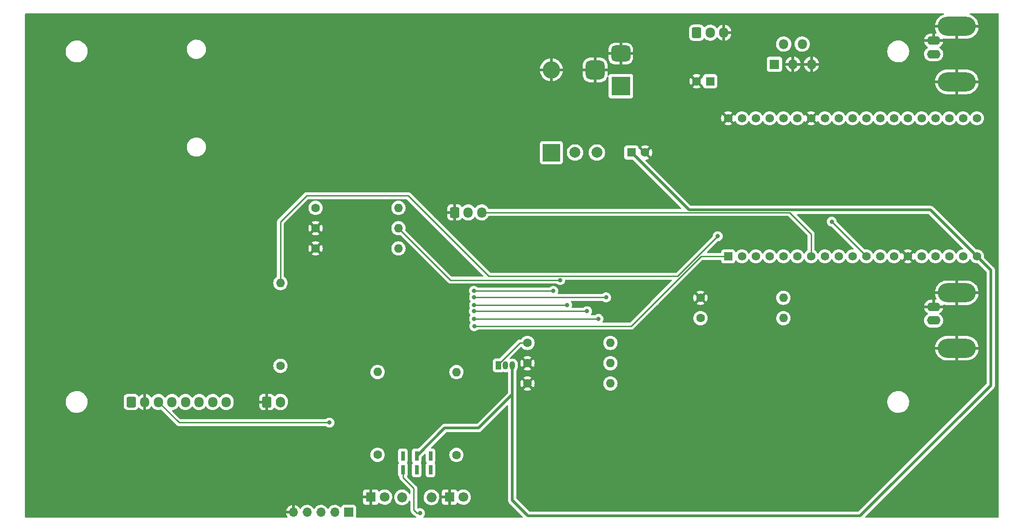
<source format=gbr>
%TF.GenerationSoftware,KiCad,Pcbnew,(6.0.4)*%
%TF.CreationDate,2024-02-20T18:27:15+01:00*%
%TF.ProjectId,OpenSpritzer2,4f70656e-5370-4726-9974-7a6572322e6b,rev?*%
%TF.SameCoordinates,Original*%
%TF.FileFunction,Copper,L2,Bot*%
%TF.FilePolarity,Positive*%
%FSLAX46Y46*%
G04 Gerber Fmt 4.6, Leading zero omitted, Abs format (unit mm)*
G04 Created by KiCad (PCBNEW (6.0.4)) date 2024-02-20 18:27:15*
%MOMM*%
%LPD*%
G01*
G04 APERTURE LIST*
G04 Aperture macros list*
%AMRoundRect*
0 Rectangle with rounded corners*
0 $1 Rounding radius*
0 $2 $3 $4 $5 $6 $7 $8 $9 X,Y pos of 4 corners*
0 Add a 4 corners polygon primitive as box body*
4,1,4,$2,$3,$4,$5,$6,$7,$8,$9,$2,$3,0*
0 Add four circle primitives for the rounded corners*
1,1,$1+$1,$2,$3*
1,1,$1+$1,$4,$5*
1,1,$1+$1,$6,$7*
1,1,$1+$1,$8,$9*
0 Add four rect primitives between the rounded corners*
20,1,$1+$1,$2,$3,$4,$5,0*
20,1,$1+$1,$4,$5,$6,$7,0*
20,1,$1+$1,$6,$7,$8,$9,0*
20,1,$1+$1,$8,$9,$2,$3,0*%
G04 Aperture macros list end*
%TA.AperFunction,ComponentPad*%
%ADD10C,1.600000*%
%TD*%
%TA.AperFunction,ComponentPad*%
%ADD11O,1.600000X1.600000*%
%TD*%
%TA.AperFunction,ComponentPad*%
%ADD12O,1.050000X1.500000*%
%TD*%
%TA.AperFunction,ComponentPad*%
%ADD13R,1.050000X1.500000*%
%TD*%
%TA.AperFunction,ComponentPad*%
%ADD14RoundRect,0.250000X-0.600000X-0.725000X0.600000X-0.725000X0.600000X0.725000X-0.600000X0.725000X0*%
%TD*%
%TA.AperFunction,ComponentPad*%
%ADD15O,1.700000X1.950000*%
%TD*%
%TA.AperFunction,ComponentPad*%
%ADD16RoundRect,0.250000X-0.600000X-0.750000X0.600000X-0.750000X0.600000X0.750000X-0.600000X0.750000X0*%
%TD*%
%TA.AperFunction,ComponentPad*%
%ADD17O,1.700000X2.000000*%
%TD*%
%TA.AperFunction,ComponentPad*%
%ADD18R,1.700000X1.700000*%
%TD*%
%TA.AperFunction,ComponentPad*%
%ADD19O,1.700000X1.700000*%
%TD*%
%TA.AperFunction,ComponentPad*%
%ADD20R,1.800000X1.800000*%
%TD*%
%TA.AperFunction,ComponentPad*%
%ADD21C,1.800000*%
%TD*%
%TA.AperFunction,ComponentPad*%
%ADD22O,2.499360X1.600200*%
%TD*%
%TA.AperFunction,ComponentPad*%
%ADD23O,7.000240X3.500120*%
%TD*%
%TA.AperFunction,ComponentPad*%
%ADD24R,1.560000X1.560000*%
%TD*%
%TA.AperFunction,ComponentPad*%
%ADD25C,1.560000*%
%TD*%
%TA.AperFunction,ComponentPad*%
%ADD26O,1.800000X1.800000*%
%TD*%
%TA.AperFunction,ComponentPad*%
%ADD27C,2.000000*%
%TD*%
%TA.AperFunction,ComponentPad*%
%ADD28C,1.850000*%
%TD*%
%TA.AperFunction,ComponentPad*%
%ADD29R,0.750000X1.750000*%
%TD*%
%TA.AperFunction,ComponentPad*%
%ADD30R,3.200000X3.200000*%
%TD*%
%TA.AperFunction,ComponentPad*%
%ADD31O,3.200000X3.200000*%
%TD*%
%TA.AperFunction,ComponentPad*%
%ADD32R,1.600000X1.600000*%
%TD*%
%TA.AperFunction,ComponentPad*%
%ADD33R,3.500000X3.500000*%
%TD*%
%TA.AperFunction,ComponentPad*%
%ADD34RoundRect,0.750000X-1.000000X0.750000X-1.000000X-0.750000X1.000000X-0.750000X1.000000X0.750000X0*%
%TD*%
%TA.AperFunction,ComponentPad*%
%ADD35RoundRect,0.875000X-0.875000X0.875000X-0.875000X-0.875000X0.875000X-0.875000X0.875000X0.875000X0*%
%TD*%
%TA.AperFunction,ViaPad*%
%ADD36C,0.800000*%
%TD*%
%TA.AperFunction,Conductor*%
%ADD37C,0.500000*%
%TD*%
%TA.AperFunction,Conductor*%
%ADD38C,0.250000*%
%TD*%
G04 APERTURE END LIST*
D10*
%TO.P,R11,1*%
%TO.N,Net-(J3-Pad1)*%
X53900000Y-36275000D03*
D11*
%TO.P,R11,2*%
%TO.N,TTL*%
X69140000Y-36275000D03*
%TD*%
D10*
%TO.P,R10,1*%
%TO.N,GNDREF*%
X53900000Y-40025000D03*
D11*
%TO.P,R10,2*%
%TO.N,TTL*%
X69140000Y-40025000D03*
%TD*%
D10*
%TO.P,R9,1*%
%TO.N,GNDREF*%
X53900000Y-43750000D03*
D11*
%TO.P,R9,2*%
%TO.N,Net-(J3-Pad1)*%
X69140000Y-43750000D03*
%TD*%
D10*
%TO.P,R8,1*%
%TO.N,GNDREF*%
X92850000Y-64875000D03*
D11*
%TO.P,R8,2*%
%TO.N,Net-(R6-Pad1)*%
X108090000Y-64875000D03*
%TD*%
D10*
%TO.P,R7,1*%
%TO.N,GNDREF*%
X92850000Y-68600000D03*
D11*
%TO.P,R7,2*%
%TO.N,TTL_Screen*%
X108090000Y-68600000D03*
%TD*%
D10*
%TO.P,R6,1*%
%TO.N,Net-(R6-Pad1)*%
X92850000Y-61125000D03*
D11*
%TO.P,R6,2*%
%TO.N,TTL_Screen*%
X108090000Y-61125000D03*
%TD*%
D10*
%TO.P,R5,1*%
%TO.N,Net-(D4-Pad2)*%
X47450000Y-65350000D03*
D11*
%TO.P,R5,2*%
%TO.N,SpritzLED*%
X47450000Y-50110000D03*
%TD*%
D10*
%TO.P,R4,1*%
%TO.N,GNDREF*%
X124650000Y-52825000D03*
D11*
%TO.P,R4,2*%
%TO.N,Pedal*%
X139890000Y-52825000D03*
%TD*%
D10*
%TO.P,R3,1*%
%TO.N,Net-(R3-Pad1)*%
X124655000Y-56575000D03*
D11*
%TO.P,R3,2*%
%TO.N,Pedal*%
X139895000Y-56575000D03*
%TD*%
D10*
%TO.P,R2,1*%
%TO.N,Net-(D3-Pad2)*%
X65300000Y-81720000D03*
D11*
%TO.P,R2,2*%
%TO.N,Net-(R2-Pad2)*%
X65300000Y-66480000D03*
%TD*%
D10*
%TO.P,R1,1*%
%TO.N,Net-(D2-Pad2)*%
X79800000Y-81745000D03*
D11*
%TO.P,R1,2*%
%TO.N,Net-(R1-Pad2)*%
X79800000Y-66505000D03*
%TD*%
D12*
%TO.P,Q1,3,C*%
%TO.N,VCC 5V*%
X90070000Y-65285000D03*
%TO.P,Q1,2,B*%
%TO.N,Net-(R2-Pad2)*%
X88800000Y-65285000D03*
D13*
%TO.P,Q1,1,E*%
%TO.N,Net-(R6-Pad1)*%
X87530000Y-65285000D03*
%TD*%
D14*
%TO.P,U3,1,VCC*%
%TO.N,3.3V*%
X20000000Y-72000000D03*
D15*
%TO.P,U3,2,GND*%
%TO.N,GNDREF*%
X22500000Y-72000000D03*
%TO.P,U3,3,DIN*%
%TO.N,Screen_DIN*%
X25000000Y-72000000D03*
%TO.P,U3,4,CLK*%
%TO.N,Screen_CLK*%
X27500000Y-72000000D03*
%TO.P,U3,5,CS*%
%TO.N,Screen_CS*%
X30000000Y-72000000D03*
%TO.P,U3,6,DC*%
%TO.N,Screen_DC*%
X32500000Y-72000000D03*
%TO.P,U3,7,RST*%
%TO.N,Screen_RST*%
X35000000Y-72000000D03*
%TO.P,U3,8,BL*%
%TO.N,Screen_BL*%
X37500000Y-72000000D03*
%TD*%
D16*
%TO.P,D4,1,K*%
%TO.N,GNDREF*%
X44950000Y-72000000D03*
D17*
%TO.P,D4,2,A*%
%TO.N,Net-(D4-Pad2)*%
X47450000Y-72000000D03*
%TD*%
D14*
%TO.P,J4,1,Pin_1*%
%TO.N,GNDREF*%
X79450000Y-37125000D03*
D15*
%TO.P,J4,2,Pin_2*%
%TO.N,Vin 24V*%
X81950000Y-37125000D03*
%TO.P,J4,3,Pin_3*%
%TO.N,Solenoid*%
X84450000Y-37125000D03*
%TD*%
D18*
%TO.P,SW3,1,A*%
%TO.N,Rotary_CLK*%
X60000000Y-92300000D03*
D19*
%TO.P,SW3,2,C*%
%TO.N,Rotary_DT*%
X57460000Y-92300000D03*
%TO.P,SW3,3,B*%
%TO.N,Rotary_SW*%
X54920000Y-92300000D03*
%TO.P,SW3,4,S1*%
%TO.N,3.3V*%
X52380000Y-92300000D03*
%TO.P,SW3,5,S2*%
%TO.N,GNDREF*%
X49840000Y-92300000D03*
%TD*%
D20*
%TO.P,D2,1,K*%
%TO.N,GNDREF*%
X78500000Y-89500000D03*
D21*
%TO.P,D2,2,A*%
%TO.N,Net-(D2-Pad2)*%
X81040000Y-89500000D03*
%TD*%
D22*
%TO.P,J2,1,In*%
%TO.N,Net-(J2-Pad1)*%
X167498740Y-57000000D03*
D23*
%TO.P,J2,2,Ext*%
%TO.N,GNDREF*%
X171763400Y-51902220D03*
X171763400Y-62100320D03*
D22*
X167498740Y-54500640D03*
%TD*%
D24*
%TO.P,U1,1,3V3*%
%TO.N,3.3V*%
X129740000Y-45200000D03*
D25*
%TO.P,U1,2,EN*%
%TO.N,unconnected-(U1-Pad2)*%
X132280000Y-45200000D03*
%TO.P,U1,3,SENSOR_VP*%
%TO.N,unconnected-(U1-Pad3)*%
X134820000Y-45200000D03*
%TO.P,U1,4,SENSOR_VN*%
%TO.N,unconnected-(U1-Pad4)*%
X137360000Y-45200000D03*
%TO.P,U1,5,IO34*%
%TO.N,Pedal*%
X139900000Y-45200000D03*
%TO.P,U1,6,IO35*%
%TO.N,unconnected-(U1-Pad6)*%
X142440000Y-45200000D03*
%TO.P,U1,7,IO32*%
%TO.N,Solenoid*%
X144980000Y-45200000D03*
%TO.P,U1,8,IO33*%
%TO.N,SpritzLED*%
X147520000Y-45200000D03*
%TO.P,U1,9,IO25*%
%TO.N,Rotary_CLK*%
X150060000Y-45200000D03*
%TO.P,U1,10,IO26*%
%TO.N,Rotary_DT*%
X152600000Y-45200000D03*
%TO.P,U1,11,IO27*%
%TO.N,TTL_Screen*%
X155140000Y-45200000D03*
%TO.P,U1,12,IO14*%
%TO.N,unconnected-(U1-Pad12)*%
X157680000Y-45200000D03*
%TO.P,U1,13,IO12*%
%TO.N,unconnected-(U1-Pad13)*%
X160220000Y-45200000D03*
%TO.P,U1,14,GND1*%
%TO.N,GNDREF*%
X162760000Y-45200000D03*
%TO.P,U1,15,IO13*%
%TO.N,unconnected-(U1-Pad15)*%
X165300000Y-45200000D03*
%TO.P,U1,16,SD2*%
%TO.N,unconnected-(U1-Pad16)*%
X167840000Y-45200000D03*
%TO.P,U1,17,SD3*%
%TO.N,unconnected-(U1-Pad17)*%
X170380000Y-45200000D03*
%TO.P,U1,18,CMD*%
%TO.N,unconnected-(U1-Pad18)*%
X172920000Y-45200000D03*
%TO.P,U1,19,EXT_5V*%
%TO.N,VCC 5V*%
X175460000Y-45200000D03*
%TO.P,U1,20,GND3*%
%TO.N,GNDREF*%
X129740000Y-19800000D03*
%TO.P,U1,21,IO23*%
%TO.N,Screen_DIN*%
X132280000Y-19800000D03*
%TO.P,U1,22,IO22*%
%TO.N,unconnected-(U1-Pad22)*%
X134820000Y-19800000D03*
%TO.P,U1,23,TXD0*%
%TO.N,unconnected-(U1-Pad23)*%
X137360000Y-19800000D03*
%TO.P,U1,24,RXD0*%
%TO.N,unconnected-(U1-Pad24)*%
X139900000Y-19800000D03*
%TO.P,U1,25,IO21*%
%TO.N,Rotary_SW*%
X142440000Y-19800000D03*
%TO.P,U1,26,GND2*%
%TO.N,GNDREF*%
X144980000Y-19800000D03*
%TO.P,U1,27,IO19*%
%TO.N,unconnected-(U1-Pad27)*%
X147520000Y-19800000D03*
%TO.P,U1,28,IO18*%
%TO.N,Screen_CLK*%
X150060000Y-19800000D03*
%TO.P,U1,29,IO5*%
%TO.N,TTL*%
X152600000Y-19800000D03*
%TO.P,U1,30,IO17*%
%TO.N,unconnected-(U1-Pad30)*%
X155140000Y-19800000D03*
%TO.P,U1,31,IO16*%
%TO.N,unconnected-(U1-Pad31)*%
X157680000Y-19800000D03*
%TO.P,U1,32,IO4*%
%TO.N,Screen_DC*%
X160220000Y-19800000D03*
%TO.P,U1,33,IO0*%
%TO.N,Screen_RST*%
X162760000Y-19800000D03*
%TO.P,U1,34,IO2*%
%TO.N,Screen_BL*%
X165300000Y-19800000D03*
%TO.P,U1,35,IO15*%
%TO.N,Screen_CS*%
X167840000Y-19800000D03*
%TO.P,U1,36,SD1*%
%TO.N,unconnected-(U1-Pad36)*%
X170380000Y-19800000D03*
%TO.P,U1,37,SD0*%
%TO.N,unconnected-(U1-Pad37)*%
X172920000Y-19800000D03*
%TO.P,U1,38,CLK*%
%TO.N,unconnected-(U1-Pad38)*%
X175460000Y-19800000D03*
%TD*%
D20*
%TO.P,U2,1,VIN*%
%TO.N,Vin 24V*%
X138250000Y-9850000D03*
D26*
%TO.P,U2,2,OUT*%
%TO.N,Net-(D1-Pad1)*%
X139950000Y-6150000D03*
%TO.P,U2,3,GND*%
%TO.N,GNDREF*%
X141650000Y-9850000D03*
%TO.P,U2,4,FB*%
%TO.N,VCC 5V*%
X143350000Y-6150000D03*
%TO.P,U2,5,~{ON}/OFF*%
%TO.N,GNDREF*%
X145050000Y-9850000D03*
%TD*%
D22*
%TO.P,J3,1,In*%
%TO.N,Net-(J3-Pad1)*%
X167498740Y-8000000D03*
D23*
%TO.P,J3,2,Ext*%
%TO.N,GNDREF*%
X171763400Y-2902220D03*
D22*
X167498740Y-5500640D03*
D23*
X171763400Y-13100320D03*
%TD*%
D14*
%TO.P,SW1,1,1*%
%TO.N,Net-(J1-Pad1)*%
X123950000Y-4050000D03*
D15*
%TO.P,SW1,2,2*%
%TO.N,Vin 24V*%
X126450000Y-4050000D03*
%TO.P,SW1,3,K*%
%TO.N,GNDREF*%
X128950000Y-4050000D03*
%TD*%
D27*
%TO.P,L1,1,1*%
%TO.N,Net-(D1-Pad1)*%
X101600000Y-26100000D03*
%TO.P,L1,2,2*%
%TO.N,VCC 5V*%
X105600000Y-26100000D03*
%TD*%
D20*
%TO.P,D3,1,K*%
%TO.N,GNDREF*%
X64050000Y-89500000D03*
D21*
%TO.P,D3,2,A*%
%TO.N,Net-(D3-Pad2)*%
X66590000Y-89500000D03*
%TD*%
D28*
%TO.P,SW2,*%
%TO.N,*%
X69800000Y-89550000D03*
X75200000Y-89550000D03*
D29*
%TO.P,SW2,1,A*%
%TO.N,Net-(R1-Pad2)*%
X69960000Y-81930000D03*
%TO.P,SW2,2,B*%
%TO.N,VCC 5V*%
X72500000Y-81930000D03*
%TO.P,SW2,3,C*%
%TO.N,Net-(R2-Pad2)*%
X75040000Y-81930000D03*
%TO.P,SW2,4,A*%
%TO.N,Net-(J2-Pad1)*%
X69960000Y-84470000D03*
%TO.P,SW2,5,B*%
%TO.N,Net-(R3-Pad1)*%
X72500000Y-84470000D03*
%TO.P,SW2,6,C*%
%TO.N,unconnected-(SW2-Pad6)*%
X75040000Y-84470000D03*
%TD*%
D30*
%TO.P,D1,1,K*%
%TO.N,Net-(D1-Pad1)*%
X97250000Y-26120000D03*
D31*
%TO.P,D1,2,A*%
%TO.N,GNDREF*%
X97250000Y-10880000D03*
%TD*%
D32*
%TO.P,C1,1*%
%TO.N,Vin 24V*%
X126432380Y-13000000D03*
D10*
%TO.P,C1,2*%
%TO.N,GNDREF*%
X123932380Y-13000000D03*
%TD*%
D32*
%TO.P,C2,1*%
%TO.N,VCC 5V*%
X111967621Y-26100000D03*
D10*
%TO.P,C2,2*%
%TO.N,GNDREF*%
X114467621Y-26100000D03*
%TD*%
D33*
%TO.P,J1,1*%
%TO.N,Net-(J1-Pad1)*%
X110000000Y-13900000D03*
D34*
%TO.P,J1,2*%
%TO.N,GNDREF*%
X110000000Y-7900000D03*
D35*
%TO.P,J1,3*%
X105300000Y-10900000D03*
%TD*%
D36*
%TO.N,SpritzLED*%
X127825000Y-41500000D03*
%TO.N,TTL*%
X98850000Y-49575000D03*
%TO.N,Screen_DIN*%
X56450000Y-75800000D03*
%TO.N,3.3V*%
X83075000Y-58050000D03*
%TO.N,TTL_Screen*%
X148775000Y-38825000D03*
%TO.N,Net-(J2-Pad1)*%
X73100000Y-92450000D03*
%TO.N,Screen_CLK*%
X83000000Y-51550000D03*
X97600000Y-51550000D03*
%TO.N,Screen_DC*%
X83050000Y-54150000D03*
X100150000Y-54150000D03*
%TO.N,Screen_RST*%
X83000000Y-55300000D03*
X103800000Y-55300000D03*
%TO.N,Screen_BL*%
X83050000Y-56700000D03*
X105900000Y-56700000D03*
%TO.N,Screen_CS*%
X83050000Y-52750000D03*
X107300000Y-52750000D03*
%TD*%
D37*
%TO.N,VCC 5V*%
X83865000Y-76800000D02*
X90070000Y-70595000D01*
X79100000Y-76800000D02*
X83865000Y-76800000D01*
X90070000Y-70595000D02*
X90070000Y-90095000D01*
X79100000Y-76800000D02*
X77630000Y-76800000D01*
X90070000Y-66705000D02*
X90070000Y-70595000D01*
X79975000Y-76800000D02*
X79100000Y-76800000D01*
X77630000Y-76800000D02*
X72500000Y-81930000D01*
X90070000Y-65285000D02*
X90070000Y-66705000D01*
D38*
%TO.N,3.3V*%
X124760718Y-45200000D02*
X111910717Y-58050000D01*
X129740000Y-45200000D02*
X124760718Y-45200000D01*
X111910717Y-58050000D02*
X83075000Y-58050000D01*
%TO.N,SpritzLED*%
X85750489Y-48850489D02*
X120474511Y-48850489D01*
X70925000Y-34025000D02*
X85750489Y-48850489D01*
X52275000Y-34025000D02*
X70925000Y-34025000D01*
X120474511Y-48850489D02*
X127825000Y-41500000D01*
X47450000Y-50110000D02*
X47450000Y-38850000D01*
X47450000Y-38850000D02*
X52275000Y-34025000D01*
D37*
%TO.N,VCC 5V*%
X178000000Y-47740000D02*
X178000000Y-48050000D01*
X175460000Y-45200000D02*
X178000000Y-47740000D01*
X178000000Y-51000000D02*
X178000000Y-48050000D01*
X166374520Y-36675480D02*
X166935480Y-36675480D01*
X122543101Y-36675480D02*
X166374520Y-36675480D01*
X178000000Y-68950000D02*
X178000000Y-51000000D01*
D38*
X178000000Y-51651280D02*
X178000000Y-51000000D01*
D37*
X92925000Y-92950000D02*
X154000000Y-92950000D01*
X154000000Y-92950000D02*
X178000000Y-68950000D01*
X90070000Y-90095000D02*
X92925000Y-92950000D01*
X166935480Y-36675480D02*
X175460000Y-45200000D01*
X111967621Y-26100000D02*
X122543101Y-36675480D01*
D38*
%TO.N,TTL*%
X78690000Y-49575000D02*
X98850000Y-49575000D01*
X69140000Y-40025000D02*
X78690000Y-49575000D01*
%TO.N,Screen_DIN*%
X28800000Y-75800000D02*
X25000000Y-72000000D01*
X56450000Y-75800000D02*
X28800000Y-75800000D01*
%TO.N,Net-(R6-Pad1)*%
X91465000Y-61125000D02*
X92850000Y-61125000D01*
X87530000Y-65060000D02*
X91465000Y-61125000D01*
X87530000Y-65285000D02*
X87530000Y-65060000D01*
%TO.N,TTL_Screen*%
X148775000Y-38835000D02*
X148775000Y-38825000D01*
X155140000Y-45200000D02*
X148775000Y-38835000D01*
%TO.N,Solenoid*%
X144980000Y-41097984D02*
X144980000Y-45200000D01*
X141007016Y-37125000D02*
X144980000Y-41097984D01*
X84450000Y-37125000D02*
X141007016Y-37125000D01*
%TO.N,Net-(J2-Pad1)*%
X69960000Y-84470000D02*
X69960000Y-85910000D01*
X71950000Y-91850000D02*
X72550000Y-92450000D01*
X71950000Y-87900000D02*
X71950000Y-91850000D01*
X69960000Y-85910000D02*
X71950000Y-87900000D01*
X72550000Y-92450000D02*
X73100000Y-92450000D01*
%TO.N,Screen_CLK*%
X83000000Y-51550000D02*
X97600000Y-51550000D01*
%TO.N,Screen_DC*%
X83050000Y-54150000D02*
X100150000Y-54150000D01*
%TO.N,Screen_RST*%
X83000000Y-55300000D02*
X103800000Y-55300000D01*
%TO.N,Screen_BL*%
X83050000Y-56700000D02*
X105900000Y-56700000D01*
%TO.N,Screen_CS*%
X83050000Y-52750000D02*
X107300000Y-52750000D01*
%TD*%
%TA.AperFunction,Conductor*%
%TO.N,GNDREF*%
G36*
X169344391Y-528502D02*
G01*
X169390884Y-582158D01*
X169400988Y-652432D01*
X169371494Y-717012D01*
X169317292Y-753635D01*
X169140301Y-814578D01*
X169132613Y-817809D01*
X168871872Y-948378D01*
X168864665Y-952607D01*
X168623483Y-1116514D01*
X168616913Y-1121647D01*
X168399521Y-1316017D01*
X168393689Y-1321973D01*
X168203914Y-1543387D01*
X168198916Y-1550068D01*
X168040097Y-1794628D01*
X168036023Y-1801918D01*
X167910946Y-2065330D01*
X167907870Y-2073098D01*
X167818730Y-2350736D01*
X167816709Y-2358842D01*
X167767850Y-2630390D01*
X167769282Y-2643649D01*
X167783892Y-2648220D01*
X175739887Y-2648220D01*
X175754515Y-2643925D01*
X175756578Y-2631946D01*
X175750298Y-2560165D01*
X175749022Y-2551919D01*
X175685409Y-2267327D01*
X175683053Y-2259324D01*
X175582360Y-1985649D01*
X175578970Y-1978034D01*
X175442962Y-1720073D01*
X175438595Y-1712975D01*
X175269672Y-1475276D01*
X175264399Y-1468811D01*
X175065518Y-1255537D01*
X175059434Y-1249825D01*
X174834102Y-1064734D01*
X174827321Y-1059879D01*
X174579476Y-906209D01*
X174572116Y-902296D01*
X174306135Y-782760D01*
X174298312Y-779850D01*
X174215790Y-755249D01*
X174156223Y-716619D01*
X174126997Y-651917D01*
X174137390Y-581685D01*
X174184104Y-528222D01*
X174251787Y-508500D01*
X179365500Y-508500D01*
X179433621Y-528502D01*
X179480114Y-582158D01*
X179491500Y-634500D01*
X179491500Y-93165500D01*
X179471498Y-93233621D01*
X179417842Y-93280114D01*
X179365500Y-93291500D01*
X155035371Y-93291500D01*
X154967250Y-93271498D01*
X154920757Y-93217842D01*
X154910653Y-93147568D01*
X154940147Y-93082988D01*
X154946276Y-93076405D01*
X178488911Y-69533770D01*
X178503323Y-69521384D01*
X178514918Y-69512851D01*
X178514923Y-69512846D01*
X178520818Y-69508508D01*
X178525557Y-69502930D01*
X178525560Y-69502927D01*
X178555035Y-69468232D01*
X178561965Y-69460716D01*
X178567660Y-69455021D01*
X178585281Y-69432749D01*
X178588072Y-69429345D01*
X178630591Y-69379297D01*
X178630592Y-69379295D01*
X178635333Y-69373715D01*
X178638661Y-69367199D01*
X178642020Y-69362162D01*
X178645194Y-69357023D01*
X178649734Y-69351284D01*
X178663689Y-69321424D01*
X178680636Y-69285163D01*
X178682569Y-69281209D01*
X178695059Y-69256749D01*
X178715769Y-69216192D01*
X178717510Y-69209076D01*
X178719604Y-69203446D01*
X178721523Y-69197679D01*
X178724621Y-69191050D01*
X178739483Y-69119600D01*
X178740453Y-69115315D01*
X178755401Y-69054225D01*
X178757808Y-69044390D01*
X178758500Y-69033236D01*
X178758536Y-69033238D01*
X178758775Y-69029248D01*
X178759150Y-69025050D01*
X178760640Y-69017885D01*
X178758546Y-68940496D01*
X178758500Y-68937088D01*
X178758500Y-47807063D01*
X178759933Y-47788114D01*
X178762097Y-47773886D01*
X178763198Y-47766651D01*
X178758915Y-47713990D01*
X178758500Y-47703777D01*
X178758500Y-47695707D01*
X178758078Y-47692087D01*
X178758077Y-47692069D01*
X178755208Y-47667461D01*
X178754775Y-47663086D01*
X178749454Y-47597661D01*
X178749453Y-47597658D01*
X178748860Y-47590363D01*
X178746604Y-47583399D01*
X178745413Y-47577440D01*
X178744029Y-47571585D01*
X178743182Y-47564319D01*
X178718265Y-47495673D01*
X178716848Y-47491545D01*
X178696607Y-47429064D01*
X178696606Y-47429062D01*
X178694351Y-47422101D01*
X178690555Y-47415846D01*
X178688049Y-47410372D01*
X178685330Y-47404942D01*
X178682833Y-47398063D01*
X178642809Y-47337016D01*
X178640472Y-47333312D01*
X178605509Y-47275693D01*
X178605505Y-47275688D01*
X178602595Y-47270892D01*
X178595197Y-47262516D01*
X178595223Y-47262493D01*
X178592574Y-47259503D01*
X178589866Y-47256264D01*
X178585856Y-47250148D01*
X178580549Y-47245121D01*
X178580546Y-47245117D01*
X178529617Y-47196872D01*
X178527175Y-47194494D01*
X176777210Y-45444529D01*
X176743184Y-45382217D01*
X176740784Y-45344452D01*
X176752943Y-45205475D01*
X176753422Y-45200000D01*
X176733772Y-44975400D01*
X176710732Y-44889414D01*
X176676842Y-44762934D01*
X176676841Y-44762932D01*
X176675419Y-44757624D01*
X176640652Y-44683066D01*
X176582459Y-44558270D01*
X176582457Y-44558267D01*
X176580136Y-44553289D01*
X176450819Y-44368604D01*
X176291396Y-44209181D01*
X176106711Y-44079864D01*
X176101733Y-44077543D01*
X176101730Y-44077541D01*
X175907358Y-43986904D01*
X175907357Y-43986903D01*
X175902376Y-43984581D01*
X175897068Y-43983159D01*
X175897066Y-43983158D01*
X175689915Y-43927652D01*
X175689913Y-43927652D01*
X175684600Y-43926228D01*
X175460000Y-43906578D01*
X175454525Y-43907057D01*
X175315548Y-43919216D01*
X175245943Y-43905227D01*
X175215471Y-43882790D01*
X167519250Y-36186569D01*
X167506864Y-36172157D01*
X167498331Y-36160562D01*
X167498326Y-36160557D01*
X167493988Y-36154662D01*
X167488410Y-36149923D01*
X167488407Y-36149920D01*
X167453712Y-36120445D01*
X167446196Y-36113515D01*
X167440501Y-36107820D01*
X167434360Y-36102962D01*
X167418229Y-36090199D01*
X167414825Y-36087408D01*
X167364777Y-36044889D01*
X167364775Y-36044888D01*
X167359195Y-36040147D01*
X167352679Y-36036819D01*
X167347630Y-36033452D01*
X167342501Y-36030285D01*
X167336764Y-36025746D01*
X167270605Y-35994825D01*
X167266705Y-35992919D01*
X167201672Y-35959711D01*
X167194564Y-35957972D01*
X167188921Y-35955873D01*
X167183158Y-35953956D01*
X167176530Y-35950858D01*
X167105063Y-35935993D01*
X167100779Y-35935023D01*
X167029870Y-35917672D01*
X167024268Y-35917324D01*
X167024265Y-35917324D01*
X167018716Y-35916980D01*
X167018718Y-35916944D01*
X167014725Y-35916705D01*
X167010533Y-35916331D01*
X167003365Y-35914840D01*
X166937155Y-35916631D01*
X166925959Y-35916934D01*
X166922552Y-35916980D01*
X122909472Y-35916980D01*
X122841351Y-35896978D01*
X122820377Y-35880075D01*
X114553561Y-27613259D01*
X114519535Y-27550947D01*
X114524600Y-27480132D01*
X114567147Y-27423296D01*
X114631675Y-27398643D01*
X114690141Y-27393528D01*
X114700933Y-27391625D01*
X114911382Y-27335236D01*
X114921674Y-27331490D01*
X115119132Y-27239414D01*
X115128627Y-27233931D01*
X115180669Y-27197491D01*
X115189045Y-27187012D01*
X115181977Y-27173566D01*
X114109543Y-26101132D01*
X114832029Y-26101132D01*
X114832160Y-26102965D01*
X114836411Y-26109580D01*
X115541908Y-26815077D01*
X115553683Y-26821507D01*
X115565698Y-26812211D01*
X115601552Y-26761006D01*
X115607035Y-26751511D01*
X115699111Y-26554053D01*
X115702857Y-26543761D01*
X115759246Y-26333312D01*
X115761149Y-26322519D01*
X115780138Y-26105475D01*
X115780138Y-26094525D01*
X115761149Y-25877481D01*
X115759246Y-25866688D01*
X115702857Y-25656239D01*
X115699111Y-25645947D01*
X115607035Y-25448489D01*
X115601552Y-25438994D01*
X115565112Y-25386952D01*
X115554633Y-25378576D01*
X115541187Y-25385644D01*
X114839643Y-26087188D01*
X114832029Y-26101132D01*
X114109543Y-26101132D01*
X113393334Y-25384923D01*
X113351592Y-25362129D01*
X113341592Y-25359953D01*
X113291394Y-25309747D01*
X113276170Y-25256186D01*
X113276121Y-25255281D01*
X113276121Y-25251866D01*
X113269366Y-25189684D01*
X113218236Y-25053295D01*
X113188028Y-25012988D01*
X113746197Y-25012988D01*
X113753265Y-25026434D01*
X114454809Y-25727978D01*
X114468753Y-25735592D01*
X114470586Y-25735461D01*
X114477201Y-25731210D01*
X115182698Y-25025713D01*
X115189128Y-25013938D01*
X115179832Y-25001923D01*
X115128627Y-24966069D01*
X115119132Y-24960586D01*
X114921674Y-24868510D01*
X114911382Y-24864764D01*
X114700933Y-24808375D01*
X114690140Y-24806472D01*
X114473096Y-24787483D01*
X114462146Y-24787483D01*
X114245102Y-24806472D01*
X114234309Y-24808375D01*
X114023860Y-24864764D01*
X114013568Y-24868510D01*
X113816110Y-24960586D01*
X113806615Y-24966069D01*
X113754573Y-25002509D01*
X113746197Y-25012988D01*
X113188028Y-25012988D01*
X113130882Y-24936739D01*
X113014326Y-24849385D01*
X112877937Y-24798255D01*
X112815755Y-24791500D01*
X111119487Y-24791500D01*
X111057305Y-24798255D01*
X110920916Y-24849385D01*
X110804360Y-24936739D01*
X110717006Y-25053295D01*
X110665876Y-25189684D01*
X110659121Y-25251866D01*
X110659121Y-26948134D01*
X110665876Y-27010316D01*
X110717006Y-27146705D01*
X110804360Y-27263261D01*
X110920916Y-27350615D01*
X111057305Y-27401745D01*
X111119487Y-27408500D01*
X112151250Y-27408500D01*
X112219371Y-27428502D01*
X112240345Y-27445405D01*
X121071345Y-36276405D01*
X121105371Y-36338717D01*
X121100306Y-36409532D01*
X121057759Y-36466368D01*
X120991239Y-36491179D01*
X120982250Y-36491500D01*
X85792378Y-36491500D01*
X85724257Y-36471498D01*
X85677496Y-36417250D01*
X85643504Y-36341790D01*
X85643502Y-36341786D01*
X85641312Y-36336925D01*
X85512559Y-36145681D01*
X85485329Y-36117136D01*
X85406075Y-36034057D01*
X85353424Y-35978865D01*
X85295804Y-35935994D01*
X85172740Y-35844432D01*
X85172741Y-35844432D01*
X85168458Y-35841246D01*
X85163707Y-35838830D01*
X85163703Y-35838828D01*
X85041731Y-35776815D01*
X84962949Y-35736760D01*
X84957855Y-35735178D01*
X84957852Y-35735177D01*
X84747871Y-35669976D01*
X84742773Y-35668393D01*
X84737484Y-35667692D01*
X84519511Y-35638802D01*
X84519506Y-35638802D01*
X84514226Y-35638102D01*
X84508897Y-35638302D01*
X84508895Y-35638302D01*
X84410368Y-35642001D01*
X84283842Y-35646751D01*
X84278623Y-35647846D01*
X84258849Y-35651995D01*
X84058209Y-35694093D01*
X84053250Y-35696051D01*
X84053248Y-35696052D01*
X83848744Y-35776815D01*
X83848742Y-35776816D01*
X83843779Y-35778776D01*
X83839220Y-35781543D01*
X83839217Y-35781544D01*
X83740832Y-35841246D01*
X83646683Y-35898377D01*
X83642653Y-35901874D01*
X83481635Y-36041598D01*
X83472555Y-36049477D01*
X83440288Y-36088830D01*
X83329760Y-36223627D01*
X83329756Y-36223633D01*
X83326376Y-36227755D01*
X83308448Y-36259250D01*
X83257368Y-36308555D01*
X83187738Y-36322417D01*
X83121667Y-36296434D01*
X83094427Y-36267284D01*
X83035546Y-36179825D01*
X83012559Y-36145681D01*
X82985329Y-36117136D01*
X82906075Y-36034057D01*
X82853424Y-35978865D01*
X82795804Y-35935994D01*
X82672740Y-35844432D01*
X82672741Y-35844432D01*
X82668458Y-35841246D01*
X82663707Y-35838830D01*
X82663703Y-35838828D01*
X82541731Y-35776815D01*
X82462949Y-35736760D01*
X82457855Y-35735178D01*
X82457852Y-35735177D01*
X82247871Y-35669976D01*
X82242773Y-35668393D01*
X82237484Y-35667692D01*
X82019511Y-35638802D01*
X82019506Y-35638802D01*
X82014226Y-35638102D01*
X82008897Y-35638302D01*
X82008895Y-35638302D01*
X81910368Y-35642001D01*
X81783842Y-35646751D01*
X81778623Y-35647846D01*
X81758849Y-35651995D01*
X81558209Y-35694093D01*
X81553250Y-35696051D01*
X81553248Y-35696052D01*
X81348744Y-35776815D01*
X81348742Y-35776816D01*
X81343779Y-35778776D01*
X81339220Y-35781543D01*
X81339217Y-35781544D01*
X81240832Y-35841246D01*
X81146683Y-35898377D01*
X81142653Y-35901874D01*
X80981635Y-36041598D01*
X80972555Y-36049477D01*
X80969168Y-36053608D01*
X80942994Y-36085529D01*
X80884334Y-36125524D01*
X80813364Y-36127455D01*
X80752616Y-36090710D01*
X80738416Y-36071941D01*
X80651937Y-35932193D01*
X80642901Y-35920792D01*
X80528171Y-35806261D01*
X80516760Y-35797249D01*
X80378757Y-35712184D01*
X80365576Y-35706037D01*
X80211290Y-35654862D01*
X80197914Y-35651995D01*
X80103562Y-35642328D01*
X80097145Y-35642000D01*
X79722115Y-35642000D01*
X79706876Y-35646475D01*
X79705671Y-35647865D01*
X79704000Y-35655548D01*
X79704000Y-38589884D01*
X79708475Y-38605123D01*
X79709865Y-38606328D01*
X79717548Y-38607999D01*
X80097095Y-38607999D01*
X80103614Y-38607662D01*
X80199206Y-38597743D01*
X80212600Y-38594851D01*
X80366784Y-38543412D01*
X80379962Y-38537239D01*
X80517807Y-38451937D01*
X80529208Y-38442901D01*
X80643739Y-38328171D01*
X80652753Y-38316757D01*
X80738723Y-38177287D01*
X80791495Y-38129793D01*
X80861566Y-38118369D01*
X80926690Y-38146643D01*
X80937149Y-38156426D01*
X81046576Y-38271135D01*
X81231542Y-38408754D01*
X81236293Y-38411170D01*
X81236297Y-38411172D01*
X81316477Y-38451937D01*
X81437051Y-38513240D01*
X81442145Y-38514822D01*
X81442148Y-38514823D01*
X81623032Y-38570989D01*
X81657227Y-38581607D01*
X81662516Y-38582308D01*
X81880489Y-38611198D01*
X81880494Y-38611198D01*
X81885774Y-38611898D01*
X81891103Y-38611698D01*
X81891105Y-38611698D01*
X82000966Y-38607573D01*
X82116158Y-38603249D01*
X82121468Y-38602135D01*
X82336572Y-38557002D01*
X82341791Y-38555907D01*
X82346750Y-38553949D01*
X82346752Y-38553948D01*
X82551256Y-38473185D01*
X82551258Y-38473184D01*
X82556221Y-38471224D01*
X82575165Y-38459729D01*
X82748757Y-38354390D01*
X82748756Y-38354390D01*
X82753317Y-38351623D01*
X82793497Y-38316757D01*
X82923412Y-38204023D01*
X82923414Y-38204021D01*
X82927445Y-38200523D01*
X82963599Y-38156430D01*
X83070240Y-38026373D01*
X83070244Y-38026367D01*
X83073624Y-38022245D01*
X83091552Y-37990750D01*
X83142632Y-37941445D01*
X83212262Y-37927583D01*
X83278333Y-37953566D01*
X83305573Y-37982716D01*
X83387441Y-38104319D01*
X83391120Y-38108176D01*
X83391122Y-38108178D01*
X83447030Y-38166784D01*
X83546576Y-38271135D01*
X83731542Y-38408754D01*
X83736293Y-38411170D01*
X83736297Y-38411172D01*
X83816477Y-38451937D01*
X83937051Y-38513240D01*
X83942145Y-38514822D01*
X83942148Y-38514823D01*
X84123032Y-38570989D01*
X84157227Y-38581607D01*
X84162516Y-38582308D01*
X84380489Y-38611198D01*
X84380494Y-38611198D01*
X84385774Y-38611898D01*
X84391103Y-38611698D01*
X84391105Y-38611698D01*
X84500966Y-38607573D01*
X84616158Y-38603249D01*
X84621468Y-38602135D01*
X84836572Y-38557002D01*
X84841791Y-38555907D01*
X84846750Y-38553949D01*
X84846752Y-38553948D01*
X85051256Y-38473185D01*
X85051258Y-38473184D01*
X85056221Y-38471224D01*
X85075165Y-38459729D01*
X85248757Y-38354390D01*
X85248756Y-38354390D01*
X85253317Y-38351623D01*
X85293497Y-38316757D01*
X85423412Y-38204023D01*
X85423414Y-38204021D01*
X85427445Y-38200523D01*
X85463599Y-38156430D01*
X85570240Y-38026373D01*
X85570244Y-38026367D01*
X85573624Y-38022245D01*
X85687515Y-37822167D01*
X85738596Y-37772862D01*
X85797016Y-37758500D01*
X140692422Y-37758500D01*
X140760543Y-37778502D01*
X140781517Y-37795405D01*
X144309595Y-41323484D01*
X144343621Y-41385796D01*
X144346500Y-41412579D01*
X144346500Y-44005023D01*
X144326498Y-44073144D01*
X144292774Y-44108232D01*
X144148604Y-44209181D01*
X143989181Y-44368604D01*
X143859864Y-44553289D01*
X143857543Y-44558267D01*
X143857541Y-44558270D01*
X143824195Y-44629781D01*
X143777277Y-44683066D01*
X143709000Y-44702527D01*
X143641040Y-44681985D01*
X143595805Y-44629781D01*
X143562459Y-44558270D01*
X143562457Y-44558267D01*
X143560136Y-44553289D01*
X143430819Y-44368604D01*
X143271396Y-44209181D01*
X143086711Y-44079864D01*
X143081733Y-44077543D01*
X143081730Y-44077541D01*
X142887358Y-43986904D01*
X142887357Y-43986903D01*
X142882376Y-43984581D01*
X142877068Y-43983159D01*
X142877066Y-43983158D01*
X142669915Y-43927652D01*
X142669913Y-43927652D01*
X142664600Y-43926228D01*
X142440000Y-43906578D01*
X142215400Y-43926228D01*
X142210087Y-43927652D01*
X142210085Y-43927652D01*
X142002934Y-43983158D01*
X142002932Y-43983159D01*
X141997624Y-43984581D01*
X141992643Y-43986903D01*
X141992642Y-43986904D01*
X141798270Y-44077541D01*
X141798267Y-44077543D01*
X141793289Y-44079864D01*
X141608604Y-44209181D01*
X141449181Y-44368604D01*
X141319864Y-44553289D01*
X141317543Y-44558267D01*
X141317541Y-44558270D01*
X141284195Y-44629781D01*
X141237277Y-44683066D01*
X141169000Y-44702527D01*
X141101040Y-44681985D01*
X141055805Y-44629781D01*
X141022459Y-44558270D01*
X141022457Y-44558267D01*
X141020136Y-44553289D01*
X140890819Y-44368604D01*
X140731396Y-44209181D01*
X140546711Y-44079864D01*
X140541733Y-44077543D01*
X140541730Y-44077541D01*
X140347358Y-43986904D01*
X140347357Y-43986903D01*
X140342376Y-43984581D01*
X140337068Y-43983159D01*
X140337066Y-43983158D01*
X140129915Y-43927652D01*
X140129913Y-43927652D01*
X140124600Y-43926228D01*
X139900000Y-43906578D01*
X139675400Y-43926228D01*
X139670087Y-43927652D01*
X139670085Y-43927652D01*
X139462934Y-43983158D01*
X139462932Y-43983159D01*
X139457624Y-43984581D01*
X139452643Y-43986903D01*
X139452642Y-43986904D01*
X139258270Y-44077541D01*
X139258267Y-44077543D01*
X139253289Y-44079864D01*
X139068604Y-44209181D01*
X138909181Y-44368604D01*
X138779864Y-44553289D01*
X138777543Y-44558267D01*
X138777541Y-44558270D01*
X138744195Y-44629781D01*
X138697277Y-44683066D01*
X138629000Y-44702527D01*
X138561040Y-44681985D01*
X138515805Y-44629781D01*
X138482459Y-44558270D01*
X138482457Y-44558267D01*
X138480136Y-44553289D01*
X138350819Y-44368604D01*
X138191396Y-44209181D01*
X138006711Y-44079864D01*
X138001733Y-44077543D01*
X138001730Y-44077541D01*
X137807358Y-43986904D01*
X137807357Y-43986903D01*
X137802376Y-43984581D01*
X137797068Y-43983159D01*
X137797066Y-43983158D01*
X137589915Y-43927652D01*
X137589913Y-43927652D01*
X137584600Y-43926228D01*
X137360000Y-43906578D01*
X137135400Y-43926228D01*
X137130087Y-43927652D01*
X137130085Y-43927652D01*
X136922934Y-43983158D01*
X136922932Y-43983159D01*
X136917624Y-43984581D01*
X136912643Y-43986903D01*
X136912642Y-43986904D01*
X136718270Y-44077541D01*
X136718267Y-44077543D01*
X136713289Y-44079864D01*
X136528604Y-44209181D01*
X136369181Y-44368604D01*
X136239864Y-44553289D01*
X136237543Y-44558267D01*
X136237541Y-44558270D01*
X136204195Y-44629781D01*
X136157277Y-44683066D01*
X136089000Y-44702527D01*
X136021040Y-44681985D01*
X135975805Y-44629781D01*
X135942459Y-44558270D01*
X135942457Y-44558267D01*
X135940136Y-44553289D01*
X135810819Y-44368604D01*
X135651396Y-44209181D01*
X135466711Y-44079864D01*
X135461733Y-44077543D01*
X135461730Y-44077541D01*
X135267358Y-43986904D01*
X135267357Y-43986903D01*
X135262376Y-43984581D01*
X135257068Y-43983159D01*
X135257066Y-43983158D01*
X135049915Y-43927652D01*
X135049913Y-43927652D01*
X135044600Y-43926228D01*
X134820000Y-43906578D01*
X134595400Y-43926228D01*
X134590087Y-43927652D01*
X134590085Y-43927652D01*
X134382934Y-43983158D01*
X134382932Y-43983159D01*
X134377624Y-43984581D01*
X134372643Y-43986903D01*
X134372642Y-43986904D01*
X134178270Y-44077541D01*
X134178267Y-44077543D01*
X134173289Y-44079864D01*
X133988604Y-44209181D01*
X133829181Y-44368604D01*
X133699864Y-44553289D01*
X133697543Y-44558267D01*
X133697541Y-44558270D01*
X133664195Y-44629781D01*
X133617277Y-44683066D01*
X133549000Y-44702527D01*
X133481040Y-44681985D01*
X133435805Y-44629781D01*
X133402459Y-44558270D01*
X133402457Y-44558267D01*
X133400136Y-44553289D01*
X133270819Y-44368604D01*
X133111396Y-44209181D01*
X132926711Y-44079864D01*
X132921733Y-44077543D01*
X132921730Y-44077541D01*
X132727358Y-43986904D01*
X132727357Y-43986903D01*
X132722376Y-43984581D01*
X132717068Y-43983159D01*
X132717066Y-43983158D01*
X132509915Y-43927652D01*
X132509913Y-43927652D01*
X132504600Y-43926228D01*
X132280000Y-43906578D01*
X132055400Y-43926228D01*
X132050087Y-43927652D01*
X132050085Y-43927652D01*
X131842934Y-43983158D01*
X131842932Y-43983159D01*
X131837624Y-43984581D01*
X131832643Y-43986903D01*
X131832642Y-43986904D01*
X131638270Y-44077541D01*
X131638267Y-44077543D01*
X131633289Y-44079864D01*
X131448604Y-44209181D01*
X131289181Y-44368604D01*
X131255477Y-44416739D01*
X131200021Y-44461066D01*
X131129402Y-44468375D01*
X131066041Y-44436345D01*
X131030056Y-44375143D01*
X131027002Y-44358075D01*
X131022598Y-44317540D01*
X131021745Y-44309684D01*
X130970615Y-44173295D01*
X130883261Y-44056739D01*
X130766705Y-43969385D01*
X130630316Y-43918255D01*
X130568134Y-43911500D01*
X128911866Y-43911500D01*
X128849684Y-43918255D01*
X128713295Y-43969385D01*
X128596739Y-44056739D01*
X128509385Y-44173295D01*
X128458255Y-44309684D01*
X128451500Y-44371866D01*
X128451500Y-44440500D01*
X128431498Y-44508621D01*
X128377842Y-44555114D01*
X128325500Y-44566500D01*
X125958594Y-44566500D01*
X125890473Y-44546498D01*
X125843980Y-44492842D01*
X125833876Y-44422568D01*
X125863370Y-44357988D01*
X125869499Y-44351405D01*
X127775499Y-42445405D01*
X127837811Y-42411379D01*
X127864594Y-42408500D01*
X127920487Y-42408500D01*
X127926939Y-42407128D01*
X127926944Y-42407128D01*
X128013888Y-42388647D01*
X128107288Y-42368794D01*
X128113319Y-42366109D01*
X128275722Y-42293803D01*
X128275724Y-42293802D01*
X128281752Y-42291118D01*
X128436253Y-42178866D01*
X128564040Y-42036944D01*
X128659527Y-41871556D01*
X128718542Y-41689928D01*
X128738504Y-41500000D01*
X128726501Y-41385796D01*
X128719232Y-41316635D01*
X128719232Y-41316633D01*
X128718542Y-41310072D01*
X128659527Y-41128444D01*
X128649492Y-41111062D01*
X128567341Y-40968774D01*
X128564040Y-40963056D01*
X128549627Y-40947048D01*
X128440675Y-40826045D01*
X128440674Y-40826044D01*
X128436253Y-40821134D01*
X128281752Y-40708882D01*
X128275724Y-40706198D01*
X128275722Y-40706197D01*
X128113319Y-40633891D01*
X128113318Y-40633891D01*
X128107288Y-40631206D01*
X128013887Y-40611353D01*
X127926944Y-40592872D01*
X127926939Y-40592872D01*
X127920487Y-40591500D01*
X127729513Y-40591500D01*
X127723061Y-40592872D01*
X127723056Y-40592872D01*
X127636113Y-40611353D01*
X127542712Y-40631206D01*
X127536682Y-40633891D01*
X127536681Y-40633891D01*
X127374278Y-40706197D01*
X127374276Y-40706198D01*
X127368248Y-40708882D01*
X127213747Y-40821134D01*
X127209326Y-40826044D01*
X127209325Y-40826045D01*
X127100374Y-40947048D01*
X127085960Y-40963056D01*
X127082659Y-40968774D01*
X127000509Y-41111062D01*
X126990473Y-41128444D01*
X126931458Y-41310072D01*
X126930768Y-41316633D01*
X126930768Y-41316635D01*
X126914093Y-41475292D01*
X126887080Y-41540949D01*
X126877878Y-41551217D01*
X120249011Y-48180084D01*
X120186699Y-48214110D01*
X120159916Y-48216989D01*
X86065083Y-48216989D01*
X85996962Y-48196987D01*
X85975988Y-48180084D01*
X75693000Y-37897095D01*
X78092001Y-37897095D01*
X78092338Y-37903614D01*
X78102257Y-37999206D01*
X78105149Y-38012600D01*
X78156588Y-38166784D01*
X78162761Y-38179962D01*
X78248063Y-38317807D01*
X78257099Y-38329208D01*
X78371829Y-38443739D01*
X78383240Y-38452751D01*
X78521243Y-38537816D01*
X78534424Y-38543963D01*
X78688710Y-38595138D01*
X78702086Y-38598005D01*
X78796438Y-38607672D01*
X78802854Y-38608000D01*
X79177885Y-38608000D01*
X79193124Y-38603525D01*
X79194329Y-38602135D01*
X79196000Y-38594452D01*
X79196000Y-37397115D01*
X79191525Y-37381876D01*
X79190135Y-37380671D01*
X79182452Y-37379000D01*
X78110116Y-37379000D01*
X78094877Y-37383475D01*
X78093672Y-37384865D01*
X78092001Y-37392548D01*
X78092001Y-37897095D01*
X75693000Y-37897095D01*
X74648790Y-36852885D01*
X78092000Y-36852885D01*
X78096475Y-36868124D01*
X78097865Y-36869329D01*
X78105548Y-36871000D01*
X79177885Y-36871000D01*
X79193124Y-36866525D01*
X79194329Y-36865135D01*
X79196000Y-36857452D01*
X79196000Y-35660116D01*
X79191525Y-35644877D01*
X79190135Y-35643672D01*
X79182452Y-35642001D01*
X78802905Y-35642001D01*
X78796386Y-35642338D01*
X78700794Y-35652257D01*
X78687400Y-35655149D01*
X78533216Y-35706588D01*
X78520038Y-35712761D01*
X78382193Y-35798063D01*
X78370792Y-35807099D01*
X78256261Y-35921829D01*
X78247249Y-35933240D01*
X78162184Y-36071243D01*
X78156037Y-36084424D01*
X78104862Y-36238710D01*
X78101995Y-36252086D01*
X78092328Y-36346438D01*
X78092000Y-36352855D01*
X78092000Y-36852885D01*
X74648790Y-36852885D01*
X71428652Y-33632747D01*
X71421112Y-33624461D01*
X71417000Y-33617982D01*
X71367348Y-33571356D01*
X71364507Y-33568602D01*
X71344770Y-33548865D01*
X71341573Y-33546385D01*
X71332551Y-33538680D01*
X71319116Y-33526064D01*
X71300321Y-33508414D01*
X71293375Y-33504595D01*
X71293372Y-33504593D01*
X71282566Y-33498652D01*
X71266047Y-33487801D01*
X71265583Y-33487441D01*
X71250041Y-33475386D01*
X71242772Y-33472241D01*
X71242768Y-33472238D01*
X71209463Y-33457826D01*
X71198813Y-33452609D01*
X71160060Y-33431305D01*
X71140437Y-33426267D01*
X71121734Y-33419863D01*
X71110420Y-33414967D01*
X71110419Y-33414967D01*
X71103145Y-33411819D01*
X71095322Y-33410580D01*
X71095312Y-33410577D01*
X71059476Y-33404901D01*
X71047856Y-33402495D01*
X71012711Y-33393472D01*
X71012710Y-33393472D01*
X71005030Y-33391500D01*
X70984776Y-33391500D01*
X70965065Y-33389949D01*
X70962534Y-33389548D01*
X70945057Y-33386780D01*
X70937165Y-33387526D01*
X70901039Y-33390941D01*
X70889181Y-33391500D01*
X52353763Y-33391500D01*
X52342579Y-33390973D01*
X52335091Y-33389299D01*
X52327168Y-33389548D01*
X52267033Y-33391438D01*
X52263075Y-33391500D01*
X52235144Y-33391500D01*
X52231229Y-33391995D01*
X52231225Y-33391995D01*
X52231167Y-33392003D01*
X52231138Y-33392006D01*
X52219296Y-33392939D01*
X52175110Y-33394327D01*
X52157744Y-33399372D01*
X52155658Y-33399978D01*
X52136306Y-33403986D01*
X52124068Y-33405532D01*
X52124066Y-33405533D01*
X52116203Y-33406526D01*
X52075086Y-33422806D01*
X52063885Y-33426641D01*
X52021406Y-33438982D01*
X52014587Y-33443015D01*
X52014582Y-33443017D01*
X52003971Y-33449293D01*
X51986221Y-33457990D01*
X51967383Y-33465448D01*
X51960967Y-33470109D01*
X51960966Y-33470110D01*
X51931625Y-33491428D01*
X51921701Y-33497947D01*
X51890460Y-33516422D01*
X51890455Y-33516426D01*
X51883637Y-33520458D01*
X51869313Y-33534782D01*
X51854281Y-33547621D01*
X51837893Y-33559528D01*
X51809712Y-33593593D01*
X51801722Y-33602373D01*
X47057747Y-38346348D01*
X47049461Y-38353888D01*
X47042982Y-38358000D01*
X47037557Y-38363777D01*
X46996357Y-38407651D01*
X46993602Y-38410493D01*
X46973865Y-38430230D01*
X46971385Y-38433427D01*
X46963682Y-38442447D01*
X46933414Y-38474679D01*
X46929595Y-38481625D01*
X46929593Y-38481628D01*
X46923652Y-38492434D01*
X46912801Y-38508953D01*
X46900386Y-38524959D01*
X46897241Y-38532228D01*
X46897238Y-38532232D01*
X46882826Y-38565537D01*
X46877609Y-38576187D01*
X46856305Y-38614940D01*
X46854334Y-38622615D01*
X46854334Y-38622616D01*
X46851267Y-38634562D01*
X46844863Y-38653266D01*
X46836819Y-38671855D01*
X46835580Y-38679678D01*
X46835577Y-38679688D01*
X46829901Y-38715524D01*
X46827495Y-38727144D01*
X46818472Y-38762289D01*
X46816500Y-38769970D01*
X46816500Y-38790224D01*
X46814949Y-38809934D01*
X46811780Y-38829943D01*
X46812526Y-38837835D01*
X46815941Y-38873961D01*
X46816500Y-38885819D01*
X46816500Y-48890606D01*
X46796498Y-48958727D01*
X46762771Y-48993819D01*
X46610211Y-49100643D01*
X46610208Y-49100645D01*
X46605700Y-49103802D01*
X46443802Y-49265700D01*
X46312477Y-49453251D01*
X46310154Y-49458233D01*
X46310151Y-49458238D01*
X46221213Y-49648969D01*
X46215716Y-49660757D01*
X46214294Y-49666065D01*
X46214293Y-49666067D01*
X46187803Y-49764928D01*
X46156457Y-49881913D01*
X46136502Y-50110000D01*
X46156457Y-50338087D01*
X46157881Y-50343400D01*
X46157881Y-50343402D01*
X46213258Y-50550068D01*
X46215716Y-50559243D01*
X46218039Y-50564224D01*
X46218039Y-50564225D01*
X46310151Y-50761762D01*
X46310154Y-50761767D01*
X46312477Y-50766749D01*
X46315634Y-50771257D01*
X46392099Y-50880460D01*
X46443802Y-50954300D01*
X46605700Y-51116198D01*
X46610208Y-51119355D01*
X46610211Y-51119357D01*
X46686423Y-51172721D01*
X46793251Y-51247523D01*
X46798233Y-51249846D01*
X46798238Y-51249849D01*
X46995775Y-51341961D01*
X47000757Y-51344284D01*
X47006065Y-51345706D01*
X47006067Y-51345707D01*
X47216598Y-51402119D01*
X47216600Y-51402119D01*
X47221913Y-51403543D01*
X47450000Y-51423498D01*
X47678087Y-51403543D01*
X47683400Y-51402119D01*
X47683402Y-51402119D01*
X47893933Y-51345707D01*
X47893935Y-51345706D01*
X47899243Y-51344284D01*
X47904225Y-51341961D01*
X48101762Y-51249849D01*
X48101767Y-51249846D01*
X48106749Y-51247523D01*
X48213577Y-51172721D01*
X48289789Y-51119357D01*
X48289792Y-51119355D01*
X48294300Y-51116198D01*
X48456198Y-50954300D01*
X48507902Y-50880460D01*
X48584366Y-50771257D01*
X48587523Y-50766749D01*
X48589846Y-50761767D01*
X48589849Y-50761762D01*
X48681961Y-50564225D01*
X48681961Y-50564224D01*
X48684284Y-50559243D01*
X48686743Y-50550068D01*
X48742119Y-50343402D01*
X48742119Y-50343400D01*
X48743543Y-50338087D01*
X48763498Y-50110000D01*
X48743543Y-49881913D01*
X48712197Y-49764928D01*
X48685707Y-49666067D01*
X48685706Y-49666065D01*
X48684284Y-49660757D01*
X48678787Y-49648969D01*
X48589849Y-49458238D01*
X48589846Y-49458233D01*
X48587523Y-49453251D01*
X48456198Y-49265700D01*
X48294300Y-49103802D01*
X48289792Y-49100645D01*
X48289789Y-49100643D01*
X48137229Y-48993819D01*
X48092901Y-48938362D01*
X48083500Y-48890606D01*
X48083500Y-44836062D01*
X53178493Y-44836062D01*
X53187789Y-44848077D01*
X53238994Y-44883931D01*
X53248489Y-44889414D01*
X53445947Y-44981490D01*
X53456239Y-44985236D01*
X53666688Y-45041625D01*
X53677481Y-45043528D01*
X53894525Y-45062517D01*
X53905475Y-45062517D01*
X54122519Y-45043528D01*
X54133312Y-45041625D01*
X54343761Y-44985236D01*
X54354053Y-44981490D01*
X54551511Y-44889414D01*
X54561006Y-44883931D01*
X54613048Y-44847491D01*
X54621424Y-44837012D01*
X54614356Y-44823566D01*
X53912812Y-44122022D01*
X53898868Y-44114408D01*
X53897035Y-44114539D01*
X53890420Y-44118790D01*
X53184923Y-44824287D01*
X53178493Y-44836062D01*
X48083500Y-44836062D01*
X48083500Y-43755475D01*
X52587483Y-43755475D01*
X52606472Y-43972519D01*
X52608375Y-43983312D01*
X52664764Y-44193761D01*
X52668510Y-44204053D01*
X52760586Y-44401511D01*
X52766069Y-44411006D01*
X52802509Y-44463048D01*
X52812988Y-44471424D01*
X52826434Y-44464356D01*
X53527978Y-43762812D01*
X53534356Y-43751132D01*
X54264408Y-43751132D01*
X54264539Y-43752965D01*
X54268790Y-43759580D01*
X54974287Y-44465077D01*
X54986062Y-44471507D01*
X54998077Y-44462211D01*
X55033931Y-44411006D01*
X55039414Y-44401511D01*
X55131490Y-44204053D01*
X55135236Y-44193761D01*
X55191625Y-43983312D01*
X55193528Y-43972519D01*
X55212517Y-43755475D01*
X55212517Y-43750000D01*
X67826502Y-43750000D01*
X67846457Y-43978087D01*
X67847881Y-43983400D01*
X67847881Y-43983402D01*
X67890055Y-44140794D01*
X67905716Y-44199243D01*
X67908039Y-44204224D01*
X67908039Y-44204225D01*
X68000151Y-44401762D01*
X68000154Y-44401767D01*
X68002477Y-44406749D01*
X68041312Y-44462211D01*
X68106364Y-44555114D01*
X68133802Y-44594300D01*
X68295700Y-44756198D01*
X68300208Y-44759355D01*
X68300211Y-44759357D01*
X68305320Y-44762934D01*
X68483251Y-44887523D01*
X68488233Y-44889846D01*
X68488238Y-44889849D01*
X68660307Y-44970085D01*
X68690757Y-44984284D01*
X68696065Y-44985706D01*
X68696067Y-44985707D01*
X68906598Y-45042119D01*
X68906600Y-45042119D01*
X68911913Y-45043543D01*
X69140000Y-45063498D01*
X69368087Y-45043543D01*
X69373400Y-45042119D01*
X69373402Y-45042119D01*
X69583933Y-44985707D01*
X69583935Y-44985706D01*
X69589243Y-44984284D01*
X69619693Y-44970085D01*
X69791762Y-44889849D01*
X69791767Y-44889846D01*
X69796749Y-44887523D01*
X69974680Y-44762934D01*
X69979789Y-44759357D01*
X69979792Y-44759355D01*
X69984300Y-44756198D01*
X70146198Y-44594300D01*
X70173637Y-44555114D01*
X70238688Y-44462211D01*
X70277523Y-44406749D01*
X70279846Y-44401767D01*
X70279849Y-44401762D01*
X70371961Y-44204225D01*
X70371961Y-44204224D01*
X70374284Y-44199243D01*
X70389946Y-44140794D01*
X70432119Y-43983402D01*
X70432119Y-43983400D01*
X70433543Y-43978087D01*
X70453498Y-43750000D01*
X70433543Y-43521913D01*
X70396981Y-43385461D01*
X70375707Y-43306067D01*
X70375706Y-43306065D01*
X70374284Y-43300757D01*
X70279966Y-43098489D01*
X70279849Y-43098238D01*
X70279846Y-43098233D01*
X70277523Y-43093251D01*
X70146198Y-42905700D01*
X69984300Y-42743802D01*
X69979792Y-42740645D01*
X69979789Y-42740643D01*
X69853920Y-42652509D01*
X69796749Y-42612477D01*
X69791767Y-42610154D01*
X69791762Y-42610151D01*
X69594225Y-42518039D01*
X69594224Y-42518039D01*
X69589243Y-42515716D01*
X69583935Y-42514294D01*
X69583933Y-42514293D01*
X69373402Y-42457881D01*
X69373400Y-42457881D01*
X69368087Y-42456457D01*
X69140000Y-42436502D01*
X68911913Y-42456457D01*
X68906600Y-42457881D01*
X68906598Y-42457881D01*
X68696067Y-42514293D01*
X68696065Y-42514294D01*
X68690757Y-42515716D01*
X68685776Y-42518039D01*
X68685775Y-42518039D01*
X68488238Y-42610151D01*
X68488233Y-42610154D01*
X68483251Y-42612477D01*
X68426080Y-42652509D01*
X68300211Y-42740643D01*
X68300208Y-42740645D01*
X68295700Y-42743802D01*
X68133802Y-42905700D01*
X68002477Y-43093251D01*
X68000154Y-43098233D01*
X68000151Y-43098238D01*
X68000034Y-43098489D01*
X67905716Y-43300757D01*
X67904294Y-43306065D01*
X67904293Y-43306067D01*
X67883019Y-43385461D01*
X67846457Y-43521913D01*
X67826502Y-43750000D01*
X55212517Y-43750000D01*
X55212517Y-43744525D01*
X55193528Y-43527481D01*
X55191625Y-43516688D01*
X55135236Y-43306239D01*
X55131490Y-43295947D01*
X55039414Y-43098489D01*
X55033931Y-43088994D01*
X54997491Y-43036952D01*
X54987012Y-43028576D01*
X54973566Y-43035644D01*
X54272022Y-43737188D01*
X54264408Y-43751132D01*
X53534356Y-43751132D01*
X53535592Y-43748868D01*
X53535461Y-43747035D01*
X53531210Y-43740420D01*
X52825713Y-43034923D01*
X52813938Y-43028493D01*
X52801923Y-43037789D01*
X52766069Y-43088994D01*
X52760586Y-43098489D01*
X52668510Y-43295947D01*
X52664764Y-43306239D01*
X52608375Y-43516688D01*
X52606472Y-43527481D01*
X52587483Y-43744525D01*
X52587483Y-43755475D01*
X48083500Y-43755475D01*
X48083500Y-42662988D01*
X53178576Y-42662988D01*
X53185644Y-42676434D01*
X53887188Y-43377978D01*
X53901132Y-43385592D01*
X53902965Y-43385461D01*
X53909580Y-43381210D01*
X54615077Y-42675713D01*
X54621507Y-42663938D01*
X54612211Y-42651923D01*
X54561006Y-42616069D01*
X54551511Y-42610586D01*
X54354053Y-42518510D01*
X54343761Y-42514764D01*
X54133312Y-42458375D01*
X54122519Y-42456472D01*
X53905475Y-42437483D01*
X53894525Y-42437483D01*
X53677481Y-42456472D01*
X53666688Y-42458375D01*
X53456239Y-42514764D01*
X53445947Y-42518510D01*
X53248489Y-42610586D01*
X53238994Y-42616069D01*
X53186952Y-42652509D01*
X53178576Y-42662988D01*
X48083500Y-42662988D01*
X48083500Y-41111062D01*
X53178493Y-41111062D01*
X53187789Y-41123077D01*
X53238994Y-41158931D01*
X53248489Y-41164414D01*
X53445947Y-41256490D01*
X53456239Y-41260236D01*
X53666688Y-41316625D01*
X53677481Y-41318528D01*
X53894525Y-41337517D01*
X53905475Y-41337517D01*
X54122519Y-41318528D01*
X54133312Y-41316625D01*
X54343761Y-41260236D01*
X54354053Y-41256490D01*
X54551511Y-41164414D01*
X54561006Y-41158931D01*
X54613048Y-41122491D01*
X54621424Y-41112012D01*
X54614356Y-41098566D01*
X53912812Y-40397022D01*
X53898868Y-40389408D01*
X53897035Y-40389539D01*
X53890420Y-40393790D01*
X53184923Y-41099287D01*
X53178493Y-41111062D01*
X48083500Y-41111062D01*
X48083500Y-40030475D01*
X52587483Y-40030475D01*
X52606472Y-40247519D01*
X52608375Y-40258312D01*
X52664764Y-40468761D01*
X52668510Y-40479053D01*
X52760586Y-40676511D01*
X52766069Y-40686006D01*
X52802509Y-40738048D01*
X52812988Y-40746424D01*
X52826434Y-40739356D01*
X53527978Y-40037812D01*
X53534356Y-40026132D01*
X54264408Y-40026132D01*
X54264539Y-40027965D01*
X54268790Y-40034580D01*
X54974287Y-40740077D01*
X54986062Y-40746507D01*
X54998077Y-40737211D01*
X55033931Y-40686006D01*
X55039414Y-40676511D01*
X55131490Y-40479053D01*
X55135236Y-40468761D01*
X55191625Y-40258312D01*
X55193528Y-40247519D01*
X55212517Y-40030475D01*
X55212517Y-40019525D01*
X55193528Y-39802481D01*
X55191625Y-39791688D01*
X55135236Y-39581239D01*
X55131490Y-39570947D01*
X55039414Y-39373489D01*
X55033931Y-39363994D01*
X54997491Y-39311952D01*
X54987012Y-39303576D01*
X54973566Y-39310644D01*
X54272022Y-40012188D01*
X54264408Y-40026132D01*
X53534356Y-40026132D01*
X53535592Y-40023868D01*
X53535461Y-40022035D01*
X53531210Y-40015420D01*
X52825713Y-39309923D01*
X52813938Y-39303493D01*
X52801923Y-39312789D01*
X52766069Y-39363994D01*
X52760586Y-39373489D01*
X52668510Y-39570947D01*
X52664764Y-39581239D01*
X52608375Y-39791688D01*
X52606472Y-39802481D01*
X52587483Y-40019525D01*
X52587483Y-40030475D01*
X48083500Y-40030475D01*
X48083500Y-39164594D01*
X48103502Y-39096473D01*
X48120405Y-39075499D01*
X48257916Y-38937988D01*
X53178576Y-38937988D01*
X53185644Y-38951434D01*
X53887188Y-39652978D01*
X53901132Y-39660592D01*
X53902965Y-39660461D01*
X53909580Y-39656210D01*
X54615077Y-38950713D01*
X54621507Y-38938938D01*
X54612211Y-38926923D01*
X54561006Y-38891069D01*
X54551511Y-38885586D01*
X54354053Y-38793510D01*
X54343761Y-38789764D01*
X54133312Y-38733375D01*
X54122519Y-38731472D01*
X53905475Y-38712483D01*
X53894525Y-38712483D01*
X53677481Y-38731472D01*
X53666688Y-38733375D01*
X53456239Y-38789764D01*
X53445947Y-38793510D01*
X53248489Y-38885586D01*
X53238994Y-38891069D01*
X53186952Y-38927509D01*
X53178576Y-38937988D01*
X48257916Y-38937988D01*
X50920904Y-36275000D01*
X52586502Y-36275000D01*
X52606457Y-36503087D01*
X52665716Y-36724243D01*
X52668039Y-36729224D01*
X52668039Y-36729225D01*
X52760151Y-36926762D01*
X52760154Y-36926767D01*
X52762477Y-36931749D01*
X52893802Y-37119300D01*
X53055700Y-37281198D01*
X53060208Y-37284355D01*
X53060211Y-37284357D01*
X53093820Y-37307890D01*
X53243251Y-37412523D01*
X53248233Y-37414846D01*
X53248238Y-37414849D01*
X53387356Y-37479720D01*
X53450757Y-37509284D01*
X53456065Y-37510706D01*
X53456067Y-37510707D01*
X53666598Y-37567119D01*
X53666600Y-37567119D01*
X53671913Y-37568543D01*
X53900000Y-37588498D01*
X54128087Y-37568543D01*
X54133400Y-37567119D01*
X54133402Y-37567119D01*
X54343933Y-37510707D01*
X54343935Y-37510706D01*
X54349243Y-37509284D01*
X54412644Y-37479720D01*
X54551762Y-37414849D01*
X54551767Y-37414846D01*
X54556749Y-37412523D01*
X54706180Y-37307890D01*
X54739789Y-37284357D01*
X54739792Y-37284355D01*
X54744300Y-37281198D01*
X54906198Y-37119300D01*
X55037523Y-36931749D01*
X55039846Y-36926767D01*
X55039849Y-36926762D01*
X55131961Y-36729225D01*
X55131961Y-36729224D01*
X55134284Y-36724243D01*
X55193543Y-36503087D01*
X55213498Y-36275000D01*
X67826502Y-36275000D01*
X67846457Y-36503087D01*
X67905716Y-36724243D01*
X67908039Y-36729224D01*
X67908039Y-36729225D01*
X68000151Y-36926762D01*
X68000154Y-36926767D01*
X68002477Y-36931749D01*
X68133802Y-37119300D01*
X68295700Y-37281198D01*
X68300208Y-37284355D01*
X68300211Y-37284357D01*
X68333820Y-37307890D01*
X68483251Y-37412523D01*
X68488233Y-37414846D01*
X68488238Y-37414849D01*
X68627356Y-37479720D01*
X68690757Y-37509284D01*
X68696065Y-37510706D01*
X68696067Y-37510707D01*
X68906598Y-37567119D01*
X68906600Y-37567119D01*
X68911913Y-37568543D01*
X69140000Y-37588498D01*
X69368087Y-37568543D01*
X69373400Y-37567119D01*
X69373402Y-37567119D01*
X69583933Y-37510707D01*
X69583935Y-37510706D01*
X69589243Y-37509284D01*
X69652644Y-37479720D01*
X69791762Y-37414849D01*
X69791767Y-37414846D01*
X69796749Y-37412523D01*
X69946180Y-37307890D01*
X69979789Y-37284357D01*
X69979792Y-37284355D01*
X69984300Y-37281198D01*
X70146198Y-37119300D01*
X70277523Y-36931749D01*
X70279846Y-36926767D01*
X70279849Y-36926762D01*
X70371961Y-36729225D01*
X70371961Y-36729224D01*
X70374284Y-36724243D01*
X70433543Y-36503087D01*
X70453498Y-36275000D01*
X70433543Y-36046913D01*
X70416343Y-35982722D01*
X70375707Y-35831067D01*
X70375706Y-35831065D01*
X70374284Y-35825757D01*
X70333912Y-35739178D01*
X70279849Y-35623238D01*
X70279846Y-35623233D01*
X70277523Y-35618251D01*
X70146198Y-35430700D01*
X69984300Y-35268802D01*
X69979792Y-35265645D01*
X69979789Y-35265643D01*
X69901611Y-35210902D01*
X69796749Y-35137477D01*
X69791767Y-35135154D01*
X69791762Y-35135151D01*
X69594225Y-35043039D01*
X69594224Y-35043039D01*
X69589243Y-35040716D01*
X69583935Y-35039294D01*
X69583933Y-35039293D01*
X69373402Y-34982881D01*
X69373400Y-34982881D01*
X69368087Y-34981457D01*
X69140000Y-34961502D01*
X68911913Y-34981457D01*
X68906600Y-34982881D01*
X68906598Y-34982881D01*
X68696067Y-35039293D01*
X68696065Y-35039294D01*
X68690757Y-35040716D01*
X68685776Y-35043039D01*
X68685775Y-35043039D01*
X68488238Y-35135151D01*
X68488233Y-35135154D01*
X68483251Y-35137477D01*
X68378389Y-35210902D01*
X68300211Y-35265643D01*
X68300208Y-35265645D01*
X68295700Y-35268802D01*
X68133802Y-35430700D01*
X68002477Y-35618251D01*
X68000154Y-35623233D01*
X68000151Y-35623238D01*
X67946088Y-35739178D01*
X67905716Y-35825757D01*
X67904294Y-35831065D01*
X67904293Y-35831067D01*
X67863657Y-35982722D01*
X67846457Y-36046913D01*
X67826502Y-36275000D01*
X55213498Y-36275000D01*
X55193543Y-36046913D01*
X55176343Y-35982722D01*
X55135707Y-35831067D01*
X55135706Y-35831065D01*
X55134284Y-35825757D01*
X55093912Y-35739178D01*
X55039849Y-35623238D01*
X55039846Y-35623233D01*
X55037523Y-35618251D01*
X54906198Y-35430700D01*
X54744300Y-35268802D01*
X54739792Y-35265645D01*
X54739789Y-35265643D01*
X54661611Y-35210902D01*
X54556749Y-35137477D01*
X54551767Y-35135154D01*
X54551762Y-35135151D01*
X54354225Y-35043039D01*
X54354224Y-35043039D01*
X54349243Y-35040716D01*
X54343935Y-35039294D01*
X54343933Y-35039293D01*
X54133402Y-34982881D01*
X54133400Y-34982881D01*
X54128087Y-34981457D01*
X53900000Y-34961502D01*
X53671913Y-34981457D01*
X53666600Y-34982881D01*
X53666598Y-34982881D01*
X53456067Y-35039293D01*
X53456065Y-35039294D01*
X53450757Y-35040716D01*
X53445776Y-35043039D01*
X53445775Y-35043039D01*
X53248238Y-35135151D01*
X53248233Y-35135154D01*
X53243251Y-35137477D01*
X53138389Y-35210902D01*
X53060211Y-35265643D01*
X53060208Y-35265645D01*
X53055700Y-35268802D01*
X52893802Y-35430700D01*
X52762477Y-35618251D01*
X52760154Y-35623233D01*
X52760151Y-35623238D01*
X52706088Y-35739178D01*
X52665716Y-35825757D01*
X52664294Y-35831065D01*
X52664293Y-35831067D01*
X52623657Y-35982722D01*
X52606457Y-36046913D01*
X52586502Y-36275000D01*
X50920904Y-36275000D01*
X52500499Y-34695405D01*
X52562811Y-34661379D01*
X52589594Y-34658500D01*
X70610406Y-34658500D01*
X70678527Y-34678502D01*
X70699501Y-34695405D01*
X84730501Y-48726405D01*
X84764527Y-48788717D01*
X84759462Y-48859532D01*
X84716915Y-48916368D01*
X84650395Y-48941179D01*
X84641406Y-48941500D01*
X79004594Y-48941500D01*
X78936473Y-48921498D01*
X78915499Y-48904595D01*
X70449152Y-40438248D01*
X70415126Y-40375936D01*
X70416541Y-40316541D01*
X70432118Y-40258409D01*
X70432120Y-40258398D01*
X70433543Y-40253087D01*
X70453498Y-40025000D01*
X70433543Y-39796913D01*
X70421911Y-39753502D01*
X70375707Y-39581067D01*
X70375706Y-39581065D01*
X70374284Y-39575757D01*
X70279966Y-39373489D01*
X70279849Y-39373238D01*
X70279846Y-39373233D01*
X70277523Y-39368251D01*
X70146198Y-39180700D01*
X69984300Y-39018802D01*
X69979792Y-39015645D01*
X69979789Y-39015643D01*
X69853920Y-38927509D01*
X69796749Y-38887477D01*
X69791767Y-38885154D01*
X69791762Y-38885151D01*
X69594225Y-38793039D01*
X69594224Y-38793039D01*
X69589243Y-38790716D01*
X69583935Y-38789294D01*
X69583933Y-38789293D01*
X69373402Y-38732881D01*
X69373400Y-38732881D01*
X69368087Y-38731457D01*
X69140000Y-38711502D01*
X68911913Y-38731457D01*
X68906600Y-38732881D01*
X68906598Y-38732881D01*
X68696067Y-38789293D01*
X68696065Y-38789294D01*
X68690757Y-38790716D01*
X68685776Y-38793039D01*
X68685775Y-38793039D01*
X68488238Y-38885151D01*
X68488233Y-38885154D01*
X68483251Y-38887477D01*
X68426080Y-38927509D01*
X68300211Y-39015643D01*
X68300208Y-39015645D01*
X68295700Y-39018802D01*
X68133802Y-39180700D01*
X68002477Y-39368251D01*
X68000154Y-39373233D01*
X68000151Y-39373238D01*
X68000034Y-39373489D01*
X67905716Y-39575757D01*
X67904294Y-39581065D01*
X67904293Y-39581067D01*
X67858089Y-39753502D01*
X67846457Y-39796913D01*
X67826502Y-40025000D01*
X67846457Y-40253087D01*
X67847881Y-40258400D01*
X67847881Y-40258402D01*
X67885025Y-40397022D01*
X67905716Y-40474243D01*
X67908039Y-40479224D01*
X67908039Y-40479225D01*
X68000151Y-40676762D01*
X68000154Y-40676767D01*
X68002477Y-40681749D01*
X68053486Y-40754597D01*
X68121693Y-40852006D01*
X68133802Y-40869300D01*
X68295700Y-41031198D01*
X68300208Y-41034355D01*
X68300211Y-41034357D01*
X68328543Y-41054195D01*
X68483251Y-41162523D01*
X68488233Y-41164846D01*
X68488238Y-41164849D01*
X68684765Y-41256490D01*
X68690757Y-41259284D01*
X68696065Y-41260706D01*
X68696067Y-41260707D01*
X68906598Y-41317119D01*
X68906600Y-41317119D01*
X68911913Y-41318543D01*
X69140000Y-41338498D01*
X69368087Y-41318543D01*
X69373398Y-41317120D01*
X69373409Y-41317118D01*
X69431541Y-41301541D01*
X69502517Y-41303230D01*
X69553248Y-41334152D01*
X78186343Y-49967247D01*
X78193887Y-49975537D01*
X78198000Y-49982018D01*
X78203777Y-49987443D01*
X78247667Y-50028658D01*
X78250509Y-50031413D01*
X78270231Y-50051135D01*
X78273355Y-50053558D01*
X78273359Y-50053562D01*
X78273424Y-50053612D01*
X78282445Y-50061317D01*
X78314679Y-50091586D01*
X78321627Y-50095405D01*
X78321629Y-50095407D01*
X78332432Y-50101346D01*
X78348959Y-50112202D01*
X78358698Y-50119757D01*
X78358700Y-50119758D01*
X78364960Y-50124614D01*
X78405540Y-50142174D01*
X78416188Y-50147391D01*
X78454940Y-50168695D01*
X78462616Y-50170666D01*
X78462619Y-50170667D01*
X78474562Y-50173733D01*
X78493267Y-50180137D01*
X78511855Y-50188181D01*
X78519678Y-50189420D01*
X78519688Y-50189423D01*
X78555524Y-50195099D01*
X78567144Y-50197505D01*
X78602289Y-50206528D01*
X78609970Y-50208500D01*
X78630224Y-50208500D01*
X78649934Y-50210051D01*
X78669943Y-50213220D01*
X78677835Y-50212474D01*
X78713961Y-50209059D01*
X78725819Y-50208500D01*
X98141800Y-50208500D01*
X98209921Y-50228502D01*
X98229147Y-50244843D01*
X98229420Y-50244540D01*
X98234332Y-50248963D01*
X98238747Y-50253866D01*
X98393248Y-50366118D01*
X98399276Y-50368802D01*
X98399278Y-50368803D01*
X98561681Y-50441109D01*
X98567712Y-50443794D01*
X98661112Y-50463647D01*
X98748056Y-50482128D01*
X98748061Y-50482128D01*
X98754513Y-50483500D01*
X98945487Y-50483500D01*
X98951939Y-50482128D01*
X98951944Y-50482128D01*
X99038888Y-50463647D01*
X99132288Y-50443794D01*
X99138319Y-50441109D01*
X99300722Y-50368803D01*
X99300724Y-50368802D01*
X99306752Y-50366118D01*
X99461253Y-50253866D01*
X99497851Y-50213220D01*
X99584621Y-50116852D01*
X99584622Y-50116851D01*
X99589040Y-50111944D01*
X99664053Y-49982018D01*
X99681223Y-49952279D01*
X99681224Y-49952278D01*
X99684527Y-49946556D01*
X99743542Y-49764928D01*
X99750463Y-49699084D01*
X99761211Y-49596818D01*
X99788224Y-49531162D01*
X99846446Y-49490532D01*
X99886521Y-49483989D01*
X119276634Y-49483989D01*
X119344755Y-49503991D01*
X119391248Y-49557647D01*
X119401352Y-49627921D01*
X119371858Y-49692501D01*
X119365729Y-49699084D01*
X115525456Y-53539356D01*
X111685217Y-57379595D01*
X111622905Y-57413621D01*
X111596122Y-57416500D01*
X106753612Y-57416500D01*
X106685491Y-57396498D01*
X106638998Y-57342842D01*
X106628894Y-57272568D01*
X106644493Y-57227500D01*
X106731223Y-57077279D01*
X106731224Y-57077278D01*
X106734527Y-57071556D01*
X106793542Y-56889928D01*
X106813504Y-56700000D01*
X106793542Y-56510072D01*
X106734527Y-56328444D01*
X106639040Y-56163056D01*
X106511253Y-56021134D01*
X106412157Y-55949136D01*
X106362094Y-55912763D01*
X106362093Y-55912762D01*
X106356752Y-55908882D01*
X106350724Y-55906198D01*
X106350722Y-55906197D01*
X106188319Y-55833891D01*
X106188318Y-55833891D01*
X106182288Y-55831206D01*
X106088887Y-55811353D01*
X106001944Y-55792872D01*
X106001939Y-55792872D01*
X105995487Y-55791500D01*
X105804513Y-55791500D01*
X105798061Y-55792872D01*
X105798056Y-55792872D01*
X105711112Y-55811353D01*
X105617712Y-55831206D01*
X105611682Y-55833891D01*
X105611681Y-55833891D01*
X105449278Y-55906197D01*
X105449276Y-55906198D01*
X105443248Y-55908882D01*
X105437907Y-55912762D01*
X105437906Y-55912763D01*
X105346924Y-55978866D01*
X105288747Y-56021134D01*
X105284332Y-56026037D01*
X105279420Y-56030460D01*
X105278295Y-56029211D01*
X105224986Y-56062051D01*
X105191800Y-56066500D01*
X104615347Y-56066500D01*
X104547226Y-56046498D01*
X104500733Y-55992842D01*
X104490629Y-55922568D01*
X104521709Y-55856192D01*
X104539040Y-55836944D01*
X104634527Y-55671556D01*
X104693542Y-55489928D01*
X104708981Y-55343039D01*
X104712814Y-55306565D01*
X104713504Y-55300000D01*
X104693542Y-55110072D01*
X104634527Y-54928444D01*
X104539040Y-54763056D01*
X104534525Y-54758041D01*
X104415675Y-54626045D01*
X104415674Y-54626044D01*
X104411253Y-54621134D01*
X104256752Y-54508882D01*
X104250724Y-54506198D01*
X104250722Y-54506197D01*
X104088319Y-54433891D01*
X104088318Y-54433891D01*
X104082288Y-54431206D01*
X103988887Y-54411353D01*
X103901944Y-54392872D01*
X103901939Y-54392872D01*
X103895487Y-54391500D01*
X103704513Y-54391500D01*
X103698061Y-54392872D01*
X103698056Y-54392872D01*
X103611113Y-54411353D01*
X103517712Y-54431206D01*
X103511682Y-54433891D01*
X103511681Y-54433891D01*
X103349278Y-54506197D01*
X103349276Y-54506198D01*
X103343248Y-54508882D01*
X103188747Y-54621134D01*
X103184332Y-54626037D01*
X103179420Y-54630460D01*
X103178295Y-54629211D01*
X103124986Y-54662051D01*
X103091800Y-54666500D01*
X101110856Y-54666500D01*
X101042735Y-54646498D01*
X100996242Y-54592842D01*
X100986138Y-54522568D01*
X100991023Y-54501564D01*
X101041502Y-54346206D01*
X101043542Y-54339928D01*
X101053523Y-54244969D01*
X101062814Y-54156565D01*
X101063504Y-54150000D01*
X101056651Y-54084799D01*
X101044232Y-53966635D01*
X101044232Y-53966633D01*
X101043542Y-53960072D01*
X100984527Y-53778444D01*
X100889040Y-53613056D01*
X100871709Y-53593808D01*
X100840993Y-53529802D01*
X100849758Y-53459349D01*
X100895221Y-53404818D01*
X100965347Y-53383500D01*
X106591800Y-53383500D01*
X106659921Y-53403502D01*
X106679147Y-53419843D01*
X106679420Y-53419540D01*
X106684332Y-53423963D01*
X106688747Y-53428866D01*
X106710329Y-53444546D01*
X106833878Y-53534310D01*
X106843248Y-53541118D01*
X106849276Y-53543802D01*
X106849278Y-53543803D01*
X106993814Y-53608154D01*
X107017712Y-53618794D01*
X107111113Y-53638647D01*
X107198056Y-53657128D01*
X107198061Y-53657128D01*
X107204513Y-53658500D01*
X107395487Y-53658500D01*
X107401939Y-53657128D01*
X107401944Y-53657128D01*
X107488888Y-53638647D01*
X107582288Y-53618794D01*
X107606186Y-53608154D01*
X107750722Y-53543803D01*
X107750724Y-53543802D01*
X107756752Y-53541118D01*
X107766123Y-53534310D01*
X107845330Y-53476762D01*
X107911253Y-53428866D01*
X107952101Y-53383500D01*
X108034621Y-53291852D01*
X108034622Y-53291851D01*
X108039040Y-53286944D01*
X108134527Y-53121556D01*
X108193542Y-52939928D01*
X108213504Y-52750000D01*
X108196865Y-52591688D01*
X108194232Y-52566635D01*
X108194232Y-52566633D01*
X108193542Y-52560072D01*
X108134527Y-52378444D01*
X108039040Y-52213056D01*
X108004176Y-52174335D01*
X107915675Y-52076045D01*
X107915674Y-52076044D01*
X107911253Y-52071134D01*
X107756752Y-51958882D01*
X107750724Y-51956198D01*
X107750722Y-51956197D01*
X107588319Y-51883891D01*
X107588318Y-51883891D01*
X107582288Y-51881206D01*
X107488888Y-51861353D01*
X107401944Y-51842872D01*
X107401939Y-51842872D01*
X107395487Y-51841500D01*
X107204513Y-51841500D01*
X107198061Y-51842872D01*
X107198056Y-51842872D01*
X107111113Y-51861353D01*
X107017712Y-51881206D01*
X107011682Y-51883891D01*
X107011681Y-51883891D01*
X106849278Y-51956197D01*
X106849276Y-51956198D01*
X106843248Y-51958882D01*
X106688747Y-52071134D01*
X106684332Y-52076037D01*
X106679420Y-52080460D01*
X106678295Y-52079211D01*
X106624986Y-52112051D01*
X106591800Y-52116500D01*
X98540214Y-52116500D01*
X98472093Y-52096498D01*
X98425600Y-52042842D01*
X98415496Y-51972568D01*
X98429013Y-51933518D01*
X98428539Y-51933307D01*
X98430996Y-51927787D01*
X98431097Y-51927497D01*
X98431223Y-51927279D01*
X98431224Y-51927278D01*
X98434527Y-51921556D01*
X98493542Y-51739928D01*
X98503357Y-51646549D01*
X98512814Y-51556565D01*
X98513504Y-51550000D01*
X98493542Y-51360072D01*
X98434527Y-51178444D01*
X98339040Y-51013056D01*
X98211253Y-50871134D01*
X98056752Y-50758882D01*
X98050724Y-50756198D01*
X98050722Y-50756197D01*
X97888319Y-50683891D01*
X97888318Y-50683891D01*
X97882288Y-50681206D01*
X97788888Y-50661353D01*
X97701944Y-50642872D01*
X97701939Y-50642872D01*
X97695487Y-50641500D01*
X97504513Y-50641500D01*
X97498061Y-50642872D01*
X97498056Y-50642872D01*
X97411112Y-50661353D01*
X97317712Y-50681206D01*
X97311682Y-50683891D01*
X97311681Y-50683891D01*
X97149278Y-50756197D01*
X97149276Y-50756198D01*
X97143248Y-50758882D01*
X96988747Y-50871134D01*
X96984332Y-50876037D01*
X96979420Y-50880460D01*
X96978295Y-50879211D01*
X96924986Y-50912051D01*
X96891800Y-50916500D01*
X83708200Y-50916500D01*
X83640079Y-50896498D01*
X83620853Y-50880157D01*
X83620580Y-50880460D01*
X83615668Y-50876037D01*
X83611253Y-50871134D01*
X83456752Y-50758882D01*
X83450724Y-50756198D01*
X83450722Y-50756197D01*
X83288319Y-50683891D01*
X83288318Y-50683891D01*
X83282288Y-50681206D01*
X83188888Y-50661353D01*
X83101944Y-50642872D01*
X83101939Y-50642872D01*
X83095487Y-50641500D01*
X82904513Y-50641500D01*
X82898061Y-50642872D01*
X82898056Y-50642872D01*
X82811112Y-50661353D01*
X82717712Y-50681206D01*
X82711682Y-50683891D01*
X82711681Y-50683891D01*
X82549278Y-50756197D01*
X82549276Y-50756198D01*
X82543248Y-50758882D01*
X82388747Y-50871134D01*
X82260960Y-51013056D01*
X82165473Y-51178444D01*
X82106458Y-51360072D01*
X82086496Y-51550000D01*
X82087186Y-51556565D01*
X82096644Y-51646549D01*
X82106458Y-51739928D01*
X82165473Y-51921556D01*
X82260960Y-52086944D01*
X82265378Y-52091851D01*
X82265379Y-52091852D01*
X82274533Y-52102018D01*
X82305251Y-52166025D01*
X82296488Y-52236479D01*
X82290017Y-52249330D01*
X82215473Y-52378444D01*
X82156458Y-52560072D01*
X82155768Y-52566633D01*
X82155768Y-52566635D01*
X82153135Y-52591688D01*
X82136496Y-52750000D01*
X82156458Y-52939928D01*
X82215473Y-53121556D01*
X82310960Y-53286944D01*
X82315378Y-53291851D01*
X82315379Y-53291852D01*
X82381863Y-53365690D01*
X82412581Y-53429697D01*
X82403816Y-53500151D01*
X82381863Y-53534310D01*
X82373316Y-53543803D01*
X82310960Y-53613056D01*
X82215473Y-53778444D01*
X82156458Y-53960072D01*
X82155768Y-53966633D01*
X82155768Y-53966635D01*
X82143349Y-54084799D01*
X82136496Y-54150000D01*
X82137186Y-54156565D01*
X82146478Y-54244969D01*
X82156458Y-54339928D01*
X82215473Y-54521556D01*
X82218776Y-54527278D01*
X82218777Y-54527279D01*
X82272771Y-54620799D01*
X82289509Y-54689794D01*
X82265589Y-54757858D01*
X82265375Y-54758153D01*
X82260960Y-54763056D01*
X82165473Y-54928444D01*
X82106458Y-55110072D01*
X82086496Y-55300000D01*
X82087186Y-55306565D01*
X82091020Y-55343039D01*
X82106458Y-55489928D01*
X82165473Y-55671556D01*
X82260960Y-55836944D01*
X82265378Y-55841851D01*
X82265379Y-55841852D01*
X82356863Y-55943455D01*
X82387580Y-56007462D01*
X82378816Y-56077916D01*
X82356865Y-56112073D01*
X82310960Y-56163056D01*
X82215473Y-56328444D01*
X82156458Y-56510072D01*
X82136496Y-56700000D01*
X82156458Y-56889928D01*
X82215473Y-57071556D01*
X82310960Y-57236944D01*
X82371855Y-57304574D01*
X82402570Y-57368579D01*
X82393807Y-57439032D01*
X82371853Y-57473193D01*
X82335960Y-57513056D01*
X82240473Y-57678444D01*
X82181458Y-57860072D01*
X82180768Y-57866633D01*
X82180768Y-57866635D01*
X82180517Y-57869022D01*
X82161496Y-58050000D01*
X82162186Y-58056565D01*
X82180631Y-58232056D01*
X82181458Y-58239928D01*
X82240473Y-58421556D01*
X82335960Y-58586944D01*
X82340378Y-58591851D01*
X82340379Y-58591852D01*
X82422452Y-58683003D01*
X82463747Y-58728866D01*
X82618248Y-58841118D01*
X82624276Y-58843802D01*
X82624278Y-58843803D01*
X82786681Y-58916109D01*
X82792712Y-58918794D01*
X82886112Y-58938647D01*
X82973056Y-58957128D01*
X82973061Y-58957128D01*
X82979513Y-58958500D01*
X83170487Y-58958500D01*
X83176939Y-58957128D01*
X83176944Y-58957128D01*
X83263888Y-58938647D01*
X83357288Y-58918794D01*
X83363319Y-58916109D01*
X83525722Y-58843803D01*
X83525724Y-58843802D01*
X83531752Y-58841118D01*
X83686253Y-58728866D01*
X83690668Y-58723963D01*
X83695580Y-58719540D01*
X83696705Y-58720789D01*
X83750014Y-58687949D01*
X83783200Y-58683500D01*
X111831950Y-58683500D01*
X111843133Y-58684027D01*
X111850626Y-58685702D01*
X111858552Y-58685453D01*
X111858553Y-58685453D01*
X111918703Y-58683562D01*
X111922662Y-58683500D01*
X111950573Y-58683500D01*
X111954508Y-58683003D01*
X111954573Y-58682995D01*
X111966410Y-58682062D01*
X111998668Y-58681048D01*
X112002687Y-58680922D01*
X112010606Y-58680673D01*
X112030060Y-58675021D01*
X112049417Y-58671013D01*
X112061647Y-58669468D01*
X112061648Y-58669468D01*
X112069514Y-58668474D01*
X112076885Y-58665555D01*
X112076887Y-58665555D01*
X112110629Y-58652196D01*
X112121859Y-58648351D01*
X112156700Y-58638229D01*
X112156701Y-58638229D01*
X112164310Y-58636018D01*
X112171129Y-58631985D01*
X112171134Y-58631983D01*
X112181745Y-58625707D01*
X112199493Y-58617012D01*
X112218334Y-58609552D01*
X112254104Y-58583564D01*
X112264024Y-58577048D01*
X112295252Y-58558580D01*
X112295255Y-58558578D01*
X112302079Y-58554542D01*
X112316400Y-58540221D01*
X112331434Y-58527380D01*
X112341411Y-58520131D01*
X112347824Y-58515472D01*
X112376015Y-58481395D01*
X112384005Y-58472616D01*
X114281621Y-56575000D01*
X123341502Y-56575000D01*
X123361457Y-56803087D01*
X123362881Y-56808400D01*
X123362881Y-56808402D01*
X123382968Y-56883365D01*
X123420716Y-57024243D01*
X123423039Y-57029224D01*
X123423039Y-57029225D01*
X123515151Y-57226762D01*
X123515154Y-57226767D01*
X123517477Y-57231749D01*
X123520634Y-57236257D01*
X123644826Y-57413621D01*
X123648802Y-57419300D01*
X123810700Y-57581198D01*
X123815208Y-57584355D01*
X123815211Y-57584357D01*
X123893389Y-57639098D01*
X123998251Y-57712523D01*
X124003233Y-57714846D01*
X124003238Y-57714849D01*
X124200775Y-57806961D01*
X124205757Y-57809284D01*
X124211065Y-57810706D01*
X124211067Y-57810707D01*
X124421598Y-57867119D01*
X124421600Y-57867119D01*
X124426913Y-57868543D01*
X124655000Y-57888498D01*
X124883087Y-57868543D01*
X124888400Y-57867119D01*
X124888402Y-57867119D01*
X125098933Y-57810707D01*
X125098935Y-57810706D01*
X125104243Y-57809284D01*
X125109225Y-57806961D01*
X125306762Y-57714849D01*
X125306767Y-57714846D01*
X125311749Y-57712523D01*
X125416611Y-57639098D01*
X125494789Y-57584357D01*
X125494792Y-57584355D01*
X125499300Y-57581198D01*
X125661198Y-57419300D01*
X125665175Y-57413621D01*
X125789366Y-57236257D01*
X125792523Y-57231749D01*
X125794846Y-57226767D01*
X125794849Y-57226762D01*
X125886961Y-57029225D01*
X125886961Y-57029224D01*
X125889284Y-57024243D01*
X125927033Y-56883365D01*
X125947119Y-56808402D01*
X125947119Y-56808400D01*
X125948543Y-56803087D01*
X125968498Y-56575000D01*
X138581502Y-56575000D01*
X138601457Y-56803087D01*
X138602881Y-56808400D01*
X138602881Y-56808402D01*
X138622968Y-56883365D01*
X138660716Y-57024243D01*
X138663039Y-57029224D01*
X138663039Y-57029225D01*
X138755151Y-57226762D01*
X138755154Y-57226767D01*
X138757477Y-57231749D01*
X138760634Y-57236257D01*
X138884826Y-57413621D01*
X138888802Y-57419300D01*
X139050700Y-57581198D01*
X139055208Y-57584355D01*
X139055211Y-57584357D01*
X139133389Y-57639098D01*
X139238251Y-57712523D01*
X139243233Y-57714846D01*
X139243238Y-57714849D01*
X139440775Y-57806961D01*
X139445757Y-57809284D01*
X139451065Y-57810706D01*
X139451067Y-57810707D01*
X139661598Y-57867119D01*
X139661600Y-57867119D01*
X139666913Y-57868543D01*
X139895000Y-57888498D01*
X140123087Y-57868543D01*
X140128400Y-57867119D01*
X140128402Y-57867119D01*
X140338933Y-57810707D01*
X140338935Y-57810706D01*
X140344243Y-57809284D01*
X140349225Y-57806961D01*
X140546762Y-57714849D01*
X140546767Y-57714846D01*
X140551749Y-57712523D01*
X140656611Y-57639098D01*
X140734789Y-57584357D01*
X140734792Y-57584355D01*
X140739300Y-57581198D01*
X140901198Y-57419300D01*
X140905175Y-57413621D01*
X141029366Y-57236257D01*
X141032523Y-57231749D01*
X141034846Y-57226767D01*
X141034849Y-57226762D01*
X141126961Y-57029225D01*
X141126961Y-57029224D01*
X141129284Y-57024243D01*
X141135780Y-57000000D01*
X165735561Y-57000000D01*
X165755518Y-57228104D01*
X165756942Y-57233417D01*
X165756942Y-57233419D01*
X165757703Y-57236257D01*
X165814781Y-57449277D01*
X165817103Y-57454258D01*
X165817104Y-57454259D01*
X165909224Y-57651812D01*
X165909225Y-57651813D01*
X165911550Y-57656799D01*
X165914706Y-57661306D01*
X165914707Y-57661308D01*
X165922699Y-57672721D01*
X166042885Y-57844365D01*
X166204795Y-58006275D01*
X166209303Y-58009432D01*
X166209306Y-58009434D01*
X166387852Y-58134453D01*
X166392361Y-58137610D01*
X166397343Y-58139933D01*
X166397348Y-58139936D01*
X166594901Y-58232056D01*
X166599883Y-58234379D01*
X166605191Y-58235801D01*
X166605193Y-58235802D01*
X166815741Y-58292218D01*
X166815743Y-58292218D01*
X166821056Y-58293642D01*
X166920979Y-58302384D01*
X166989299Y-58308362D01*
X166989306Y-58308362D01*
X166992023Y-58308600D01*
X168005457Y-58308600D01*
X168008174Y-58308362D01*
X168008181Y-58308362D01*
X168076501Y-58302384D01*
X168176424Y-58293642D01*
X168181737Y-58292218D01*
X168181739Y-58292218D01*
X168392287Y-58235802D01*
X168392289Y-58235801D01*
X168397597Y-58234379D01*
X168402579Y-58232056D01*
X168600132Y-58139936D01*
X168600137Y-58139933D01*
X168605119Y-58137610D01*
X168609628Y-58134453D01*
X168788174Y-58009434D01*
X168788177Y-58009432D01*
X168792685Y-58006275D01*
X168954595Y-57844365D01*
X169085930Y-57656800D01*
X169088253Y-57651818D01*
X169088256Y-57651813D01*
X169180376Y-57454259D01*
X169180376Y-57454258D01*
X169182699Y-57449277D01*
X169239778Y-57236257D01*
X169240538Y-57233419D01*
X169240538Y-57233417D01*
X169241962Y-57228104D01*
X169261919Y-57000000D01*
X169241962Y-56771896D01*
X169222698Y-56700000D01*
X169184122Y-56556033D01*
X169184121Y-56556031D01*
X169182699Y-56550723D01*
X169160816Y-56503794D01*
X169088256Y-56348188D01*
X169088253Y-56348183D01*
X169085930Y-56343201D01*
X168963795Y-56168774D01*
X168957754Y-56160146D01*
X168957752Y-56160143D01*
X168954595Y-56155635D01*
X168792685Y-55993725D01*
X168788177Y-55990568D01*
X168788174Y-55990566D01*
X168677059Y-55912763D01*
X168605119Y-55862390D01*
X168600135Y-55860066D01*
X168598547Y-55859149D01*
X168549554Y-55807766D01*
X168536118Y-55738053D01*
X168562504Y-55672142D01*
X168598544Y-55640912D01*
X168609382Y-55634654D01*
X168787850Y-55509690D01*
X168796257Y-55502636D01*
X168950314Y-55348579D01*
X168957370Y-55340171D01*
X169082338Y-55161698D01*
X169087821Y-55152202D01*
X169179905Y-54954728D01*
X169183651Y-54944436D01*
X169229818Y-54772137D01*
X169229482Y-54758041D01*
X169221540Y-54754640D01*
X165781089Y-54754640D01*
X165767558Y-54758613D01*
X165766329Y-54767162D01*
X165813829Y-54944436D01*
X165817575Y-54954728D01*
X165909662Y-55152207D01*
X165915140Y-55161693D01*
X166040110Y-55340170D01*
X166047164Y-55348577D01*
X166201223Y-55502636D01*
X166209630Y-55509690D01*
X166388098Y-55634654D01*
X166398936Y-55640912D01*
X166447928Y-55692296D01*
X166461362Y-55762010D01*
X166434974Y-55827921D01*
X166398933Y-55859149D01*
X166397345Y-55860066D01*
X166392361Y-55862390D01*
X166320421Y-55912763D01*
X166209306Y-55990566D01*
X166209303Y-55990568D01*
X166204795Y-55993725D01*
X166042885Y-56155635D01*
X166039728Y-56160143D01*
X166039726Y-56160146D01*
X166033685Y-56168774D01*
X165911550Y-56343200D01*
X165909227Y-56348182D01*
X165909224Y-56348187D01*
X165909224Y-56348188D01*
X165814781Y-56550723D01*
X165813359Y-56556031D01*
X165813358Y-56556033D01*
X165774782Y-56700000D01*
X165755518Y-56771896D01*
X165735561Y-57000000D01*
X141135780Y-57000000D01*
X141167033Y-56883365D01*
X141187119Y-56808402D01*
X141187119Y-56808400D01*
X141188543Y-56803087D01*
X141208498Y-56575000D01*
X141188543Y-56346913D01*
X141182061Y-56322721D01*
X141130707Y-56131067D01*
X141130706Y-56131065D01*
X141129284Y-56125757D01*
X141078687Y-56017251D01*
X141034849Y-55923238D01*
X141034846Y-55923233D01*
X141032523Y-55918251D01*
X140955160Y-55807766D01*
X140904357Y-55735211D01*
X140904355Y-55735208D01*
X140901198Y-55730700D01*
X140739300Y-55568802D01*
X140734792Y-55565645D01*
X140734789Y-55565643D01*
X140635622Y-55496206D01*
X140551749Y-55437477D01*
X140546767Y-55435154D01*
X140546762Y-55435151D01*
X140349225Y-55343039D01*
X140349224Y-55343039D01*
X140344243Y-55340716D01*
X140338935Y-55339294D01*
X140338933Y-55339293D01*
X140128402Y-55282881D01*
X140128400Y-55282881D01*
X140123087Y-55281457D01*
X139895000Y-55261502D01*
X139666913Y-55281457D01*
X139661600Y-55282881D01*
X139661598Y-55282881D01*
X139451067Y-55339293D01*
X139451065Y-55339294D01*
X139445757Y-55340716D01*
X139440776Y-55343039D01*
X139440775Y-55343039D01*
X139243238Y-55435151D01*
X139243233Y-55435154D01*
X139238251Y-55437477D01*
X139154378Y-55496206D01*
X139055211Y-55565643D01*
X139055208Y-55565645D01*
X139050700Y-55568802D01*
X138888802Y-55730700D01*
X138885645Y-55735208D01*
X138885643Y-55735211D01*
X138834840Y-55807766D01*
X138757477Y-55918251D01*
X138755154Y-55923233D01*
X138755151Y-55923238D01*
X138711313Y-56017251D01*
X138660716Y-56125757D01*
X138659294Y-56131065D01*
X138659293Y-56131067D01*
X138607939Y-56322721D01*
X138601457Y-56346913D01*
X138581502Y-56575000D01*
X125968498Y-56575000D01*
X125948543Y-56346913D01*
X125942061Y-56322721D01*
X125890707Y-56131067D01*
X125890706Y-56131065D01*
X125889284Y-56125757D01*
X125838687Y-56017251D01*
X125794849Y-55923238D01*
X125794846Y-55923233D01*
X125792523Y-55918251D01*
X125715160Y-55807766D01*
X125664357Y-55735211D01*
X125664355Y-55735208D01*
X125661198Y-55730700D01*
X125499300Y-55568802D01*
X125494792Y-55565645D01*
X125494789Y-55565643D01*
X125395622Y-55496206D01*
X125311749Y-55437477D01*
X125306767Y-55435154D01*
X125306762Y-55435151D01*
X125109225Y-55343039D01*
X125109224Y-55343039D01*
X125104243Y-55340716D01*
X125098935Y-55339294D01*
X125098933Y-55339293D01*
X124888402Y-55282881D01*
X124888400Y-55282881D01*
X124883087Y-55281457D01*
X124655000Y-55261502D01*
X124426913Y-55281457D01*
X124421600Y-55282881D01*
X124421598Y-55282881D01*
X124211067Y-55339293D01*
X124211065Y-55339294D01*
X124205757Y-55340716D01*
X124200776Y-55343039D01*
X124200775Y-55343039D01*
X124003238Y-55435151D01*
X124003233Y-55435154D01*
X123998251Y-55437477D01*
X123914378Y-55496206D01*
X123815211Y-55565643D01*
X123815208Y-55565645D01*
X123810700Y-55568802D01*
X123648802Y-55730700D01*
X123645645Y-55735208D01*
X123645643Y-55735211D01*
X123594840Y-55807766D01*
X123517477Y-55918251D01*
X123515154Y-55923233D01*
X123515151Y-55923238D01*
X123471313Y-56017251D01*
X123420716Y-56125757D01*
X123419294Y-56131065D01*
X123419293Y-56131067D01*
X123367939Y-56322721D01*
X123361457Y-56346913D01*
X123341502Y-56575000D01*
X114281621Y-56575000D01*
X116627479Y-54229143D01*
X165767662Y-54229143D01*
X165767998Y-54243239D01*
X165775940Y-54246640D01*
X167226625Y-54246640D01*
X167241864Y-54242165D01*
X167243069Y-54240775D01*
X167244740Y-54233092D01*
X167244740Y-54228525D01*
X167752740Y-54228525D01*
X167757215Y-54243764D01*
X167758605Y-54244969D01*
X167766288Y-54246640D01*
X169216391Y-54246640D01*
X169229922Y-54242667D01*
X169231151Y-54234117D01*
X169228717Y-54225033D01*
X169230406Y-54154056D01*
X169270199Y-54095260D01*
X169335464Y-54067312D01*
X169386420Y-54071672D01*
X169507951Y-54107902D01*
X169516072Y-54109747D01*
X169804763Y-54155471D01*
X169811737Y-54156179D01*
X169900622Y-54160216D01*
X169903455Y-54160280D01*
X171491285Y-54160280D01*
X171506524Y-54155805D01*
X171507729Y-54154415D01*
X171509400Y-54146732D01*
X171509400Y-54142165D01*
X172017400Y-54142165D01*
X172021875Y-54157404D01*
X172023265Y-54158609D01*
X172030948Y-54160280D01*
X173587454Y-54160280D01*
X173591646Y-54160141D01*
X173808600Y-54145731D01*
X173816869Y-54144628D01*
X174102721Y-54086989D01*
X174110782Y-54084799D01*
X174386499Y-53989862D01*
X174394187Y-53986631D01*
X174654928Y-53856062D01*
X174662135Y-53851833D01*
X174903317Y-53687926D01*
X174909887Y-53682793D01*
X175127279Y-53488423D01*
X175133111Y-53482467D01*
X175322886Y-53261053D01*
X175327884Y-53254372D01*
X175486703Y-53009812D01*
X175490777Y-53002522D01*
X175615854Y-52739110D01*
X175618930Y-52731342D01*
X175708070Y-52453704D01*
X175710091Y-52445598D01*
X175758950Y-52174050D01*
X175757518Y-52160791D01*
X175742908Y-52156220D01*
X172035515Y-52156220D01*
X172020276Y-52160695D01*
X172019071Y-52162085D01*
X172017400Y-52169768D01*
X172017400Y-54142165D01*
X171509400Y-54142165D01*
X171509400Y-52174335D01*
X171504925Y-52159096D01*
X171503535Y-52157891D01*
X171495852Y-52156220D01*
X167786913Y-52156220D01*
X167772285Y-52160515D01*
X167770222Y-52172494D01*
X167776502Y-52244275D01*
X167777778Y-52252521D01*
X167841391Y-52537113D01*
X167843747Y-52545116D01*
X167944440Y-52818791D01*
X167947830Y-52826406D01*
X168043455Y-53007775D01*
X168057532Y-53077362D01*
X168031753Y-53143513D01*
X167974302Y-53185226D01*
X167931998Y-53192540D01*
X167770855Y-53192540D01*
X167755616Y-53197015D01*
X167754411Y-53198405D01*
X167752740Y-53206088D01*
X167752740Y-54228525D01*
X167244740Y-54228525D01*
X167244740Y-53210655D01*
X167240265Y-53195416D01*
X167238875Y-53194211D01*
X167231192Y-53192540D01*
X166994784Y-53192540D01*
X166989320Y-53192778D01*
X166826623Y-53207013D01*
X166815828Y-53208916D01*
X166605364Y-53265309D01*
X166595072Y-53269055D01*
X166397593Y-53361142D01*
X166388107Y-53366620D01*
X166209630Y-53491590D01*
X166201223Y-53498644D01*
X166047166Y-53652701D01*
X166040110Y-53661109D01*
X165915142Y-53839582D01*
X165909659Y-53849078D01*
X165817575Y-54046552D01*
X165813829Y-54056844D01*
X165767662Y-54229143D01*
X116627479Y-54229143D01*
X116945560Y-53911062D01*
X123928493Y-53911062D01*
X123937789Y-53923077D01*
X123988994Y-53958931D01*
X123998489Y-53964414D01*
X124195947Y-54056490D01*
X124206239Y-54060236D01*
X124416688Y-54116625D01*
X124427481Y-54118528D01*
X124644525Y-54137517D01*
X124655475Y-54137517D01*
X124872519Y-54118528D01*
X124883312Y-54116625D01*
X125093761Y-54060236D01*
X125104053Y-54056490D01*
X125301511Y-53964414D01*
X125311006Y-53958931D01*
X125363048Y-53922491D01*
X125371424Y-53912012D01*
X125364356Y-53898566D01*
X124662812Y-53197022D01*
X124648868Y-53189408D01*
X124647035Y-53189539D01*
X124640420Y-53193790D01*
X123934923Y-53899287D01*
X123928493Y-53911062D01*
X116945560Y-53911062D01*
X118026147Y-52830475D01*
X123337483Y-52830475D01*
X123356472Y-53047519D01*
X123358375Y-53058312D01*
X123414764Y-53268761D01*
X123418510Y-53279053D01*
X123510586Y-53476511D01*
X123516069Y-53486006D01*
X123552509Y-53538048D01*
X123562988Y-53546424D01*
X123576434Y-53539356D01*
X124277978Y-52837812D01*
X124284356Y-52826132D01*
X125014408Y-52826132D01*
X125014539Y-52827965D01*
X125018790Y-52834580D01*
X125724287Y-53540077D01*
X125736062Y-53546507D01*
X125748077Y-53537211D01*
X125783931Y-53486006D01*
X125789414Y-53476511D01*
X125881490Y-53279053D01*
X125885236Y-53268761D01*
X125941625Y-53058312D01*
X125943528Y-53047519D01*
X125962517Y-52830475D01*
X125962517Y-52825000D01*
X138576502Y-52825000D01*
X138596457Y-53053087D01*
X138597881Y-53058400D01*
X138597881Y-53058402D01*
X138650392Y-53254372D01*
X138655716Y-53274243D01*
X138658039Y-53279224D01*
X138658039Y-53279225D01*
X138750151Y-53476762D01*
X138750154Y-53476767D01*
X138752477Y-53481749D01*
X138776810Y-53516500D01*
X138878067Y-53661109D01*
X138883802Y-53669300D01*
X139045700Y-53831198D01*
X139050208Y-53834355D01*
X139050211Y-53834357D01*
X139081209Y-53856062D01*
X139233251Y-53962523D01*
X139238233Y-53964846D01*
X139238238Y-53964849D01*
X139413453Y-54046552D01*
X139440757Y-54059284D01*
X139446065Y-54060706D01*
X139446067Y-54060707D01*
X139656598Y-54117119D01*
X139656600Y-54117119D01*
X139661913Y-54118543D01*
X139890000Y-54138498D01*
X140118087Y-54118543D01*
X140123400Y-54117119D01*
X140123402Y-54117119D01*
X140333933Y-54060707D01*
X140333935Y-54060706D01*
X140339243Y-54059284D01*
X140366547Y-54046552D01*
X140541762Y-53964849D01*
X140541767Y-53964846D01*
X140546749Y-53962523D01*
X140698791Y-53856062D01*
X140729789Y-53834357D01*
X140729792Y-53834355D01*
X140734300Y-53831198D01*
X140896198Y-53669300D01*
X140901934Y-53661109D01*
X141003190Y-53516500D01*
X141027523Y-53481749D01*
X141029846Y-53476767D01*
X141029849Y-53476762D01*
X141121961Y-53279225D01*
X141121961Y-53279224D01*
X141124284Y-53274243D01*
X141129609Y-53254372D01*
X141182119Y-53058402D01*
X141182119Y-53058400D01*
X141183543Y-53053087D01*
X141203498Y-52825000D01*
X141183543Y-52596913D01*
X141175430Y-52566635D01*
X141125707Y-52381067D01*
X141125706Y-52381065D01*
X141124284Y-52375757D01*
X141121961Y-52370775D01*
X141029849Y-52173238D01*
X141029846Y-52173233D01*
X141027523Y-52168251D01*
X140954098Y-52063389D01*
X140899357Y-51985211D01*
X140899355Y-51985208D01*
X140896198Y-51980700D01*
X140734300Y-51818802D01*
X140729792Y-51815645D01*
X140729789Y-51815643D01*
X140630622Y-51746206D01*
X140546749Y-51687477D01*
X140541767Y-51685154D01*
X140541762Y-51685151D01*
X140424325Y-51630390D01*
X167767850Y-51630390D01*
X167769282Y-51643649D01*
X167783892Y-51648220D01*
X171491285Y-51648220D01*
X171506524Y-51643745D01*
X171507729Y-51642355D01*
X171509400Y-51634672D01*
X171509400Y-51630105D01*
X172017400Y-51630105D01*
X172021875Y-51645344D01*
X172023265Y-51646549D01*
X172030948Y-51648220D01*
X175739887Y-51648220D01*
X175754515Y-51643925D01*
X175756578Y-51631946D01*
X175750298Y-51560165D01*
X175749022Y-51551919D01*
X175685409Y-51267327D01*
X175683053Y-51259324D01*
X175582360Y-50985649D01*
X175578970Y-50978034D01*
X175442962Y-50720073D01*
X175438595Y-50712975D01*
X175269672Y-50475276D01*
X175264399Y-50468811D01*
X175065518Y-50255537D01*
X175059434Y-50249825D01*
X174834102Y-50064734D01*
X174827321Y-50059879D01*
X174579476Y-49906209D01*
X174572116Y-49902296D01*
X174306135Y-49782760D01*
X174298312Y-49779850D01*
X174018849Y-49696538D01*
X174010728Y-49694693D01*
X173722037Y-49648969D01*
X173715063Y-49648261D01*
X173626178Y-49644224D01*
X173623345Y-49644160D01*
X172035515Y-49644160D01*
X172020276Y-49648635D01*
X172019071Y-49650025D01*
X172017400Y-49657708D01*
X172017400Y-51630105D01*
X171509400Y-51630105D01*
X171509400Y-49662275D01*
X171504925Y-49647036D01*
X171503535Y-49645831D01*
X171495852Y-49644160D01*
X169939346Y-49644160D01*
X169935154Y-49644299D01*
X169718200Y-49658709D01*
X169709931Y-49659812D01*
X169424079Y-49717451D01*
X169416018Y-49719641D01*
X169140301Y-49814578D01*
X169132613Y-49817809D01*
X168871872Y-49948378D01*
X168864665Y-49952607D01*
X168623483Y-50116514D01*
X168616913Y-50121647D01*
X168399521Y-50316017D01*
X168393689Y-50321973D01*
X168203914Y-50543387D01*
X168198916Y-50550068D01*
X168040097Y-50794628D01*
X168036023Y-50801918D01*
X167910946Y-51065330D01*
X167907870Y-51073098D01*
X167818730Y-51350736D01*
X167816709Y-51358842D01*
X167767850Y-51630390D01*
X140424325Y-51630390D01*
X140344225Y-51593039D01*
X140344224Y-51593039D01*
X140339243Y-51590716D01*
X140333935Y-51589294D01*
X140333933Y-51589293D01*
X140123402Y-51532881D01*
X140123400Y-51532881D01*
X140118087Y-51531457D01*
X139890000Y-51511502D01*
X139661913Y-51531457D01*
X139656600Y-51532881D01*
X139656598Y-51532881D01*
X139446067Y-51589293D01*
X139446065Y-51589294D01*
X139440757Y-51590716D01*
X139435776Y-51593039D01*
X139435775Y-51593039D01*
X139238238Y-51685151D01*
X139238233Y-51685154D01*
X139233251Y-51687477D01*
X139149378Y-51746206D01*
X139050211Y-51815643D01*
X139050208Y-51815645D01*
X139045700Y-51818802D01*
X138883802Y-51980700D01*
X138880645Y-51985208D01*
X138880643Y-51985211D01*
X138825902Y-52063389D01*
X138752477Y-52168251D01*
X138750154Y-52173233D01*
X138750151Y-52173238D01*
X138658039Y-52370775D01*
X138655716Y-52375757D01*
X138654294Y-52381065D01*
X138654293Y-52381067D01*
X138604570Y-52566635D01*
X138596457Y-52596913D01*
X138576502Y-52825000D01*
X125962517Y-52825000D01*
X125962517Y-52819525D01*
X125943528Y-52602481D01*
X125941625Y-52591688D01*
X125885236Y-52381239D01*
X125881490Y-52370947D01*
X125789414Y-52173489D01*
X125783931Y-52163994D01*
X125747491Y-52111952D01*
X125737012Y-52103576D01*
X125723566Y-52110644D01*
X125022022Y-52812188D01*
X125014408Y-52826132D01*
X124284356Y-52826132D01*
X124285592Y-52823868D01*
X124285461Y-52822035D01*
X124281210Y-52815420D01*
X123575713Y-52109923D01*
X123563938Y-52103493D01*
X123551923Y-52112789D01*
X123516069Y-52163994D01*
X123510586Y-52173489D01*
X123418510Y-52370947D01*
X123414764Y-52381239D01*
X123358375Y-52591688D01*
X123356472Y-52602481D01*
X123337483Y-52819525D01*
X123337483Y-52830475D01*
X118026147Y-52830475D01*
X119118634Y-51737988D01*
X123928576Y-51737988D01*
X123935644Y-51751434D01*
X124637188Y-52452978D01*
X124651132Y-52460592D01*
X124652965Y-52460461D01*
X124659580Y-52456210D01*
X125365077Y-51750713D01*
X125371507Y-51738938D01*
X125362211Y-51726923D01*
X125311006Y-51691069D01*
X125301511Y-51685586D01*
X125104053Y-51593510D01*
X125093761Y-51589764D01*
X124883312Y-51533375D01*
X124872519Y-51531472D01*
X124655475Y-51512483D01*
X124644525Y-51512483D01*
X124427481Y-51531472D01*
X124416688Y-51533375D01*
X124206239Y-51589764D01*
X124195947Y-51593510D01*
X123998489Y-51685586D01*
X123988994Y-51691069D01*
X123936952Y-51727509D01*
X123928576Y-51737988D01*
X119118634Y-51737988D01*
X124986218Y-45870405D01*
X125048530Y-45836379D01*
X125075313Y-45833500D01*
X128325500Y-45833500D01*
X128393621Y-45853502D01*
X128440114Y-45907158D01*
X128451500Y-45959500D01*
X128451500Y-46028134D01*
X128458255Y-46090316D01*
X128509385Y-46226705D01*
X128596739Y-46343261D01*
X128713295Y-46430615D01*
X128849684Y-46481745D01*
X128911866Y-46488500D01*
X130568134Y-46488500D01*
X130630316Y-46481745D01*
X130766705Y-46430615D01*
X130883261Y-46343261D01*
X130970615Y-46226705D01*
X131021745Y-46090316D01*
X131027002Y-46041925D01*
X131054244Y-45976363D01*
X131112607Y-45935937D01*
X131183561Y-45933482D01*
X131244579Y-45969777D01*
X131255474Y-45983257D01*
X131289181Y-46031396D01*
X131448604Y-46190819D01*
X131633289Y-46320136D01*
X131638267Y-46322457D01*
X131638270Y-46322459D01*
X131694420Y-46348642D01*
X131837624Y-46415419D01*
X131842932Y-46416841D01*
X131842934Y-46416842D01*
X132050085Y-46472348D01*
X132050087Y-46472348D01*
X132055400Y-46473772D01*
X132280000Y-46493422D01*
X132504600Y-46473772D01*
X132509913Y-46472348D01*
X132509915Y-46472348D01*
X132717066Y-46416842D01*
X132717068Y-46416841D01*
X132722376Y-46415419D01*
X132865580Y-46348642D01*
X132921730Y-46322459D01*
X132921733Y-46322457D01*
X132926711Y-46320136D01*
X133111396Y-46190819D01*
X133270819Y-46031396D01*
X133400136Y-45846711D01*
X133402581Y-45841469D01*
X133435805Y-45770219D01*
X133482723Y-45716934D01*
X133551000Y-45697473D01*
X133618960Y-45718015D01*
X133664195Y-45770219D01*
X133697420Y-45841469D01*
X133699864Y-45846711D01*
X133829181Y-46031396D01*
X133988604Y-46190819D01*
X134173289Y-46320136D01*
X134178267Y-46322457D01*
X134178270Y-46322459D01*
X134234420Y-46348642D01*
X134377624Y-46415419D01*
X134382932Y-46416841D01*
X134382934Y-46416842D01*
X134590085Y-46472348D01*
X134590087Y-46472348D01*
X134595400Y-46473772D01*
X134820000Y-46493422D01*
X135044600Y-46473772D01*
X135049913Y-46472348D01*
X135049915Y-46472348D01*
X135257066Y-46416842D01*
X135257068Y-46416841D01*
X135262376Y-46415419D01*
X135405580Y-46348642D01*
X135461730Y-46322459D01*
X135461733Y-46322457D01*
X135466711Y-46320136D01*
X135651396Y-46190819D01*
X135810819Y-46031396D01*
X135940136Y-45846711D01*
X135942581Y-45841469D01*
X135975805Y-45770219D01*
X136022723Y-45716934D01*
X136091000Y-45697473D01*
X136158960Y-45718015D01*
X136204195Y-45770219D01*
X136237420Y-45841469D01*
X136239864Y-45846711D01*
X136369181Y-46031396D01*
X136528604Y-46190819D01*
X136713289Y-46320136D01*
X136718267Y-46322457D01*
X136718270Y-46322459D01*
X136774420Y-46348642D01*
X136917624Y-46415419D01*
X136922932Y-46416841D01*
X136922934Y-46416842D01*
X137130085Y-46472348D01*
X137130087Y-46472348D01*
X137135400Y-46473772D01*
X137360000Y-46493422D01*
X137584600Y-46473772D01*
X137589913Y-46472348D01*
X137589915Y-46472348D01*
X137797066Y-46416842D01*
X137797068Y-46416841D01*
X137802376Y-46415419D01*
X137945580Y-46348642D01*
X138001730Y-46322459D01*
X138001733Y-46322457D01*
X138006711Y-46320136D01*
X138191396Y-46190819D01*
X138350819Y-46031396D01*
X138480136Y-45846711D01*
X138482581Y-45841469D01*
X138515805Y-45770219D01*
X138562723Y-45716934D01*
X138631000Y-45697473D01*
X138698960Y-45718015D01*
X138744195Y-45770219D01*
X138777420Y-45841469D01*
X138779864Y-45846711D01*
X138909181Y-46031396D01*
X139068604Y-46190819D01*
X139253289Y-46320136D01*
X139258267Y-46322457D01*
X139258270Y-46322459D01*
X139314420Y-46348642D01*
X139457624Y-46415419D01*
X139462932Y-46416841D01*
X139462934Y-46416842D01*
X139670085Y-46472348D01*
X139670087Y-46472348D01*
X139675400Y-46473772D01*
X139900000Y-46493422D01*
X140124600Y-46473772D01*
X140129913Y-46472348D01*
X140129915Y-46472348D01*
X140337066Y-46416842D01*
X140337068Y-46416841D01*
X140342376Y-46415419D01*
X140485580Y-46348642D01*
X140541730Y-46322459D01*
X140541733Y-46322457D01*
X140546711Y-46320136D01*
X140731396Y-46190819D01*
X140890819Y-46031396D01*
X141020136Y-45846711D01*
X141022581Y-45841469D01*
X141055805Y-45770219D01*
X141102723Y-45716934D01*
X141171000Y-45697473D01*
X141238960Y-45718015D01*
X141284195Y-45770219D01*
X141317420Y-45841469D01*
X141319864Y-45846711D01*
X141449181Y-46031396D01*
X141608604Y-46190819D01*
X141793289Y-46320136D01*
X141798267Y-46322457D01*
X141798270Y-46322459D01*
X141854420Y-46348642D01*
X141997624Y-46415419D01*
X142002932Y-46416841D01*
X142002934Y-46416842D01*
X142210085Y-46472348D01*
X142210087Y-46472348D01*
X142215400Y-46473772D01*
X142440000Y-46493422D01*
X142664600Y-46473772D01*
X142669913Y-46472348D01*
X142669915Y-46472348D01*
X142877066Y-46416842D01*
X142877068Y-46416841D01*
X142882376Y-46415419D01*
X143025580Y-46348642D01*
X143081730Y-46322459D01*
X143081733Y-46322457D01*
X143086711Y-46320136D01*
X143271396Y-46190819D01*
X143430819Y-46031396D01*
X143560136Y-45846711D01*
X143562581Y-45841469D01*
X143595805Y-45770219D01*
X143642723Y-45716934D01*
X143711000Y-45697473D01*
X143778960Y-45718015D01*
X143824195Y-45770219D01*
X143857420Y-45841469D01*
X143859864Y-45846711D01*
X143989181Y-46031396D01*
X144148604Y-46190819D01*
X144333289Y-46320136D01*
X144338267Y-46322457D01*
X144338270Y-46322459D01*
X144394420Y-46348642D01*
X144537624Y-46415419D01*
X144542932Y-46416841D01*
X144542934Y-46416842D01*
X144750085Y-46472348D01*
X144750087Y-46472348D01*
X144755400Y-46473772D01*
X144980000Y-46493422D01*
X145204600Y-46473772D01*
X145209913Y-46472348D01*
X145209915Y-46472348D01*
X145417066Y-46416842D01*
X145417068Y-46416841D01*
X145422376Y-46415419D01*
X145565580Y-46348642D01*
X145621730Y-46322459D01*
X145621733Y-46322457D01*
X145626711Y-46320136D01*
X145811396Y-46190819D01*
X145970819Y-46031396D01*
X146100136Y-45846711D01*
X146102581Y-45841469D01*
X146135805Y-45770219D01*
X146182723Y-45716934D01*
X146251000Y-45697473D01*
X146318960Y-45718015D01*
X146364195Y-45770219D01*
X146397420Y-45841469D01*
X146399864Y-45846711D01*
X146529181Y-46031396D01*
X146688604Y-46190819D01*
X146873289Y-46320136D01*
X146878267Y-46322457D01*
X146878270Y-46322459D01*
X146934420Y-46348642D01*
X147077624Y-46415419D01*
X147082932Y-46416841D01*
X147082934Y-46416842D01*
X147290085Y-46472348D01*
X147290087Y-46472348D01*
X147295400Y-46473772D01*
X147520000Y-46493422D01*
X147744600Y-46473772D01*
X147749913Y-46472348D01*
X147749915Y-46472348D01*
X147957066Y-46416842D01*
X147957068Y-46416841D01*
X147962376Y-46415419D01*
X148105580Y-46348642D01*
X148161730Y-46322459D01*
X148161733Y-46322457D01*
X148166711Y-46320136D01*
X148351396Y-46190819D01*
X148510819Y-46031396D01*
X148640136Y-45846711D01*
X148642581Y-45841469D01*
X148675805Y-45770219D01*
X148722723Y-45716934D01*
X148791000Y-45697473D01*
X148858960Y-45718015D01*
X148904195Y-45770219D01*
X148937420Y-45841469D01*
X148939864Y-45846711D01*
X149069181Y-46031396D01*
X149228604Y-46190819D01*
X149413289Y-46320136D01*
X149418267Y-46322457D01*
X149418270Y-46322459D01*
X149474420Y-46348642D01*
X149617624Y-46415419D01*
X149622932Y-46416841D01*
X149622934Y-46416842D01*
X149830085Y-46472348D01*
X149830087Y-46472348D01*
X149835400Y-46473772D01*
X150060000Y-46493422D01*
X150284600Y-46473772D01*
X150289913Y-46472348D01*
X150289915Y-46472348D01*
X150497066Y-46416842D01*
X150497068Y-46416841D01*
X150502376Y-46415419D01*
X150645580Y-46348642D01*
X150701730Y-46322459D01*
X150701733Y-46322457D01*
X150706711Y-46320136D01*
X150891396Y-46190819D01*
X151050819Y-46031396D01*
X151180136Y-45846711D01*
X151182581Y-45841469D01*
X151215805Y-45770219D01*
X151262723Y-45716934D01*
X151331000Y-45697473D01*
X151398960Y-45718015D01*
X151444195Y-45770219D01*
X151477420Y-45841469D01*
X151479864Y-45846711D01*
X151609181Y-46031396D01*
X151768604Y-46190819D01*
X151953289Y-46320136D01*
X151958267Y-46322457D01*
X151958270Y-46322459D01*
X152014420Y-46348642D01*
X152157624Y-46415419D01*
X152162932Y-46416841D01*
X152162934Y-46416842D01*
X152370085Y-46472348D01*
X152370087Y-46472348D01*
X152375400Y-46473772D01*
X152600000Y-46493422D01*
X152824600Y-46473772D01*
X152829913Y-46472348D01*
X152829915Y-46472348D01*
X153037066Y-46416842D01*
X153037068Y-46416841D01*
X153042376Y-46415419D01*
X153185580Y-46348642D01*
X153241730Y-46322459D01*
X153241733Y-46322457D01*
X153246711Y-46320136D01*
X153431396Y-46190819D01*
X153590819Y-46031396D01*
X153720136Y-45846711D01*
X153722581Y-45841469D01*
X153755805Y-45770219D01*
X153802723Y-45716934D01*
X153871000Y-45697473D01*
X153938960Y-45718015D01*
X153984195Y-45770219D01*
X154017420Y-45841469D01*
X154019864Y-45846711D01*
X154149181Y-46031396D01*
X154308604Y-46190819D01*
X154493289Y-46320136D01*
X154498267Y-46322457D01*
X154498270Y-46322459D01*
X154554420Y-46348642D01*
X154697624Y-46415419D01*
X154702932Y-46416841D01*
X154702934Y-46416842D01*
X154910085Y-46472348D01*
X154910087Y-46472348D01*
X154915400Y-46473772D01*
X155140000Y-46493422D01*
X155364600Y-46473772D01*
X155369913Y-46472348D01*
X155369915Y-46472348D01*
X155577066Y-46416842D01*
X155577068Y-46416841D01*
X155582376Y-46415419D01*
X155725580Y-46348642D01*
X155781730Y-46322459D01*
X155781733Y-46322457D01*
X155786711Y-46320136D01*
X155971396Y-46190819D01*
X156130819Y-46031396D01*
X156260136Y-45846711D01*
X156262581Y-45841469D01*
X156295805Y-45770219D01*
X156342723Y-45716934D01*
X156411000Y-45697473D01*
X156478960Y-45718015D01*
X156524195Y-45770219D01*
X156557420Y-45841469D01*
X156559864Y-45846711D01*
X156689181Y-46031396D01*
X156848604Y-46190819D01*
X157033289Y-46320136D01*
X157038267Y-46322457D01*
X157038270Y-46322459D01*
X157094420Y-46348642D01*
X157237624Y-46415419D01*
X157242932Y-46416841D01*
X157242934Y-46416842D01*
X157450085Y-46472348D01*
X157450087Y-46472348D01*
X157455400Y-46473772D01*
X157680000Y-46493422D01*
X157904600Y-46473772D01*
X157909913Y-46472348D01*
X157909915Y-46472348D01*
X158117066Y-46416842D01*
X158117068Y-46416841D01*
X158122376Y-46415419D01*
X158265580Y-46348642D01*
X158321730Y-46322459D01*
X158321733Y-46322457D01*
X158326711Y-46320136D01*
X158511396Y-46190819D01*
X158670819Y-46031396D01*
X158800136Y-45846711D01*
X158802581Y-45841469D01*
X158835805Y-45770219D01*
X158882723Y-45716934D01*
X158951000Y-45697473D01*
X159018960Y-45718015D01*
X159064195Y-45770219D01*
X159097420Y-45841469D01*
X159099864Y-45846711D01*
X159229181Y-46031396D01*
X159388604Y-46190819D01*
X159573289Y-46320136D01*
X159578267Y-46322457D01*
X159578270Y-46322459D01*
X159634420Y-46348642D01*
X159777624Y-46415419D01*
X159782932Y-46416841D01*
X159782934Y-46416842D01*
X159990085Y-46472348D01*
X159990087Y-46472348D01*
X159995400Y-46473772D01*
X160220000Y-46493422D01*
X160444600Y-46473772D01*
X160449913Y-46472348D01*
X160449915Y-46472348D01*
X160657066Y-46416842D01*
X160657068Y-46416841D01*
X160662376Y-46415419D01*
X160805580Y-46348642D01*
X160861730Y-46322459D01*
X160861733Y-46322457D01*
X160866711Y-46320136D01*
X160935882Y-46271702D01*
X162052853Y-46271702D01*
X162062149Y-46283717D01*
X162109032Y-46316545D01*
X162118527Y-46322028D01*
X162312810Y-46412622D01*
X162323106Y-46416370D01*
X162530177Y-46471855D01*
X162540964Y-46473757D01*
X162754525Y-46492441D01*
X162765475Y-46492441D01*
X162979036Y-46473757D01*
X162989823Y-46471855D01*
X163196894Y-46416370D01*
X163207190Y-46412622D01*
X163401473Y-46322028D01*
X163410968Y-46316545D01*
X163458689Y-46283130D01*
X163467064Y-46272653D01*
X163459996Y-46259206D01*
X162772812Y-45572022D01*
X162758868Y-45564408D01*
X162757035Y-45564539D01*
X162750420Y-45568790D01*
X162059283Y-46259927D01*
X162052853Y-46271702D01*
X160935882Y-46271702D01*
X161051396Y-46190819D01*
X161210819Y-46031396D01*
X161340136Y-45846711D01*
X161342581Y-45841469D01*
X161376081Y-45769627D01*
X161422998Y-45716342D01*
X161491276Y-45696881D01*
X161559236Y-45717423D01*
X161604471Y-45769628D01*
X161637970Y-45841469D01*
X161643455Y-45850968D01*
X161676870Y-45898689D01*
X161687347Y-45907064D01*
X161700794Y-45899996D01*
X162387978Y-45212812D01*
X162395592Y-45198868D01*
X162395461Y-45197035D01*
X162391210Y-45190420D01*
X161700073Y-44499283D01*
X161688298Y-44492853D01*
X161676283Y-44502149D01*
X161643455Y-44549032D01*
X161637970Y-44558531D01*
X161604471Y-44630372D01*
X161557555Y-44683657D01*
X161489278Y-44703119D01*
X161421317Y-44682578D01*
X161376081Y-44630373D01*
X161342459Y-44558270D01*
X161342457Y-44558267D01*
X161340136Y-44553289D01*
X161210819Y-44368604D01*
X161051396Y-44209181D01*
X160934524Y-44127347D01*
X162052936Y-44127347D01*
X162060004Y-44140794D01*
X162747188Y-44827978D01*
X162761132Y-44835592D01*
X162762965Y-44835461D01*
X162769580Y-44831210D01*
X163460717Y-44140073D01*
X163467147Y-44128298D01*
X163457851Y-44116283D01*
X163410968Y-44083455D01*
X163401473Y-44077972D01*
X163207190Y-43987378D01*
X163196894Y-43983630D01*
X162989823Y-43928145D01*
X162979036Y-43926243D01*
X162765475Y-43907559D01*
X162754525Y-43907559D01*
X162540964Y-43926243D01*
X162530177Y-43928145D01*
X162323106Y-43983630D01*
X162312810Y-43987378D01*
X162118527Y-44077972D01*
X162109032Y-44083455D01*
X162061311Y-44116870D01*
X162052936Y-44127347D01*
X160934524Y-44127347D01*
X160866711Y-44079864D01*
X160861733Y-44077543D01*
X160861730Y-44077541D01*
X160667358Y-43986904D01*
X160667357Y-43986903D01*
X160662376Y-43984581D01*
X160657068Y-43983159D01*
X160657066Y-43983158D01*
X160449915Y-43927652D01*
X160449913Y-43927652D01*
X160444600Y-43926228D01*
X160220000Y-43906578D01*
X159995400Y-43926228D01*
X159990087Y-43927652D01*
X159990085Y-43927652D01*
X159782934Y-43983158D01*
X159782932Y-43983159D01*
X159777624Y-43984581D01*
X159772643Y-43986903D01*
X159772642Y-43986904D01*
X159578270Y-44077541D01*
X159578267Y-44077543D01*
X159573289Y-44079864D01*
X159388604Y-44209181D01*
X159229181Y-44368604D01*
X159099864Y-44553289D01*
X159097543Y-44558267D01*
X159097541Y-44558270D01*
X159064195Y-44629781D01*
X159017277Y-44683066D01*
X158949000Y-44702527D01*
X158881040Y-44681985D01*
X158835805Y-44629781D01*
X158802459Y-44558270D01*
X158802457Y-44558267D01*
X158800136Y-44553289D01*
X158670819Y-44368604D01*
X158511396Y-44209181D01*
X158326711Y-44079864D01*
X158321733Y-44077543D01*
X158321730Y-44077541D01*
X158127358Y-43986904D01*
X158127357Y-43986903D01*
X158122376Y-43984581D01*
X158117068Y-43983159D01*
X158117066Y-43983158D01*
X157909915Y-43927652D01*
X157909913Y-43927652D01*
X157904600Y-43926228D01*
X157680000Y-43906578D01*
X157455400Y-43926228D01*
X157450087Y-43927652D01*
X157450085Y-43927652D01*
X157242934Y-43983158D01*
X157242932Y-43983159D01*
X157237624Y-43984581D01*
X157232643Y-43986903D01*
X157232642Y-43986904D01*
X157038270Y-44077541D01*
X157038267Y-44077543D01*
X157033289Y-44079864D01*
X156848604Y-44209181D01*
X156689181Y-44368604D01*
X156559864Y-44553289D01*
X156557543Y-44558267D01*
X156557541Y-44558270D01*
X156524195Y-44629781D01*
X156477277Y-44683066D01*
X156409000Y-44702527D01*
X156341040Y-44681985D01*
X156295805Y-44629781D01*
X156262459Y-44558270D01*
X156262457Y-44558267D01*
X156260136Y-44553289D01*
X156130819Y-44368604D01*
X155971396Y-44209181D01*
X155786711Y-44079864D01*
X155781733Y-44077543D01*
X155781730Y-44077541D01*
X155587358Y-43986904D01*
X155587357Y-43986903D01*
X155582376Y-43984581D01*
X155577068Y-43983159D01*
X155577066Y-43983158D01*
X155369915Y-43927652D01*
X155369913Y-43927652D01*
X155364600Y-43926228D01*
X155140000Y-43906578D01*
X154915400Y-43926228D01*
X154910081Y-43927653D01*
X154910082Y-43927653D01*
X154864787Y-43939789D01*
X154793811Y-43938099D01*
X154743082Y-43907177D01*
X149723297Y-38887392D01*
X149689271Y-38825080D01*
X149687082Y-38811468D01*
X149669232Y-38641634D01*
X149669231Y-38641631D01*
X149668542Y-38635072D01*
X149609527Y-38453444D01*
X149594506Y-38427426D01*
X149552307Y-38354337D01*
X149514040Y-38288056D01*
X149495332Y-38267278D01*
X149390675Y-38151045D01*
X149390674Y-38151044D01*
X149386253Y-38146134D01*
X149231752Y-38033882D01*
X149225724Y-38031198D01*
X149225722Y-38031197D01*
X149063319Y-37958891D01*
X149063318Y-37958891D01*
X149057288Y-37956206D01*
X148963887Y-37936353D01*
X148876944Y-37917872D01*
X148876939Y-37917872D01*
X148870487Y-37916500D01*
X148679513Y-37916500D01*
X148673061Y-37917872D01*
X148673056Y-37917872D01*
X148586113Y-37936353D01*
X148492712Y-37956206D01*
X148486682Y-37958891D01*
X148486681Y-37958891D01*
X148324278Y-38031197D01*
X148324276Y-38031198D01*
X148318248Y-38033882D01*
X148163747Y-38146134D01*
X148159326Y-38151044D01*
X148159325Y-38151045D01*
X148054669Y-38267278D01*
X148035960Y-38288056D01*
X147997693Y-38354337D01*
X147955495Y-38427426D01*
X147940473Y-38453444D01*
X147881458Y-38635072D01*
X147880768Y-38641633D01*
X147880768Y-38641635D01*
X147877592Y-38671855D01*
X147861496Y-38825000D01*
X147862186Y-38831565D01*
X147874785Y-38951434D01*
X147881458Y-39014928D01*
X147940473Y-39196556D01*
X148035960Y-39361944D01*
X148163747Y-39503866D01*
X148318248Y-39616118D01*
X148324276Y-39618802D01*
X148324278Y-39618803D01*
X148486681Y-39691109D01*
X148492712Y-39693794D01*
X148586112Y-39713647D01*
X148673056Y-39732128D01*
X148673061Y-39732128D01*
X148679513Y-39733500D01*
X148725406Y-39733500D01*
X148793527Y-39753502D01*
X148814501Y-39770405D01*
X152739508Y-43695412D01*
X152773534Y-43757724D01*
X152768469Y-43828539D01*
X152725922Y-43885375D01*
X152659402Y-43910186D01*
X152639431Y-43910027D01*
X152605486Y-43907057D01*
X152605475Y-43907057D01*
X152600000Y-43906578D01*
X152375400Y-43926228D01*
X152370087Y-43927652D01*
X152370085Y-43927652D01*
X152162934Y-43983158D01*
X152162932Y-43983159D01*
X152157624Y-43984581D01*
X152152643Y-43986903D01*
X152152642Y-43986904D01*
X151958270Y-44077541D01*
X151958267Y-44077543D01*
X151953289Y-44079864D01*
X151768604Y-44209181D01*
X151609181Y-44368604D01*
X151479864Y-44553289D01*
X151477543Y-44558267D01*
X151477541Y-44558270D01*
X151444195Y-44629781D01*
X151397277Y-44683066D01*
X151329000Y-44702527D01*
X151261040Y-44681985D01*
X151215805Y-44629781D01*
X151182459Y-44558270D01*
X151182457Y-44558267D01*
X151180136Y-44553289D01*
X151050819Y-44368604D01*
X150891396Y-44209181D01*
X150706711Y-44079864D01*
X150701733Y-44077543D01*
X150701730Y-44077541D01*
X150507358Y-43986904D01*
X150507357Y-43986903D01*
X150502376Y-43984581D01*
X150497068Y-43983159D01*
X150497066Y-43983158D01*
X150289915Y-43927652D01*
X150289913Y-43927652D01*
X150284600Y-43926228D01*
X150060000Y-43906578D01*
X149835400Y-43926228D01*
X149830087Y-43927652D01*
X149830085Y-43927652D01*
X149622934Y-43983158D01*
X149622932Y-43983159D01*
X149617624Y-43984581D01*
X149612643Y-43986903D01*
X149612642Y-43986904D01*
X149418270Y-44077541D01*
X149418267Y-44077543D01*
X149413289Y-44079864D01*
X149228604Y-44209181D01*
X149069181Y-44368604D01*
X148939864Y-44553289D01*
X148937543Y-44558267D01*
X148937541Y-44558270D01*
X148904195Y-44629781D01*
X148857277Y-44683066D01*
X148789000Y-44702527D01*
X148721040Y-44681985D01*
X148675805Y-44629781D01*
X148642459Y-44558270D01*
X148642457Y-44558267D01*
X148640136Y-44553289D01*
X148510819Y-44368604D01*
X148351396Y-44209181D01*
X148166711Y-44079864D01*
X148161733Y-44077543D01*
X148161730Y-44077541D01*
X147967358Y-43986904D01*
X147967357Y-43986903D01*
X147962376Y-43984581D01*
X147957068Y-43983159D01*
X147957066Y-43983158D01*
X147749915Y-43927652D01*
X147749913Y-43927652D01*
X147744600Y-43926228D01*
X147520000Y-43906578D01*
X147295400Y-43926228D01*
X147290087Y-43927652D01*
X147290085Y-43927652D01*
X147082934Y-43983158D01*
X147082932Y-43983159D01*
X147077624Y-43984581D01*
X147072643Y-43986903D01*
X147072642Y-43986904D01*
X146878270Y-44077541D01*
X146878267Y-44077543D01*
X146873289Y-44079864D01*
X146688604Y-44209181D01*
X146529181Y-44368604D01*
X146399864Y-44553289D01*
X146397543Y-44558267D01*
X146397541Y-44558270D01*
X146364195Y-44629781D01*
X146317277Y-44683066D01*
X146249000Y-44702527D01*
X146181040Y-44681985D01*
X146135805Y-44629781D01*
X146102459Y-44558270D01*
X146102457Y-44558267D01*
X146100136Y-44553289D01*
X145970819Y-44368604D01*
X145811396Y-44209181D01*
X145667227Y-44108234D01*
X145622901Y-44052780D01*
X145613500Y-44005023D01*
X145613500Y-41176751D01*
X145614027Y-41165568D01*
X145615702Y-41158075D01*
X145613562Y-41089984D01*
X145613500Y-41086027D01*
X145613500Y-41058128D01*
X145612996Y-41054137D01*
X145612063Y-41042295D01*
X145611715Y-41031198D01*
X145610674Y-40998095D01*
X145608462Y-40990481D01*
X145608461Y-40990476D01*
X145605023Y-40978643D01*
X145601012Y-40959279D01*
X145599467Y-40947048D01*
X145598474Y-40939187D01*
X145595557Y-40931820D01*
X145595556Y-40931815D01*
X145582198Y-40898076D01*
X145578354Y-40886849D01*
X145568230Y-40852006D01*
X145566018Y-40844391D01*
X145555707Y-40826956D01*
X145547012Y-40809208D01*
X145539552Y-40790367D01*
X145513564Y-40754597D01*
X145507048Y-40744677D01*
X145488580Y-40713449D01*
X145488578Y-40713446D01*
X145484542Y-40706622D01*
X145470221Y-40692301D01*
X145457380Y-40677267D01*
X145450131Y-40667290D01*
X145445472Y-40660877D01*
X145411395Y-40632686D01*
X145402616Y-40624696D01*
X142426996Y-37649075D01*
X142392970Y-37586763D01*
X142398035Y-37515947D01*
X142440582Y-37459112D01*
X142507102Y-37434301D01*
X142516091Y-37433980D01*
X166569109Y-37433980D01*
X166637230Y-37453982D01*
X166658204Y-37470885D01*
X172888841Y-43701522D01*
X172922867Y-43763834D01*
X172917802Y-43834649D01*
X172875255Y-43891485D01*
X172810728Y-43916138D01*
X172796281Y-43917402D01*
X172695400Y-43926228D01*
X172690087Y-43927652D01*
X172690085Y-43927652D01*
X172482934Y-43983158D01*
X172482932Y-43983159D01*
X172477624Y-43984581D01*
X172472643Y-43986903D01*
X172472642Y-43986904D01*
X172278270Y-44077541D01*
X172278267Y-44077543D01*
X172273289Y-44079864D01*
X172088604Y-44209181D01*
X171929181Y-44368604D01*
X171799864Y-44553289D01*
X171797543Y-44558267D01*
X171797541Y-44558270D01*
X171764195Y-44629781D01*
X171717277Y-44683066D01*
X171649000Y-44702527D01*
X171581040Y-44681985D01*
X171535805Y-44629781D01*
X171502459Y-44558270D01*
X171502457Y-44558267D01*
X171500136Y-44553289D01*
X171370819Y-44368604D01*
X171211396Y-44209181D01*
X171026711Y-44079864D01*
X171021733Y-44077543D01*
X171021730Y-44077541D01*
X170827358Y-43986904D01*
X170827357Y-43986903D01*
X170822376Y-43984581D01*
X170817068Y-43983159D01*
X170817066Y-43983158D01*
X170609915Y-43927652D01*
X170609913Y-43927652D01*
X170604600Y-43926228D01*
X170380000Y-43906578D01*
X170155400Y-43926228D01*
X170150087Y-43927652D01*
X170150085Y-43927652D01*
X169942934Y-43983158D01*
X169942932Y-43983159D01*
X169937624Y-43984581D01*
X169932643Y-43986903D01*
X169932642Y-43986904D01*
X169738270Y-44077541D01*
X169738267Y-44077543D01*
X169733289Y-44079864D01*
X169548604Y-44209181D01*
X169389181Y-44368604D01*
X169259864Y-44553289D01*
X169257543Y-44558267D01*
X169257541Y-44558270D01*
X169224195Y-44629781D01*
X169177277Y-44683066D01*
X169109000Y-44702527D01*
X169041040Y-44681985D01*
X168995805Y-44629781D01*
X168962459Y-44558270D01*
X168962457Y-44558267D01*
X168960136Y-44553289D01*
X168830819Y-44368604D01*
X168671396Y-44209181D01*
X168486711Y-44079864D01*
X168481733Y-44077543D01*
X168481730Y-44077541D01*
X168287358Y-43986904D01*
X168287357Y-43986903D01*
X168282376Y-43984581D01*
X168277068Y-43983159D01*
X168277066Y-43983158D01*
X168069915Y-43927652D01*
X168069913Y-43927652D01*
X168064600Y-43926228D01*
X167840000Y-43906578D01*
X167615400Y-43926228D01*
X167610087Y-43927652D01*
X167610085Y-43927652D01*
X167402934Y-43983158D01*
X167402932Y-43983159D01*
X167397624Y-43984581D01*
X167392643Y-43986903D01*
X167392642Y-43986904D01*
X167198270Y-44077541D01*
X167198267Y-44077543D01*
X167193289Y-44079864D01*
X167008604Y-44209181D01*
X166849181Y-44368604D01*
X166719864Y-44553289D01*
X166717543Y-44558267D01*
X166717541Y-44558270D01*
X166684195Y-44629781D01*
X166637277Y-44683066D01*
X166569000Y-44702527D01*
X166501040Y-44681985D01*
X166455805Y-44629781D01*
X166422459Y-44558270D01*
X166422457Y-44558267D01*
X166420136Y-44553289D01*
X166290819Y-44368604D01*
X166131396Y-44209181D01*
X165946711Y-44079864D01*
X165941733Y-44077543D01*
X165941730Y-44077541D01*
X165747358Y-43986904D01*
X165747357Y-43986903D01*
X165742376Y-43984581D01*
X165737068Y-43983159D01*
X165737066Y-43983158D01*
X165529915Y-43927652D01*
X165529913Y-43927652D01*
X165524600Y-43926228D01*
X165300000Y-43906578D01*
X165075400Y-43926228D01*
X165070087Y-43927652D01*
X165070085Y-43927652D01*
X164862934Y-43983158D01*
X164862932Y-43983159D01*
X164857624Y-43984581D01*
X164852643Y-43986903D01*
X164852642Y-43986904D01*
X164658270Y-44077541D01*
X164658267Y-44077543D01*
X164653289Y-44079864D01*
X164468604Y-44209181D01*
X164309181Y-44368604D01*
X164179864Y-44553289D01*
X164177543Y-44558267D01*
X164177541Y-44558270D01*
X164143919Y-44630373D01*
X164097002Y-44683658D01*
X164028724Y-44703119D01*
X163960764Y-44682577D01*
X163915529Y-44630372D01*
X163882030Y-44558531D01*
X163876545Y-44549032D01*
X163843130Y-44501311D01*
X163832653Y-44492936D01*
X163819206Y-44500004D01*
X163132022Y-45187188D01*
X163124408Y-45201132D01*
X163124539Y-45202965D01*
X163128790Y-45209580D01*
X163819927Y-45900717D01*
X163831702Y-45907147D01*
X163843717Y-45897851D01*
X163876545Y-45850968D01*
X163882030Y-45841469D01*
X163915529Y-45769628D01*
X163962445Y-45716343D01*
X164030722Y-45696881D01*
X164098683Y-45717422D01*
X164143919Y-45769627D01*
X164177420Y-45841469D01*
X164179864Y-45846711D01*
X164309181Y-46031396D01*
X164468604Y-46190819D01*
X164653289Y-46320136D01*
X164658267Y-46322457D01*
X164658270Y-46322459D01*
X164714420Y-46348642D01*
X164857624Y-46415419D01*
X164862932Y-46416841D01*
X164862934Y-46416842D01*
X165070085Y-46472348D01*
X165070087Y-46472348D01*
X165075400Y-46473772D01*
X165300000Y-46493422D01*
X165524600Y-46473772D01*
X165529913Y-46472348D01*
X165529915Y-46472348D01*
X165737066Y-46416842D01*
X165737068Y-46416841D01*
X165742376Y-46415419D01*
X165885580Y-46348642D01*
X165941730Y-46322459D01*
X165941733Y-46322457D01*
X165946711Y-46320136D01*
X166131396Y-46190819D01*
X166290819Y-46031396D01*
X166420136Y-45846711D01*
X166422581Y-45841469D01*
X166455805Y-45770219D01*
X166502723Y-45716934D01*
X166571000Y-45697473D01*
X166638960Y-45718015D01*
X166684195Y-45770219D01*
X166717420Y-45841469D01*
X166719864Y-45846711D01*
X166849181Y-46031396D01*
X167008604Y-46190819D01*
X167193289Y-46320136D01*
X167198267Y-46322457D01*
X167198270Y-46322459D01*
X167254420Y-46348642D01*
X167397624Y-46415419D01*
X167402932Y-46416841D01*
X167402934Y-46416842D01*
X167610085Y-46472348D01*
X167610087Y-46472348D01*
X167615400Y-46473772D01*
X167840000Y-46493422D01*
X168064600Y-46473772D01*
X168069913Y-46472348D01*
X168069915Y-46472348D01*
X168277066Y-46416842D01*
X168277068Y-46416841D01*
X168282376Y-46415419D01*
X168425580Y-46348642D01*
X168481730Y-46322459D01*
X168481733Y-46322457D01*
X168486711Y-46320136D01*
X168671396Y-46190819D01*
X168830819Y-46031396D01*
X168960136Y-45846711D01*
X168962581Y-45841469D01*
X168995805Y-45770219D01*
X169042723Y-45716934D01*
X169111000Y-45697473D01*
X169178960Y-45718015D01*
X169224195Y-45770219D01*
X169257420Y-45841469D01*
X169259864Y-45846711D01*
X169389181Y-46031396D01*
X169548604Y-46190819D01*
X169733289Y-46320136D01*
X169738267Y-46322457D01*
X169738270Y-46322459D01*
X169794420Y-46348642D01*
X169937624Y-46415419D01*
X169942932Y-46416841D01*
X169942934Y-46416842D01*
X170150085Y-46472348D01*
X170150087Y-46472348D01*
X170155400Y-46473772D01*
X170380000Y-46493422D01*
X170604600Y-46473772D01*
X170609913Y-46472348D01*
X170609915Y-46472348D01*
X170817066Y-46416842D01*
X170817068Y-46416841D01*
X170822376Y-46415419D01*
X170965580Y-46348642D01*
X171021730Y-46322459D01*
X171021733Y-46322457D01*
X171026711Y-46320136D01*
X171211396Y-46190819D01*
X171370819Y-46031396D01*
X171500136Y-45846711D01*
X171502581Y-45841469D01*
X171535805Y-45770219D01*
X171582723Y-45716934D01*
X171651000Y-45697473D01*
X171718960Y-45718015D01*
X171764195Y-45770219D01*
X171797420Y-45841469D01*
X171799864Y-45846711D01*
X171929181Y-46031396D01*
X172088604Y-46190819D01*
X172273289Y-46320136D01*
X172278267Y-46322457D01*
X172278270Y-46322459D01*
X172334420Y-46348642D01*
X172477624Y-46415419D01*
X172482932Y-46416841D01*
X172482934Y-46416842D01*
X172690085Y-46472348D01*
X172690087Y-46472348D01*
X172695400Y-46473772D01*
X172920000Y-46493422D01*
X173144600Y-46473772D01*
X173149913Y-46472348D01*
X173149915Y-46472348D01*
X173357066Y-46416842D01*
X173357068Y-46416841D01*
X173362376Y-46415419D01*
X173505580Y-46348642D01*
X173561730Y-46322459D01*
X173561733Y-46322457D01*
X173566711Y-46320136D01*
X173751396Y-46190819D01*
X173910819Y-46031396D01*
X174040136Y-45846711D01*
X174042581Y-45841469D01*
X174075805Y-45770219D01*
X174122723Y-45716934D01*
X174191000Y-45697473D01*
X174258960Y-45718015D01*
X174304195Y-45770219D01*
X174337420Y-45841469D01*
X174339864Y-45846711D01*
X174469181Y-46031396D01*
X174628604Y-46190819D01*
X174813289Y-46320136D01*
X174818267Y-46322457D01*
X174818270Y-46322459D01*
X174874420Y-46348642D01*
X175017624Y-46415419D01*
X175022932Y-46416841D01*
X175022934Y-46416842D01*
X175230085Y-46472348D01*
X175230087Y-46472348D01*
X175235400Y-46473772D01*
X175460000Y-46493422D01*
X175465475Y-46492943D01*
X175604452Y-46480784D01*
X175674057Y-46494773D01*
X175704529Y-46517210D01*
X177204595Y-48017276D01*
X177238621Y-48079588D01*
X177241500Y-48106371D01*
X177241500Y-68583629D01*
X177221498Y-68651750D01*
X177204595Y-68672724D01*
X153722724Y-92154595D01*
X153660412Y-92188621D01*
X153633629Y-92191500D01*
X93291371Y-92191500D01*
X93223250Y-92171498D01*
X93202276Y-92154595D01*
X90865405Y-89817724D01*
X90831379Y-89755412D01*
X90828500Y-89728629D01*
X90828500Y-71929733D01*
X158987822Y-71929733D01*
X158997625Y-72210458D01*
X158998387Y-72214781D01*
X158998388Y-72214788D01*
X159022164Y-72349624D01*
X159046402Y-72487087D01*
X159133203Y-72754235D01*
X159256340Y-73006702D01*
X159258795Y-73010341D01*
X159258798Y-73010347D01*
X159299974Y-73071392D01*
X159413415Y-73239576D01*
X159416360Y-73242847D01*
X159416361Y-73242848D01*
X159475703Y-73308754D01*
X159601371Y-73448322D01*
X159604733Y-73451143D01*
X159604734Y-73451144D01*
X159643294Y-73483500D01*
X159816550Y-73628879D01*
X160054764Y-73777731D01*
X160311375Y-73891982D01*
X160581390Y-73969407D01*
X160585740Y-73970018D01*
X160585743Y-73970019D01*
X160688690Y-73984487D01*
X160859552Y-74008500D01*
X161070146Y-74008500D01*
X161072332Y-74008347D01*
X161072336Y-74008347D01*
X161275827Y-73994118D01*
X161275832Y-73994117D01*
X161280212Y-73993811D01*
X161554970Y-73935409D01*
X161559099Y-73933906D01*
X161559103Y-73933905D01*
X161814781Y-73840846D01*
X161814785Y-73840844D01*
X161818926Y-73839337D01*
X162066942Y-73707464D01*
X162070503Y-73704877D01*
X162290629Y-73544947D01*
X162290632Y-73544944D01*
X162294192Y-73542358D01*
X162325735Y-73511898D01*
X162409603Y-73430907D01*
X162496252Y-73347231D01*
X162669188Y-73125882D01*
X162671384Y-73122078D01*
X162671389Y-73122071D01*
X162807435Y-72886431D01*
X162809636Y-72882619D01*
X162914862Y-72622176D01*
X162917321Y-72612315D01*
X162981753Y-72353893D01*
X162981754Y-72353888D01*
X162982817Y-72349624D01*
X162989884Y-72282392D01*
X163011719Y-72074636D01*
X163011719Y-72074633D01*
X163012178Y-72070267D01*
X163003338Y-71817110D01*
X163002529Y-71793939D01*
X163002528Y-71793933D01*
X163002375Y-71789542D01*
X162999079Y-71770844D01*
X162954360Y-71517236D01*
X162953598Y-71512913D01*
X162866797Y-71245765D01*
X162858044Y-71227817D01*
X162802320Y-71113569D01*
X162743660Y-70993298D01*
X162741205Y-70989659D01*
X162741202Y-70989653D01*
X162652213Y-70857722D01*
X162586585Y-70760424D01*
X162573247Y-70745610D01*
X162430217Y-70586760D01*
X162398629Y-70551678D01*
X162368626Y-70526502D01*
X162186820Y-70373949D01*
X162183450Y-70371121D01*
X161945236Y-70222269D01*
X161688625Y-70108018D01*
X161418610Y-70030593D01*
X161414260Y-70029982D01*
X161414257Y-70029981D01*
X161311310Y-70015513D01*
X161140448Y-69991500D01*
X160929854Y-69991500D01*
X160927668Y-69991653D01*
X160927664Y-69991653D01*
X160724173Y-70005882D01*
X160724168Y-70005883D01*
X160719788Y-70006189D01*
X160445030Y-70064591D01*
X160440901Y-70066094D01*
X160440897Y-70066095D01*
X160185219Y-70159154D01*
X160185215Y-70159156D01*
X160181074Y-70160663D01*
X159933058Y-70292536D01*
X159929499Y-70295122D01*
X159929497Y-70295123D01*
X159824895Y-70371121D01*
X159705808Y-70457642D01*
X159702644Y-70460698D01*
X159702641Y-70460700D01*
X159631236Y-70529655D01*
X159503748Y-70652769D01*
X159392251Y-70795479D01*
X159343327Y-70858100D01*
X159330812Y-70874118D01*
X159328616Y-70877922D01*
X159328611Y-70877929D01*
X159214794Y-71075067D01*
X159190364Y-71117381D01*
X159085138Y-71377824D01*
X159084073Y-71382097D01*
X159084072Y-71382099D01*
X159018454Y-71645280D01*
X159017183Y-71650376D01*
X159016724Y-71654744D01*
X159016723Y-71654749D01*
X159003011Y-71785212D01*
X158987822Y-71929733D01*
X90828500Y-71929733D01*
X90828500Y-70682941D01*
X90828999Y-70671740D01*
X90829150Y-70670050D01*
X90830640Y-70662885D01*
X90828546Y-70585479D01*
X90828500Y-70582072D01*
X90828500Y-69686062D01*
X92128493Y-69686062D01*
X92137789Y-69698077D01*
X92188994Y-69733931D01*
X92198489Y-69739414D01*
X92395947Y-69831490D01*
X92406239Y-69835236D01*
X92616688Y-69891625D01*
X92627481Y-69893528D01*
X92844525Y-69912517D01*
X92855475Y-69912517D01*
X93072519Y-69893528D01*
X93083312Y-69891625D01*
X93293761Y-69835236D01*
X93304053Y-69831490D01*
X93501511Y-69739414D01*
X93511006Y-69733931D01*
X93563048Y-69697491D01*
X93571424Y-69687012D01*
X93564356Y-69673566D01*
X92862812Y-68972022D01*
X92848868Y-68964408D01*
X92847035Y-68964539D01*
X92840420Y-68968790D01*
X92134923Y-69674287D01*
X92128493Y-69686062D01*
X90828500Y-69686062D01*
X90828500Y-68605475D01*
X91537483Y-68605475D01*
X91556472Y-68822519D01*
X91558375Y-68833312D01*
X91614764Y-69043761D01*
X91618510Y-69054053D01*
X91710586Y-69251511D01*
X91716069Y-69261006D01*
X91752509Y-69313048D01*
X91762988Y-69321424D01*
X91776434Y-69314356D01*
X92477978Y-68612812D01*
X92484356Y-68601132D01*
X93214408Y-68601132D01*
X93214539Y-68602965D01*
X93218790Y-68609580D01*
X93924287Y-69315077D01*
X93936062Y-69321507D01*
X93948077Y-69312211D01*
X93983931Y-69261006D01*
X93989414Y-69251511D01*
X94081490Y-69054053D01*
X94085236Y-69043761D01*
X94141625Y-68833312D01*
X94143528Y-68822519D01*
X94162517Y-68605475D01*
X94162517Y-68600000D01*
X106776502Y-68600000D01*
X106796457Y-68828087D01*
X106797881Y-68833400D01*
X106797881Y-68833402D01*
X106847314Y-69017885D01*
X106855716Y-69049243D01*
X106858039Y-69054224D01*
X106858039Y-69054225D01*
X106950151Y-69251762D01*
X106950154Y-69251767D01*
X106952477Y-69256749D01*
X107083802Y-69444300D01*
X107245700Y-69606198D01*
X107250208Y-69609355D01*
X107250211Y-69609357D01*
X107328389Y-69664098D01*
X107433251Y-69737523D01*
X107438233Y-69739846D01*
X107438238Y-69739849D01*
X107634765Y-69831490D01*
X107640757Y-69834284D01*
X107646065Y-69835706D01*
X107646067Y-69835707D01*
X107856598Y-69892119D01*
X107856600Y-69892119D01*
X107861913Y-69893543D01*
X108090000Y-69913498D01*
X108318087Y-69893543D01*
X108323400Y-69892119D01*
X108323402Y-69892119D01*
X108533933Y-69835707D01*
X108533935Y-69835706D01*
X108539243Y-69834284D01*
X108545235Y-69831490D01*
X108741762Y-69739849D01*
X108741767Y-69739846D01*
X108746749Y-69737523D01*
X108851611Y-69664098D01*
X108929789Y-69609357D01*
X108929792Y-69609355D01*
X108934300Y-69606198D01*
X109096198Y-69444300D01*
X109227523Y-69256749D01*
X109229846Y-69251767D01*
X109229849Y-69251762D01*
X109321961Y-69054225D01*
X109321961Y-69054224D01*
X109324284Y-69049243D01*
X109332687Y-69017885D01*
X109382119Y-68833402D01*
X109382119Y-68833400D01*
X109383543Y-68828087D01*
X109403498Y-68600000D01*
X109383543Y-68371913D01*
X109346981Y-68235461D01*
X109325707Y-68156067D01*
X109325706Y-68156065D01*
X109324284Y-68150757D01*
X109229966Y-67948489D01*
X109229849Y-67948238D01*
X109229846Y-67948233D01*
X109227523Y-67943251D01*
X109139834Y-67818019D01*
X109099357Y-67760211D01*
X109099355Y-67760208D01*
X109096198Y-67755700D01*
X108934300Y-67593802D01*
X108929792Y-67590645D01*
X108929789Y-67590643D01*
X108818886Y-67512988D01*
X108746749Y-67462477D01*
X108741767Y-67460154D01*
X108741762Y-67460151D01*
X108544225Y-67368039D01*
X108544224Y-67368039D01*
X108539243Y-67365716D01*
X108533935Y-67364294D01*
X108533933Y-67364293D01*
X108323402Y-67307881D01*
X108323400Y-67307881D01*
X108318087Y-67306457D01*
X108090000Y-67286502D01*
X107861913Y-67306457D01*
X107856600Y-67307881D01*
X107856598Y-67307881D01*
X107646067Y-67364293D01*
X107646065Y-67364294D01*
X107640757Y-67365716D01*
X107635776Y-67368039D01*
X107635775Y-67368039D01*
X107438238Y-67460151D01*
X107438233Y-67460154D01*
X107433251Y-67462477D01*
X107361114Y-67512988D01*
X107250211Y-67590643D01*
X107250208Y-67590645D01*
X107245700Y-67593802D01*
X107083802Y-67755700D01*
X107080645Y-67760208D01*
X107080643Y-67760211D01*
X107040166Y-67818019D01*
X106952477Y-67943251D01*
X106950154Y-67948233D01*
X106950151Y-67948238D01*
X106950034Y-67948489D01*
X106855716Y-68150757D01*
X106854294Y-68156065D01*
X106854293Y-68156067D01*
X106833019Y-68235461D01*
X106796457Y-68371913D01*
X106776502Y-68600000D01*
X94162517Y-68600000D01*
X94162517Y-68594525D01*
X94143528Y-68377481D01*
X94141625Y-68366688D01*
X94085236Y-68156239D01*
X94081490Y-68145947D01*
X93989414Y-67948489D01*
X93983931Y-67938994D01*
X93947491Y-67886952D01*
X93937012Y-67878576D01*
X93923566Y-67885644D01*
X93222022Y-68587188D01*
X93214408Y-68601132D01*
X92484356Y-68601132D01*
X92485592Y-68598868D01*
X92485461Y-68597035D01*
X92481210Y-68590420D01*
X91775713Y-67884923D01*
X91763938Y-67878493D01*
X91751923Y-67887789D01*
X91716069Y-67938994D01*
X91710586Y-67948489D01*
X91618510Y-68145947D01*
X91614764Y-68156239D01*
X91558375Y-68366688D01*
X91556472Y-68377481D01*
X91537483Y-68594525D01*
X91537483Y-68605475D01*
X90828500Y-68605475D01*
X90828500Y-67512988D01*
X92128576Y-67512988D01*
X92135644Y-67526434D01*
X92837188Y-68227978D01*
X92851132Y-68235592D01*
X92852965Y-68235461D01*
X92859580Y-68231210D01*
X93565077Y-67525713D01*
X93571507Y-67513938D01*
X93562211Y-67501923D01*
X93511006Y-67466069D01*
X93501511Y-67460586D01*
X93304053Y-67368510D01*
X93293761Y-67364764D01*
X93083312Y-67308375D01*
X93072519Y-67306472D01*
X92855475Y-67287483D01*
X92844525Y-67287483D01*
X92627481Y-67306472D01*
X92616688Y-67308375D01*
X92406239Y-67364764D01*
X92395947Y-67368510D01*
X92198489Y-67460586D01*
X92188994Y-67466069D01*
X92136952Y-67502509D01*
X92128576Y-67512988D01*
X90828500Y-67512988D01*
X90828500Y-66259825D01*
X90848502Y-66191704D01*
X90857979Y-66178834D01*
X90922918Y-66101443D01*
X90922922Y-66101437D01*
X90926881Y-66096719D01*
X90929845Y-66091327D01*
X90929848Y-66091323D01*
X91001459Y-65961062D01*
X92128493Y-65961062D01*
X92137789Y-65973077D01*
X92188994Y-66008931D01*
X92198489Y-66014414D01*
X92395947Y-66106490D01*
X92406239Y-66110236D01*
X92616688Y-66166625D01*
X92627481Y-66168528D01*
X92844525Y-66187517D01*
X92855475Y-66187517D01*
X93072519Y-66168528D01*
X93083312Y-66166625D01*
X93293761Y-66110236D01*
X93304053Y-66106490D01*
X93501511Y-66014414D01*
X93511006Y-66008931D01*
X93563048Y-65972491D01*
X93571424Y-65962012D01*
X93564356Y-65948566D01*
X92862812Y-65247022D01*
X92848868Y-65239408D01*
X92847035Y-65239539D01*
X92840420Y-65243790D01*
X92134923Y-65949287D01*
X92128493Y-65961062D01*
X91001459Y-65961062D01*
X91021556Y-65924506D01*
X91024523Y-65919109D01*
X91085807Y-65725916D01*
X91086550Y-65719300D01*
X91101125Y-65589356D01*
X91103500Y-65568183D01*
X91103500Y-65008996D01*
X91090899Y-64880475D01*
X91537483Y-64880475D01*
X91556472Y-65097519D01*
X91558375Y-65108312D01*
X91614764Y-65318761D01*
X91618510Y-65329053D01*
X91710586Y-65526511D01*
X91716069Y-65536006D01*
X91752509Y-65588048D01*
X91762988Y-65596424D01*
X91776434Y-65589356D01*
X92477978Y-64887812D01*
X92484356Y-64876132D01*
X93214408Y-64876132D01*
X93214539Y-64877965D01*
X93218790Y-64884580D01*
X93924287Y-65590077D01*
X93936062Y-65596507D01*
X93948077Y-65587211D01*
X93983931Y-65536006D01*
X93989414Y-65526511D01*
X94081490Y-65329053D01*
X94085236Y-65318761D01*
X94141625Y-65108312D01*
X94143528Y-65097519D01*
X94162517Y-64880475D01*
X94162517Y-64875000D01*
X106776502Y-64875000D01*
X106796457Y-65103087D01*
X106797881Y-65108400D01*
X106797881Y-65108402D01*
X106835025Y-65247022D01*
X106855716Y-65324243D01*
X106858039Y-65329224D01*
X106858039Y-65329225D01*
X106950151Y-65526762D01*
X106950154Y-65526767D01*
X106952477Y-65531749D01*
X107083802Y-65719300D01*
X107245700Y-65881198D01*
X107250208Y-65884355D01*
X107250211Y-65884357D01*
X107291455Y-65913236D01*
X107433251Y-66012523D01*
X107438233Y-66014846D01*
X107438238Y-66014849D01*
X107634765Y-66106490D01*
X107640757Y-66109284D01*
X107646065Y-66110706D01*
X107646067Y-66110707D01*
X107856598Y-66167119D01*
X107856600Y-66167119D01*
X107861913Y-66168543D01*
X108090000Y-66188498D01*
X108318087Y-66168543D01*
X108323400Y-66167119D01*
X108323402Y-66167119D01*
X108533933Y-66110707D01*
X108533935Y-66110706D01*
X108539243Y-66109284D01*
X108545235Y-66106490D01*
X108741762Y-66014849D01*
X108741767Y-66014846D01*
X108746749Y-66012523D01*
X108888545Y-65913236D01*
X108929789Y-65884357D01*
X108929792Y-65884355D01*
X108934300Y-65881198D01*
X109096198Y-65719300D01*
X109227523Y-65531749D01*
X109229846Y-65526767D01*
X109229849Y-65526762D01*
X109321961Y-65329225D01*
X109321961Y-65329224D01*
X109324284Y-65324243D01*
X109344976Y-65247022D01*
X109382119Y-65108402D01*
X109382119Y-65108400D01*
X109383543Y-65103087D01*
X109403498Y-64875000D01*
X109383543Y-64646913D01*
X109346914Y-64510211D01*
X109325707Y-64431067D01*
X109325706Y-64431065D01*
X109324284Y-64425757D01*
X109321961Y-64420775D01*
X109229849Y-64223238D01*
X109229846Y-64223233D01*
X109227523Y-64218251D01*
X109154098Y-64113389D01*
X109099357Y-64035211D01*
X109099355Y-64035208D01*
X109096198Y-64030700D01*
X108934300Y-63868802D01*
X108929792Y-63865645D01*
X108929789Y-63865643D01*
X108803920Y-63777509D01*
X108746749Y-63737477D01*
X108741767Y-63735154D01*
X108741762Y-63735151D01*
X108544225Y-63643039D01*
X108544224Y-63643039D01*
X108539243Y-63640716D01*
X108533935Y-63639294D01*
X108533933Y-63639293D01*
X108323402Y-63582881D01*
X108323400Y-63582881D01*
X108318087Y-63581457D01*
X108090000Y-63561502D01*
X107861913Y-63581457D01*
X107856600Y-63582881D01*
X107856598Y-63582881D01*
X107646067Y-63639293D01*
X107646065Y-63639294D01*
X107640757Y-63640716D01*
X107635776Y-63643039D01*
X107635775Y-63643039D01*
X107438238Y-63735151D01*
X107438233Y-63735154D01*
X107433251Y-63737477D01*
X107376080Y-63777509D01*
X107250211Y-63865643D01*
X107250208Y-63865645D01*
X107245700Y-63868802D01*
X107083802Y-64030700D01*
X107080645Y-64035208D01*
X107080643Y-64035211D01*
X107025902Y-64113389D01*
X106952477Y-64218251D01*
X106950154Y-64223233D01*
X106950151Y-64223238D01*
X106858039Y-64420775D01*
X106855716Y-64425757D01*
X106854294Y-64431065D01*
X106854293Y-64431067D01*
X106833086Y-64510211D01*
X106796457Y-64646913D01*
X106776502Y-64875000D01*
X94162517Y-64875000D01*
X94162517Y-64869525D01*
X94143528Y-64652481D01*
X94141625Y-64641688D01*
X94085236Y-64431239D01*
X94081490Y-64420947D01*
X93989414Y-64223489D01*
X93983931Y-64213994D01*
X93947491Y-64161952D01*
X93937012Y-64153576D01*
X93923566Y-64160644D01*
X93222022Y-64862188D01*
X93214408Y-64876132D01*
X92484356Y-64876132D01*
X92485592Y-64873868D01*
X92485461Y-64872035D01*
X92481210Y-64865420D01*
X91775713Y-64159923D01*
X91763938Y-64153493D01*
X91751923Y-64162789D01*
X91716069Y-64213994D01*
X91710586Y-64223489D01*
X91618510Y-64420947D01*
X91614764Y-64431239D01*
X91558375Y-64641688D01*
X91556472Y-64652481D01*
X91537483Y-64869525D01*
X91537483Y-64880475D01*
X91090899Y-64880475D01*
X91088723Y-64858287D01*
X91030142Y-64664258D01*
X90934990Y-64485302D01*
X90806890Y-64328237D01*
X90782243Y-64307847D01*
X90655472Y-64202973D01*
X90655469Y-64202971D01*
X90650722Y-64199044D01*
X90472435Y-64102644D01*
X90375628Y-64072677D01*
X90284707Y-64044532D01*
X90284704Y-64044531D01*
X90278820Y-64042710D01*
X90272695Y-64042066D01*
X90272694Y-64042066D01*
X90083378Y-64022168D01*
X90083377Y-64022168D01*
X90077250Y-64021524D01*
X89993986Y-64029102D01*
X89881543Y-64039335D01*
X89881540Y-64039336D01*
X89875404Y-64039894D01*
X89869498Y-64041632D01*
X89869494Y-64041633D01*
X89741130Y-64079413D01*
X89670133Y-64079458D01*
X89610383Y-64041112D01*
X89580849Y-63976550D01*
X89590908Y-63906269D01*
X89616460Y-63869444D01*
X89697916Y-63787988D01*
X92128576Y-63787988D01*
X92135644Y-63801434D01*
X92837188Y-64502978D01*
X92851132Y-64510592D01*
X92852965Y-64510461D01*
X92859580Y-64506210D01*
X93565077Y-63800713D01*
X93571507Y-63788938D01*
X93562211Y-63776923D01*
X93511006Y-63741069D01*
X93501511Y-63735586D01*
X93304053Y-63643510D01*
X93293761Y-63639764D01*
X93083312Y-63583375D01*
X93072519Y-63581472D01*
X92855475Y-63562483D01*
X92844525Y-63562483D01*
X92627481Y-63581472D01*
X92616688Y-63583375D01*
X92406239Y-63639764D01*
X92395947Y-63643510D01*
X92198489Y-63735586D01*
X92188994Y-63741069D01*
X92136952Y-63777509D01*
X92128576Y-63787988D01*
X89697916Y-63787988D01*
X91602870Y-61883034D01*
X91665182Y-61849008D01*
X91735997Y-61854073D01*
X91795178Y-61899858D01*
X91843802Y-61969300D01*
X92005700Y-62131198D01*
X92010208Y-62134355D01*
X92010211Y-62134357D01*
X92088389Y-62189098D01*
X92193251Y-62262523D01*
X92198233Y-62264846D01*
X92198238Y-62264849D01*
X92393695Y-62355991D01*
X92400757Y-62359284D01*
X92406065Y-62360706D01*
X92406067Y-62360707D01*
X92616598Y-62417119D01*
X92616600Y-62417119D01*
X92621913Y-62418543D01*
X92850000Y-62438498D01*
X93078087Y-62418543D01*
X93083400Y-62417119D01*
X93083402Y-62417119D01*
X93293933Y-62360707D01*
X93293935Y-62360706D01*
X93299243Y-62359284D01*
X93306305Y-62355991D01*
X93501762Y-62264849D01*
X93501767Y-62264846D01*
X93506749Y-62262523D01*
X93611611Y-62189098D01*
X93689789Y-62134357D01*
X93689792Y-62134355D01*
X93694300Y-62131198D01*
X93856198Y-61969300D01*
X93987523Y-61781749D01*
X93989846Y-61776767D01*
X93989849Y-61776762D01*
X94081961Y-61579225D01*
X94081961Y-61579224D01*
X94084284Y-61574243D01*
X94113442Y-61465427D01*
X94142119Y-61358402D01*
X94142119Y-61358400D01*
X94143543Y-61353087D01*
X94163498Y-61125000D01*
X106776502Y-61125000D01*
X106796457Y-61353087D01*
X106797881Y-61358400D01*
X106797881Y-61358402D01*
X106826559Y-61465427D01*
X106855716Y-61574243D01*
X106858039Y-61579224D01*
X106858039Y-61579225D01*
X106950151Y-61776762D01*
X106950154Y-61776767D01*
X106952477Y-61781749D01*
X107083802Y-61969300D01*
X107245700Y-62131198D01*
X107250208Y-62134355D01*
X107250211Y-62134357D01*
X107328389Y-62189098D01*
X107433251Y-62262523D01*
X107438233Y-62264846D01*
X107438238Y-62264849D01*
X107633695Y-62355991D01*
X107640757Y-62359284D01*
X107646065Y-62360706D01*
X107646067Y-62360707D01*
X107856598Y-62417119D01*
X107856600Y-62417119D01*
X107861913Y-62418543D01*
X108090000Y-62438498D01*
X108318087Y-62418543D01*
X108323400Y-62417119D01*
X108323402Y-62417119D01*
X108497034Y-62370594D01*
X167770222Y-62370594D01*
X167776502Y-62442375D01*
X167777778Y-62450621D01*
X167841391Y-62735213D01*
X167843747Y-62743216D01*
X167944440Y-63016891D01*
X167947830Y-63024506D01*
X168083838Y-63282467D01*
X168088205Y-63289565D01*
X168257128Y-63527264D01*
X168262401Y-63533729D01*
X168461282Y-63747003D01*
X168467366Y-63752715D01*
X168692698Y-63937806D01*
X168699479Y-63942661D01*
X168947324Y-64096331D01*
X168954684Y-64100244D01*
X169220665Y-64219780D01*
X169228488Y-64222690D01*
X169507951Y-64306002D01*
X169516072Y-64307847D01*
X169804763Y-64353571D01*
X169811737Y-64354279D01*
X169900622Y-64358316D01*
X169903455Y-64358380D01*
X171491285Y-64358380D01*
X171506524Y-64353905D01*
X171507729Y-64352515D01*
X171509400Y-64344832D01*
X171509400Y-64340265D01*
X172017400Y-64340265D01*
X172021875Y-64355504D01*
X172023265Y-64356709D01*
X172030948Y-64358380D01*
X173587454Y-64358380D01*
X173591646Y-64358241D01*
X173808600Y-64343831D01*
X173816869Y-64342728D01*
X174102721Y-64285089D01*
X174110782Y-64282899D01*
X174386499Y-64187962D01*
X174394187Y-64184731D01*
X174654928Y-64054162D01*
X174662135Y-64049933D01*
X174903317Y-63886026D01*
X174909887Y-63880893D01*
X175127279Y-63686523D01*
X175133111Y-63680567D01*
X175322886Y-63459153D01*
X175327884Y-63452472D01*
X175486703Y-63207912D01*
X175490777Y-63200622D01*
X175615854Y-62937210D01*
X175618930Y-62929442D01*
X175708070Y-62651804D01*
X175710091Y-62643698D01*
X175758950Y-62372150D01*
X175757518Y-62358891D01*
X175742908Y-62354320D01*
X172035515Y-62354320D01*
X172020276Y-62358795D01*
X172019071Y-62360185D01*
X172017400Y-62367868D01*
X172017400Y-64340265D01*
X171509400Y-64340265D01*
X171509400Y-62372435D01*
X171504925Y-62357196D01*
X171503535Y-62355991D01*
X171495852Y-62354320D01*
X167786913Y-62354320D01*
X167772285Y-62358615D01*
X167770222Y-62370594D01*
X108497034Y-62370594D01*
X108533933Y-62360707D01*
X108533935Y-62360706D01*
X108539243Y-62359284D01*
X108546305Y-62355991D01*
X108741762Y-62264849D01*
X108741767Y-62264846D01*
X108746749Y-62262523D01*
X108851611Y-62189098D01*
X108929789Y-62134357D01*
X108929792Y-62134355D01*
X108934300Y-62131198D01*
X109096198Y-61969300D01*
X109194795Y-61828490D01*
X167767850Y-61828490D01*
X167769282Y-61841749D01*
X167783892Y-61846320D01*
X171491285Y-61846320D01*
X171506524Y-61841845D01*
X171507729Y-61840455D01*
X171509400Y-61832772D01*
X171509400Y-61828205D01*
X172017400Y-61828205D01*
X172021875Y-61843444D01*
X172023265Y-61844649D01*
X172030948Y-61846320D01*
X175739887Y-61846320D01*
X175754515Y-61842025D01*
X175756578Y-61830046D01*
X175750298Y-61758265D01*
X175749022Y-61750019D01*
X175685409Y-61465427D01*
X175683053Y-61457424D01*
X175582360Y-61183749D01*
X175578970Y-61176134D01*
X175442962Y-60918173D01*
X175438595Y-60911075D01*
X175269672Y-60673376D01*
X175264399Y-60666911D01*
X175065518Y-60453637D01*
X175059434Y-60447925D01*
X174834102Y-60262834D01*
X174827321Y-60257979D01*
X174579476Y-60104309D01*
X174572116Y-60100396D01*
X174306135Y-59980860D01*
X174298312Y-59977950D01*
X174018849Y-59894638D01*
X174010728Y-59892793D01*
X173722037Y-59847069D01*
X173715063Y-59846361D01*
X173626178Y-59842324D01*
X173623345Y-59842260D01*
X172035515Y-59842260D01*
X172020276Y-59846735D01*
X172019071Y-59848125D01*
X172017400Y-59855808D01*
X172017400Y-61828205D01*
X171509400Y-61828205D01*
X171509400Y-59860375D01*
X171504925Y-59845136D01*
X171503535Y-59843931D01*
X171495852Y-59842260D01*
X169939346Y-59842260D01*
X169935154Y-59842399D01*
X169718200Y-59856809D01*
X169709931Y-59857912D01*
X169424079Y-59915551D01*
X169416018Y-59917741D01*
X169140301Y-60012678D01*
X169132613Y-60015909D01*
X168871872Y-60146478D01*
X168864665Y-60150707D01*
X168623483Y-60314614D01*
X168616913Y-60319747D01*
X168399521Y-60514117D01*
X168393689Y-60520073D01*
X168203914Y-60741487D01*
X168198916Y-60748168D01*
X168040097Y-60992728D01*
X168036023Y-61000018D01*
X167910946Y-61263430D01*
X167907870Y-61271198D01*
X167818730Y-61548836D01*
X167816709Y-61556942D01*
X167767850Y-61828490D01*
X109194795Y-61828490D01*
X109227523Y-61781749D01*
X109229846Y-61776767D01*
X109229849Y-61776762D01*
X109321961Y-61579225D01*
X109321961Y-61579224D01*
X109324284Y-61574243D01*
X109353442Y-61465427D01*
X109382119Y-61358402D01*
X109382119Y-61358400D01*
X109383543Y-61353087D01*
X109403498Y-61125000D01*
X109383543Y-60896913D01*
X109343687Y-60748168D01*
X109325707Y-60681067D01*
X109325706Y-60681065D01*
X109324284Y-60675757D01*
X109314544Y-60654870D01*
X109229849Y-60473238D01*
X109229846Y-60473233D01*
X109227523Y-60468251D01*
X109096198Y-60280700D01*
X108934300Y-60118802D01*
X108929792Y-60115645D01*
X108929789Y-60115643D01*
X108787354Y-60015909D01*
X108746749Y-59987477D01*
X108741767Y-59985154D01*
X108741762Y-59985151D01*
X108544225Y-59893039D01*
X108544224Y-59893039D01*
X108539243Y-59890716D01*
X108533935Y-59889294D01*
X108533933Y-59889293D01*
X108323402Y-59832881D01*
X108323400Y-59832881D01*
X108318087Y-59831457D01*
X108090000Y-59811502D01*
X107861913Y-59831457D01*
X107856600Y-59832881D01*
X107856598Y-59832881D01*
X107646067Y-59889293D01*
X107646065Y-59889294D01*
X107640757Y-59890716D01*
X107635776Y-59893039D01*
X107635775Y-59893039D01*
X107438238Y-59985151D01*
X107438233Y-59985154D01*
X107433251Y-59987477D01*
X107392646Y-60015909D01*
X107250211Y-60115643D01*
X107250208Y-60115645D01*
X107245700Y-60118802D01*
X107083802Y-60280700D01*
X106952477Y-60468251D01*
X106950154Y-60473233D01*
X106950151Y-60473238D01*
X106865456Y-60654870D01*
X106855716Y-60675757D01*
X106854294Y-60681065D01*
X106854293Y-60681067D01*
X106836313Y-60748168D01*
X106796457Y-60896913D01*
X106776502Y-61125000D01*
X94163498Y-61125000D01*
X94143543Y-60896913D01*
X94103687Y-60748168D01*
X94085707Y-60681067D01*
X94085706Y-60681065D01*
X94084284Y-60675757D01*
X94074544Y-60654870D01*
X93989849Y-60473238D01*
X93989846Y-60473233D01*
X93987523Y-60468251D01*
X93856198Y-60280700D01*
X93694300Y-60118802D01*
X93689792Y-60115645D01*
X93689789Y-60115643D01*
X93547354Y-60015909D01*
X93506749Y-59987477D01*
X93501767Y-59985154D01*
X93501762Y-59985151D01*
X93304225Y-59893039D01*
X93304224Y-59893039D01*
X93299243Y-59890716D01*
X93293935Y-59889294D01*
X93293933Y-59889293D01*
X93083402Y-59832881D01*
X93083400Y-59832881D01*
X93078087Y-59831457D01*
X92850000Y-59811502D01*
X92621913Y-59831457D01*
X92616600Y-59832881D01*
X92616598Y-59832881D01*
X92406067Y-59889293D01*
X92406065Y-59889294D01*
X92400757Y-59890716D01*
X92395776Y-59893039D01*
X92395775Y-59893039D01*
X92198238Y-59985151D01*
X92198233Y-59985154D01*
X92193251Y-59987477D01*
X92152646Y-60015909D01*
X92010211Y-60115643D01*
X92010208Y-60115645D01*
X92005700Y-60118802D01*
X91843802Y-60280700D01*
X91840645Y-60285208D01*
X91840643Y-60285211D01*
X91733819Y-60437771D01*
X91678362Y-60482099D01*
X91630606Y-60491500D01*
X91543763Y-60491500D01*
X91532579Y-60490973D01*
X91525091Y-60489299D01*
X91517168Y-60489548D01*
X91457033Y-60491438D01*
X91453075Y-60491500D01*
X91425144Y-60491500D01*
X91421229Y-60491995D01*
X91421225Y-60491995D01*
X91421167Y-60492003D01*
X91421138Y-60492006D01*
X91409296Y-60492939D01*
X91365110Y-60494327D01*
X91347744Y-60499372D01*
X91345658Y-60499978D01*
X91326306Y-60503986D01*
X91314068Y-60505532D01*
X91314066Y-60505533D01*
X91306203Y-60506526D01*
X91265086Y-60522806D01*
X91253885Y-60526641D01*
X91211406Y-60538982D01*
X91204587Y-60543015D01*
X91204582Y-60543017D01*
X91193971Y-60549293D01*
X91176221Y-60557990D01*
X91157383Y-60565448D01*
X91150967Y-60570109D01*
X91150966Y-60570110D01*
X91121625Y-60591428D01*
X91111701Y-60597947D01*
X91080460Y-60616422D01*
X91080455Y-60616426D01*
X91073637Y-60620458D01*
X91059313Y-60634782D01*
X91044281Y-60647621D01*
X91027893Y-60659528D01*
X90999712Y-60693593D01*
X90991722Y-60702373D01*
X87704500Y-63989595D01*
X87642188Y-64023621D01*
X87615405Y-64026500D01*
X86956866Y-64026500D01*
X86894684Y-64033255D01*
X86758295Y-64084385D01*
X86641739Y-64171739D01*
X86554385Y-64288295D01*
X86503255Y-64424684D01*
X86496500Y-64486866D01*
X86496500Y-66083134D01*
X86503255Y-66145316D01*
X86554385Y-66281705D01*
X86641739Y-66398261D01*
X86758295Y-66485615D01*
X86894684Y-66536745D01*
X86956866Y-66543500D01*
X88103134Y-66543500D01*
X88165316Y-66536745D01*
X88206623Y-66521260D01*
X88293296Y-66488768D01*
X88293299Y-66488766D01*
X88301705Y-66485615D01*
X88308894Y-66480227D01*
X88309137Y-66480094D01*
X88378494Y-66464924D01*
X88406907Y-66470248D01*
X88591180Y-66527290D01*
X88597305Y-66527934D01*
X88597306Y-66527934D01*
X88786622Y-66547832D01*
X88786623Y-66547832D01*
X88792750Y-66548476D01*
X88876014Y-66540898D01*
X88988457Y-66530665D01*
X88988460Y-66530664D01*
X88994596Y-66530106D01*
X89000502Y-66528368D01*
X89000506Y-66528367D01*
X89149925Y-66484390D01*
X89220921Y-66484345D01*
X89280672Y-66522691D01*
X89310206Y-66587253D01*
X89311500Y-66605264D01*
X89311500Y-70228629D01*
X89291498Y-70296750D01*
X89274595Y-70317724D01*
X83587724Y-76004595D01*
X83525412Y-76038621D01*
X83498629Y-76041500D01*
X77697070Y-76041500D01*
X77678120Y-76040067D01*
X77663885Y-76037901D01*
X77663881Y-76037901D01*
X77656651Y-76036801D01*
X77649359Y-76037394D01*
X77649356Y-76037394D01*
X77603982Y-76041085D01*
X77593767Y-76041500D01*
X77585707Y-76041500D01*
X77582073Y-76041924D01*
X77582067Y-76041924D01*
X77569042Y-76043443D01*
X77557480Y-76044791D01*
X77553132Y-76045221D01*
X77531059Y-76047016D01*
X77487662Y-76050546D01*
X77487659Y-76050547D01*
X77480364Y-76051140D01*
X77473400Y-76053396D01*
X77467461Y-76054583D01*
X77461590Y-76055970D01*
X77454319Y-76056818D01*
X77447443Y-76059314D01*
X77447434Y-76059316D01*
X77385702Y-76081725D01*
X77381598Y-76083135D01*
X77312101Y-76105648D01*
X77305846Y-76109444D01*
X77300387Y-76111943D01*
X77294939Y-76114671D01*
X77288063Y-76117167D01*
X77227010Y-76157195D01*
X77223337Y-76159513D01*
X77160893Y-76197405D01*
X77152517Y-76204802D01*
X77152493Y-76204775D01*
X77149499Y-76207430D01*
X77146268Y-76210132D01*
X77140148Y-76214144D01*
X77100106Y-76256413D01*
X77086872Y-76270383D01*
X77084494Y-76272825D01*
X72847724Y-80509595D01*
X72785412Y-80543621D01*
X72758629Y-80546500D01*
X72076866Y-80546500D01*
X72014684Y-80553255D01*
X71878295Y-80604385D01*
X71761739Y-80691739D01*
X71674385Y-80808295D01*
X71623255Y-80944684D01*
X71616500Y-81006866D01*
X71616500Y-82853134D01*
X71623255Y-82915316D01*
X71674385Y-83051705D01*
X71679770Y-83058890D01*
X71679771Y-83058892D01*
X71728893Y-83124435D01*
X71753741Y-83190942D01*
X71738688Y-83260324D01*
X71728893Y-83275565D01*
X71674385Y-83348295D01*
X71623255Y-83484684D01*
X71616500Y-83546866D01*
X71616500Y-85393134D01*
X71623255Y-85455316D01*
X71674385Y-85591705D01*
X71761739Y-85708261D01*
X71878295Y-85795615D01*
X72014684Y-85846745D01*
X72076866Y-85853500D01*
X72923134Y-85853500D01*
X72985316Y-85846745D01*
X73121705Y-85795615D01*
X73238261Y-85708261D01*
X73325615Y-85591705D01*
X73376745Y-85455316D01*
X73383500Y-85393134D01*
X73383500Y-83546866D01*
X73376745Y-83484684D01*
X73325615Y-83348295D01*
X73271107Y-83275565D01*
X73246259Y-83209058D01*
X73261312Y-83139676D01*
X73271107Y-83124435D01*
X73320229Y-83058892D01*
X73320230Y-83058890D01*
X73325615Y-83051705D01*
X73376745Y-82915316D01*
X73383500Y-82853134D01*
X73383500Y-82171371D01*
X73403502Y-82103250D01*
X73420405Y-82082276D01*
X73941405Y-81561276D01*
X74003717Y-81527250D01*
X74074532Y-81532315D01*
X74131368Y-81574862D01*
X74156179Y-81641382D01*
X74156500Y-81650371D01*
X74156500Y-82853134D01*
X74163255Y-82915316D01*
X74214385Y-83051705D01*
X74219770Y-83058890D01*
X74219771Y-83058892D01*
X74268893Y-83124435D01*
X74293741Y-83190942D01*
X74278688Y-83260324D01*
X74268893Y-83275565D01*
X74214385Y-83348295D01*
X74163255Y-83484684D01*
X74156500Y-83546866D01*
X74156500Y-85393134D01*
X74163255Y-85455316D01*
X74214385Y-85591705D01*
X74301739Y-85708261D01*
X74418295Y-85795615D01*
X74554684Y-85846745D01*
X74616866Y-85853500D01*
X75463134Y-85853500D01*
X75525316Y-85846745D01*
X75661705Y-85795615D01*
X75778261Y-85708261D01*
X75865615Y-85591705D01*
X75916745Y-85455316D01*
X75923500Y-85393134D01*
X75923500Y-83546866D01*
X75916745Y-83484684D01*
X75865615Y-83348295D01*
X75811107Y-83275565D01*
X75786259Y-83209058D01*
X75801312Y-83139676D01*
X75811107Y-83124435D01*
X75860229Y-83058892D01*
X75860230Y-83058890D01*
X75865615Y-83051705D01*
X75916745Y-82915316D01*
X75923500Y-82853134D01*
X75923500Y-81745000D01*
X78486502Y-81745000D01*
X78506457Y-81973087D01*
X78565716Y-82194243D01*
X78568039Y-82199224D01*
X78568039Y-82199225D01*
X78660151Y-82396762D01*
X78660154Y-82396767D01*
X78662477Y-82401749D01*
X78665634Y-82406257D01*
X78776297Y-82564300D01*
X78793802Y-82589300D01*
X78955700Y-82751198D01*
X78960208Y-82754355D01*
X78960211Y-82754357D01*
X79038389Y-82809098D01*
X79143251Y-82882523D01*
X79148233Y-82884846D01*
X79148238Y-82884849D01*
X79345775Y-82976961D01*
X79350757Y-82979284D01*
X79356065Y-82980706D01*
X79356067Y-82980707D01*
X79566598Y-83037119D01*
X79566600Y-83037119D01*
X79571913Y-83038543D01*
X79800000Y-83058498D01*
X80028087Y-83038543D01*
X80033400Y-83037119D01*
X80033402Y-83037119D01*
X80243933Y-82980707D01*
X80243935Y-82980706D01*
X80249243Y-82979284D01*
X80254225Y-82976961D01*
X80451762Y-82884849D01*
X80451767Y-82884846D01*
X80456749Y-82882523D01*
X80561611Y-82809098D01*
X80639789Y-82754357D01*
X80639792Y-82754355D01*
X80644300Y-82751198D01*
X80806198Y-82589300D01*
X80823704Y-82564300D01*
X80934366Y-82406257D01*
X80937523Y-82401749D01*
X80939846Y-82396767D01*
X80939849Y-82396762D01*
X81031961Y-82199225D01*
X81031961Y-82199224D01*
X81034284Y-82194243D01*
X81093543Y-81973087D01*
X81113498Y-81745000D01*
X81093543Y-81516913D01*
X81034284Y-81295757D01*
X81031961Y-81290775D01*
X80939849Y-81093238D01*
X80939846Y-81093233D01*
X80937523Y-81088251D01*
X80806198Y-80900700D01*
X80644300Y-80738802D01*
X80639792Y-80735645D01*
X80639789Y-80735643D01*
X80561611Y-80680902D01*
X80456749Y-80607477D01*
X80451767Y-80605154D01*
X80451762Y-80605151D01*
X80254225Y-80513039D01*
X80254224Y-80513039D01*
X80249243Y-80510716D01*
X80243935Y-80509294D01*
X80243933Y-80509293D01*
X80033402Y-80452881D01*
X80033400Y-80452881D01*
X80028087Y-80451457D01*
X79800000Y-80431502D01*
X79571913Y-80451457D01*
X79566600Y-80452881D01*
X79566598Y-80452881D01*
X79356067Y-80509293D01*
X79356065Y-80509294D01*
X79350757Y-80510716D01*
X79345776Y-80513039D01*
X79345775Y-80513039D01*
X79148238Y-80605151D01*
X79148233Y-80605154D01*
X79143251Y-80607477D01*
X79038389Y-80680902D01*
X78960211Y-80735643D01*
X78960208Y-80735645D01*
X78955700Y-80738802D01*
X78793802Y-80900700D01*
X78662477Y-81088251D01*
X78660154Y-81093233D01*
X78660151Y-81093238D01*
X78568039Y-81290775D01*
X78565716Y-81295757D01*
X78506457Y-81516913D01*
X78486502Y-81745000D01*
X75923500Y-81745000D01*
X75923500Y-81006866D01*
X75916745Y-80944684D01*
X75865615Y-80808295D01*
X75778261Y-80691739D01*
X75661705Y-80604385D01*
X75525316Y-80553255D01*
X75463134Y-80546500D01*
X75260371Y-80546500D01*
X75192250Y-80526498D01*
X75145757Y-80472842D01*
X75135653Y-80402568D01*
X75165147Y-80337988D01*
X75171276Y-80331405D01*
X77907276Y-77595405D01*
X77969588Y-77561379D01*
X77996371Y-77558500D01*
X83797930Y-77558500D01*
X83816880Y-77559933D01*
X83831115Y-77562099D01*
X83831119Y-77562099D01*
X83838349Y-77563199D01*
X83845641Y-77562606D01*
X83845644Y-77562606D01*
X83891018Y-77558915D01*
X83901233Y-77558500D01*
X83909293Y-77558500D01*
X83922583Y-77556951D01*
X83937507Y-77555211D01*
X83941882Y-77554778D01*
X84007339Y-77549454D01*
X84007342Y-77549453D01*
X84014637Y-77548860D01*
X84021601Y-77546604D01*
X84027560Y-77545413D01*
X84033415Y-77544029D01*
X84040681Y-77543182D01*
X84109327Y-77518265D01*
X84113455Y-77516848D01*
X84175936Y-77496607D01*
X84175938Y-77496606D01*
X84182899Y-77494351D01*
X84189154Y-77490555D01*
X84194628Y-77488049D01*
X84200058Y-77485330D01*
X84206937Y-77482833D01*
X84267976Y-77442814D01*
X84271680Y-77440477D01*
X84334107Y-77402595D01*
X84342484Y-77395197D01*
X84342508Y-77395224D01*
X84345500Y-77392571D01*
X84348733Y-77389868D01*
X84354852Y-77385856D01*
X84408128Y-77329617D01*
X84410506Y-77327175D01*
X89096405Y-72641276D01*
X89158717Y-72607250D01*
X89229532Y-72612315D01*
X89286368Y-72654862D01*
X89311179Y-72721382D01*
X89311500Y-72730371D01*
X89311500Y-90027930D01*
X89310067Y-90046880D01*
X89306801Y-90068349D01*
X89307394Y-90075641D01*
X89307394Y-90075644D01*
X89311085Y-90121018D01*
X89311500Y-90131233D01*
X89311500Y-90139293D01*
X89311925Y-90142937D01*
X89314789Y-90167507D01*
X89315222Y-90171882D01*
X89320122Y-90232116D01*
X89321140Y-90244637D01*
X89323396Y-90251601D01*
X89324587Y-90257560D01*
X89325971Y-90263415D01*
X89326818Y-90270681D01*
X89351735Y-90339327D01*
X89353152Y-90343455D01*
X89371320Y-90399535D01*
X89375649Y-90412899D01*
X89379445Y-90419154D01*
X89381951Y-90424628D01*
X89384670Y-90430058D01*
X89387167Y-90436937D01*
X89391180Y-90443057D01*
X89391180Y-90443058D01*
X89427186Y-90497976D01*
X89429523Y-90501680D01*
X89467405Y-90564107D01*
X89471121Y-90568315D01*
X89471122Y-90568316D01*
X89474803Y-90572484D01*
X89474776Y-90572508D01*
X89477429Y-90575500D01*
X89480132Y-90578733D01*
X89484144Y-90584852D01*
X89489456Y-90589884D01*
X89540383Y-90638128D01*
X89542825Y-90640506D01*
X91978724Y-93076405D01*
X92012750Y-93138717D01*
X92007685Y-93209532D01*
X91965138Y-93266368D01*
X91898618Y-93291179D01*
X91889629Y-93291500D01*
X73847817Y-93291500D01*
X73779696Y-93271498D01*
X73733203Y-93217842D01*
X73723099Y-93147568D01*
X73754181Y-93081190D01*
X73834621Y-92991852D01*
X73834622Y-92991851D01*
X73839040Y-92986944D01*
X73914053Y-92857018D01*
X73931223Y-92827279D01*
X73931224Y-92827278D01*
X73934527Y-92821556D01*
X73993542Y-92639928D01*
X74001106Y-92567966D01*
X74012814Y-92456565D01*
X74013504Y-92450000D01*
X73999744Y-92319077D01*
X73994232Y-92266635D01*
X73994232Y-92266633D01*
X73993542Y-92260072D01*
X73934527Y-92078444D01*
X73921241Y-92055431D01*
X73864698Y-91957497D01*
X73839040Y-91913056D01*
X73814582Y-91885892D01*
X73715675Y-91776045D01*
X73715674Y-91776044D01*
X73711253Y-91771134D01*
X73556752Y-91658882D01*
X73550724Y-91656198D01*
X73550722Y-91656197D01*
X73388319Y-91583891D01*
X73388318Y-91583891D01*
X73382288Y-91581206D01*
X73288888Y-91561353D01*
X73201944Y-91542872D01*
X73201939Y-91542872D01*
X73195487Y-91541500D01*
X73004513Y-91541500D01*
X72998061Y-91542872D01*
X72998056Y-91542872D01*
X72859340Y-91572358D01*
X72817712Y-91581206D01*
X72760747Y-91606568D01*
X72690382Y-91616002D01*
X72626085Y-91585896D01*
X72588271Y-91525807D01*
X72583500Y-91491461D01*
X72583500Y-89514856D01*
X73762016Y-89514856D01*
X73762313Y-89520008D01*
X73762313Y-89520012D01*
X73775288Y-89745029D01*
X73775289Y-89745035D01*
X73775586Y-89750188D01*
X73827408Y-89980144D01*
X73829352Y-89984930D01*
X73829353Y-89984935D01*
X73904376Y-90169692D01*
X73916093Y-90198548D01*
X74039258Y-90399535D01*
X74193595Y-90577707D01*
X74374960Y-90728279D01*
X74379412Y-90730881D01*
X74379417Y-90730884D01*
X74520996Y-90813616D01*
X74578482Y-90847208D01*
X74798696Y-90931299D01*
X74803762Y-90932330D01*
X74803763Y-90932330D01*
X74882038Y-90948255D01*
X75029686Y-90978294D01*
X75160804Y-90983102D01*
X75260087Y-90986743D01*
X75260091Y-90986743D01*
X75265251Y-90986932D01*
X75270371Y-90986276D01*
X75270373Y-90986276D01*
X75343235Y-90976942D01*
X75499063Y-90956980D01*
X75504012Y-90955495D01*
X75504018Y-90955494D01*
X75650047Y-90911683D01*
X75724844Y-90889243D01*
X75737386Y-90883099D01*
X75931887Y-90787813D01*
X75936529Y-90785539D01*
X75940732Y-90782541D01*
X75940737Y-90782538D01*
X76124231Y-90651653D01*
X76124233Y-90651651D01*
X76128435Y-90648654D01*
X76295407Y-90482264D01*
X76322422Y-90444669D01*
X77092001Y-90444669D01*
X77092371Y-90451490D01*
X77097895Y-90502352D01*
X77101521Y-90517604D01*
X77146676Y-90638054D01*
X77155214Y-90653649D01*
X77231715Y-90755724D01*
X77244276Y-90768285D01*
X77346351Y-90844786D01*
X77361946Y-90853324D01*
X77482394Y-90898478D01*
X77497649Y-90902105D01*
X77548514Y-90907631D01*
X77555328Y-90908000D01*
X78227885Y-90908000D01*
X78243124Y-90903525D01*
X78244329Y-90902135D01*
X78246000Y-90894452D01*
X78246000Y-90889884D01*
X78754000Y-90889884D01*
X78758475Y-90905123D01*
X78759865Y-90906328D01*
X78767548Y-90907999D01*
X79444669Y-90907999D01*
X79451490Y-90907629D01*
X79502352Y-90902105D01*
X79517604Y-90898479D01*
X79638054Y-90853324D01*
X79653649Y-90844786D01*
X79755724Y-90768285D01*
X79768285Y-90755724D01*
X79844786Y-90653649D01*
X79853324Y-90638054D01*
X79874773Y-90580840D01*
X79917415Y-90524075D01*
X79983977Y-90499376D01*
X80053325Y-90514584D01*
X80073240Y-90528126D01*
X80208603Y-90640506D01*
X80229349Y-90657730D01*
X80429322Y-90774584D01*
X80645694Y-90857209D01*
X80650760Y-90858240D01*
X80650761Y-90858240D01*
X80703846Y-90869040D01*
X80872656Y-90903385D01*
X81003324Y-90908176D01*
X81098949Y-90911683D01*
X81098953Y-90911683D01*
X81104113Y-90911872D01*
X81109233Y-90911216D01*
X81109235Y-90911216D01*
X81208668Y-90898478D01*
X81333847Y-90882442D01*
X81338795Y-90880957D01*
X81338802Y-90880956D01*
X81550747Y-90817369D01*
X81555690Y-90815886D01*
X81560324Y-90813616D01*
X81759049Y-90716262D01*
X81759052Y-90716260D01*
X81763684Y-90713991D01*
X81952243Y-90579494D01*
X82116303Y-90416005D01*
X82251458Y-90227917D01*
X82263797Y-90202952D01*
X82351784Y-90024922D01*
X82351785Y-90024920D01*
X82354078Y-90020280D01*
X82421408Y-89798671D01*
X82451640Y-89569041D01*
X82452964Y-89514856D01*
X82453245Y-89503365D01*
X82453245Y-89503361D01*
X82453327Y-89500000D01*
X82447032Y-89423434D01*
X82434773Y-89274318D01*
X82434772Y-89274312D01*
X82434349Y-89269167D01*
X82388454Y-89086449D01*
X82379184Y-89049544D01*
X82379183Y-89049540D01*
X82377925Y-89044533D01*
X82304219Y-88875021D01*
X82287630Y-88836868D01*
X82287628Y-88836865D01*
X82285570Y-88832131D01*
X82159764Y-88637665D01*
X82003887Y-88466358D01*
X81999836Y-88463159D01*
X81999832Y-88463155D01*
X81826177Y-88326011D01*
X81826172Y-88326008D01*
X81822123Y-88322810D01*
X81817607Y-88320317D01*
X81817604Y-88320315D01*
X81623879Y-88213373D01*
X81623875Y-88213371D01*
X81619355Y-88210876D01*
X81614486Y-88209152D01*
X81614482Y-88209150D01*
X81405903Y-88135288D01*
X81405899Y-88135287D01*
X81401028Y-88133562D01*
X81395935Y-88132655D01*
X81395932Y-88132654D01*
X81178095Y-88093851D01*
X81178089Y-88093850D01*
X81173006Y-88092945D01*
X81095644Y-88092000D01*
X80946581Y-88090179D01*
X80946579Y-88090179D01*
X80941411Y-88090116D01*
X80712464Y-88125150D01*
X80492314Y-88197106D01*
X80487726Y-88199494D01*
X80487722Y-88199496D01*
X80291461Y-88301663D01*
X80286872Y-88304052D01*
X80282739Y-88307155D01*
X80282736Y-88307157D01*
X80105790Y-88440012D01*
X80101655Y-88443117D01*
X80098083Y-88446855D01*
X80083787Y-88461815D01*
X80022263Y-88497245D01*
X79951351Y-88493788D01*
X79893564Y-88452543D01*
X79874711Y-88418994D01*
X79853324Y-88361946D01*
X79844786Y-88346351D01*
X79768285Y-88244276D01*
X79755724Y-88231715D01*
X79653649Y-88155214D01*
X79638054Y-88146676D01*
X79517606Y-88101522D01*
X79502351Y-88097895D01*
X79451486Y-88092369D01*
X79444672Y-88092000D01*
X78772115Y-88092000D01*
X78756876Y-88096475D01*
X78755671Y-88097865D01*
X78754000Y-88105548D01*
X78754000Y-90889884D01*
X78246000Y-90889884D01*
X78246000Y-89772115D01*
X78241525Y-89756876D01*
X78240135Y-89755671D01*
X78232452Y-89754000D01*
X77110116Y-89754000D01*
X77094877Y-89758475D01*
X77093672Y-89759865D01*
X77092001Y-89767548D01*
X77092001Y-90444669D01*
X76322422Y-90444669D01*
X76340398Y-90419653D01*
X76429943Y-90295037D01*
X76432961Y-90290837D01*
X76439527Y-90277553D01*
X76535109Y-90084157D01*
X76535110Y-90084155D01*
X76537403Y-90079515D01*
X76605928Y-89853972D01*
X76610700Y-89817724D01*
X76636259Y-89623587D01*
X76636259Y-89623583D01*
X76636696Y-89620266D01*
X76638413Y-89550000D01*
X76631463Y-89465469D01*
X76619522Y-89320221D01*
X76619521Y-89320215D01*
X76619098Y-89315070D01*
X76597199Y-89227885D01*
X77092000Y-89227885D01*
X77096475Y-89243124D01*
X77097865Y-89244329D01*
X77105548Y-89246000D01*
X78227885Y-89246000D01*
X78243124Y-89241525D01*
X78244329Y-89240135D01*
X78246000Y-89232452D01*
X78246000Y-88110116D01*
X78241525Y-88094877D01*
X78240135Y-88093672D01*
X78232452Y-88092001D01*
X77555331Y-88092001D01*
X77548510Y-88092371D01*
X77497648Y-88097895D01*
X77482396Y-88101521D01*
X77361946Y-88146676D01*
X77346351Y-88155214D01*
X77244276Y-88231715D01*
X77231715Y-88244276D01*
X77155214Y-88346351D01*
X77146676Y-88361946D01*
X77101522Y-88482394D01*
X77097895Y-88497649D01*
X77092369Y-88548514D01*
X77092000Y-88555328D01*
X77092000Y-89227885D01*
X76597199Y-89227885D01*
X76561673Y-89086449D01*
X76467678Y-88870277D01*
X76339640Y-88672359D01*
X76314543Y-88644777D01*
X76184473Y-88501833D01*
X76184471Y-88501832D01*
X76180995Y-88498011D01*
X76176944Y-88494812D01*
X76176940Y-88494808D01*
X76000061Y-88355117D01*
X76000057Y-88355115D01*
X75996006Y-88351915D01*
X75789639Y-88237995D01*
X75784770Y-88236271D01*
X75784766Y-88236269D01*
X75572311Y-88161035D01*
X75572307Y-88161034D01*
X75567436Y-88159309D01*
X75562343Y-88158402D01*
X75562340Y-88158401D01*
X75340456Y-88118877D01*
X75340450Y-88118876D01*
X75335367Y-88117971D01*
X75244523Y-88116861D01*
X75104830Y-88115154D01*
X75104828Y-88115154D01*
X75099661Y-88115091D01*
X74866651Y-88150747D01*
X74642593Y-88223980D01*
X74610870Y-88240494D01*
X74446594Y-88326011D01*
X74433504Y-88332825D01*
X74429371Y-88335928D01*
X74429368Y-88335930D01*
X74259921Y-88463155D01*
X74245000Y-88474358D01*
X74222397Y-88498011D01*
X74092597Y-88633838D01*
X74082143Y-88644777D01*
X73949307Y-88839508D01*
X73947133Y-88844192D01*
X73947131Y-88844195D01*
X73856336Y-89039797D01*
X73850059Y-89053319D01*
X73787065Y-89280468D01*
X73786516Y-89285605D01*
X73763604Y-89500000D01*
X73762016Y-89514856D01*
X72583500Y-89514856D01*
X72583500Y-87978767D01*
X72584027Y-87967584D01*
X72585702Y-87960091D01*
X72583562Y-87892014D01*
X72583500Y-87888055D01*
X72583500Y-87860144D01*
X72582995Y-87856144D01*
X72582062Y-87844301D01*
X72580922Y-87808030D01*
X72580673Y-87800111D01*
X72575021Y-87780657D01*
X72571013Y-87761300D01*
X72569468Y-87749070D01*
X72569468Y-87749069D01*
X72568474Y-87741203D01*
X72565555Y-87733830D01*
X72552196Y-87700088D01*
X72548351Y-87688858D01*
X72538229Y-87654017D01*
X72538229Y-87654016D01*
X72536018Y-87646407D01*
X72531985Y-87639588D01*
X72531983Y-87639583D01*
X72525707Y-87628972D01*
X72517012Y-87611224D01*
X72509552Y-87592383D01*
X72483564Y-87556613D01*
X72477048Y-87546693D01*
X72458580Y-87515465D01*
X72458578Y-87515462D01*
X72454542Y-87508638D01*
X72440221Y-87494317D01*
X72427380Y-87479283D01*
X72420131Y-87469306D01*
X72415472Y-87462893D01*
X72381395Y-87434702D01*
X72372616Y-87426712D01*
X70756616Y-85810711D01*
X70722590Y-85748399D01*
X70727655Y-85677583D01*
X70744885Y-85646051D01*
X70780229Y-85598892D01*
X70780230Y-85598890D01*
X70785615Y-85591705D01*
X70836745Y-85455316D01*
X70843500Y-85393134D01*
X70843500Y-83546866D01*
X70836745Y-83484684D01*
X70785615Y-83348295D01*
X70731107Y-83275565D01*
X70706259Y-83209058D01*
X70721312Y-83139676D01*
X70731107Y-83124435D01*
X70780229Y-83058892D01*
X70780230Y-83058890D01*
X70785615Y-83051705D01*
X70836745Y-82915316D01*
X70843500Y-82853134D01*
X70843500Y-81006866D01*
X70836745Y-80944684D01*
X70785615Y-80808295D01*
X70698261Y-80691739D01*
X70581705Y-80604385D01*
X70445316Y-80553255D01*
X70383134Y-80546500D01*
X69536866Y-80546500D01*
X69474684Y-80553255D01*
X69338295Y-80604385D01*
X69221739Y-80691739D01*
X69134385Y-80808295D01*
X69083255Y-80944684D01*
X69076500Y-81006866D01*
X69076500Y-82853134D01*
X69083255Y-82915316D01*
X69134385Y-83051705D01*
X69139770Y-83058890D01*
X69139771Y-83058892D01*
X69188893Y-83124435D01*
X69213741Y-83190942D01*
X69198688Y-83260324D01*
X69188893Y-83275565D01*
X69134385Y-83348295D01*
X69083255Y-83484684D01*
X69076500Y-83546866D01*
X69076500Y-85393134D01*
X69083255Y-85455316D01*
X69134385Y-85591705D01*
X69221739Y-85708261D01*
X69274427Y-85747748D01*
X69316941Y-85804605D01*
X69322918Y-85849952D01*
X69324298Y-85849909D01*
X69326438Y-85917986D01*
X69326500Y-85921945D01*
X69326500Y-85949856D01*
X69326997Y-85953790D01*
X69326997Y-85953791D01*
X69327005Y-85953856D01*
X69327938Y-85965693D01*
X69329327Y-86009889D01*
X69334978Y-86029339D01*
X69338987Y-86048700D01*
X69341526Y-86068797D01*
X69344445Y-86076168D01*
X69344445Y-86076170D01*
X69357804Y-86109912D01*
X69361649Y-86121142D01*
X69373982Y-86163593D01*
X69378015Y-86170412D01*
X69378017Y-86170417D01*
X69384293Y-86181028D01*
X69392988Y-86198776D01*
X69400448Y-86217617D01*
X69405110Y-86224033D01*
X69405110Y-86224034D01*
X69426436Y-86253387D01*
X69432952Y-86263307D01*
X69455458Y-86301362D01*
X69469779Y-86315683D01*
X69482619Y-86330716D01*
X69494528Y-86347107D01*
X69500634Y-86352158D01*
X69528605Y-86375298D01*
X69537384Y-86383288D01*
X71279595Y-88125500D01*
X71313621Y-88187812D01*
X71316500Y-88214595D01*
X71316500Y-88836761D01*
X71296498Y-88904882D01*
X71242842Y-88951375D01*
X71172568Y-88961479D01*
X71107988Y-88931985D01*
X71074952Y-88887005D01*
X71067678Y-88870277D01*
X70939640Y-88672359D01*
X70914543Y-88644777D01*
X70784473Y-88501833D01*
X70784471Y-88501832D01*
X70780995Y-88498011D01*
X70776944Y-88494812D01*
X70776940Y-88494808D01*
X70600061Y-88355117D01*
X70600057Y-88355115D01*
X70596006Y-88351915D01*
X70389639Y-88237995D01*
X70384770Y-88236271D01*
X70384766Y-88236269D01*
X70172311Y-88161035D01*
X70172307Y-88161034D01*
X70167436Y-88159309D01*
X70162343Y-88158402D01*
X70162340Y-88158401D01*
X69940456Y-88118877D01*
X69940450Y-88118876D01*
X69935367Y-88117971D01*
X69844523Y-88116861D01*
X69704830Y-88115154D01*
X69704828Y-88115154D01*
X69699661Y-88115091D01*
X69466651Y-88150747D01*
X69242593Y-88223980D01*
X69210870Y-88240494D01*
X69046594Y-88326011D01*
X69033504Y-88332825D01*
X69029371Y-88335928D01*
X69029368Y-88335930D01*
X68859921Y-88463155D01*
X68845000Y-88474358D01*
X68822397Y-88498011D01*
X68692597Y-88633838D01*
X68682143Y-88644777D01*
X68549307Y-88839508D01*
X68547133Y-88844192D01*
X68547131Y-88844195D01*
X68456336Y-89039797D01*
X68450059Y-89053319D01*
X68387065Y-89280468D01*
X68386516Y-89285605D01*
X68363604Y-89500000D01*
X68362016Y-89514856D01*
X68362313Y-89520008D01*
X68362313Y-89520012D01*
X68375288Y-89745029D01*
X68375289Y-89745035D01*
X68375586Y-89750188D01*
X68427408Y-89980144D01*
X68429352Y-89984930D01*
X68429353Y-89984935D01*
X68504376Y-90169692D01*
X68516093Y-90198548D01*
X68639258Y-90399535D01*
X68793595Y-90577707D01*
X68974960Y-90728279D01*
X68979412Y-90730881D01*
X68979417Y-90730884D01*
X69120996Y-90813616D01*
X69178482Y-90847208D01*
X69398696Y-90931299D01*
X69403762Y-90932330D01*
X69403763Y-90932330D01*
X69482038Y-90948255D01*
X69629686Y-90978294D01*
X69760804Y-90983102D01*
X69860087Y-90986743D01*
X69860091Y-90986743D01*
X69865251Y-90986932D01*
X69870371Y-90986276D01*
X69870373Y-90986276D01*
X69943235Y-90976942D01*
X70099063Y-90956980D01*
X70104012Y-90955495D01*
X70104018Y-90955494D01*
X70250047Y-90911683D01*
X70324844Y-90889243D01*
X70337386Y-90883099D01*
X70531887Y-90787813D01*
X70536529Y-90785539D01*
X70540732Y-90782541D01*
X70540737Y-90782538D01*
X70724231Y-90651653D01*
X70724233Y-90651651D01*
X70728435Y-90648654D01*
X70895407Y-90482264D01*
X70940398Y-90419653D01*
X71029943Y-90295037D01*
X71032961Y-90290837D01*
X71039527Y-90277553D01*
X71074075Y-90207650D01*
X71077543Y-90200632D01*
X71125657Y-90148425D01*
X71194358Y-90130518D01*
X71261834Y-90152596D01*
X71306662Y-90207650D01*
X71316500Y-90256459D01*
X71316500Y-91771233D01*
X71315973Y-91782416D01*
X71314298Y-91789909D01*
X71314547Y-91797835D01*
X71314547Y-91797836D01*
X71316438Y-91857986D01*
X71316500Y-91861945D01*
X71316500Y-91889856D01*
X71316997Y-91893790D01*
X71316997Y-91893791D01*
X71317005Y-91893856D01*
X71317938Y-91905693D01*
X71319327Y-91949889D01*
X71324978Y-91969339D01*
X71328987Y-91988700D01*
X71331526Y-92008797D01*
X71334445Y-92016168D01*
X71334445Y-92016170D01*
X71347804Y-92049912D01*
X71351649Y-92061142D01*
X71361771Y-92095983D01*
X71363982Y-92103593D01*
X71368015Y-92110412D01*
X71368017Y-92110417D01*
X71374293Y-92121028D01*
X71382988Y-92138776D01*
X71390448Y-92157617D01*
X71395110Y-92164033D01*
X71395110Y-92164034D01*
X71416436Y-92193387D01*
X71422952Y-92203307D01*
X71445458Y-92241362D01*
X71459779Y-92255683D01*
X71472619Y-92270716D01*
X71484528Y-92287107D01*
X71490634Y-92292158D01*
X71518605Y-92315298D01*
X71527384Y-92323288D01*
X72046343Y-92842247D01*
X72053887Y-92850537D01*
X72058000Y-92857018D01*
X72063777Y-92862443D01*
X72107667Y-92903658D01*
X72110509Y-92906413D01*
X72130230Y-92926134D01*
X72133425Y-92928612D01*
X72142447Y-92936318D01*
X72174679Y-92966586D01*
X72181628Y-92970406D01*
X72192432Y-92976346D01*
X72208956Y-92987199D01*
X72224959Y-92999613D01*
X72265543Y-93017176D01*
X72276173Y-93022383D01*
X72314940Y-93043695D01*
X72322613Y-93045665D01*
X72329392Y-93048349D01*
X72385365Y-93092024D01*
X72408841Y-93159027D01*
X72392365Y-93228085D01*
X72341168Y-93277273D01*
X72283007Y-93291500D01*
X61484500Y-93291500D01*
X61416379Y-93271498D01*
X61369886Y-93217842D01*
X61358500Y-93165500D01*
X61358500Y-91401866D01*
X61351745Y-91339684D01*
X61300615Y-91203295D01*
X61213261Y-91086739D01*
X61096705Y-90999385D01*
X60960316Y-90948255D01*
X60898134Y-90941500D01*
X59101866Y-90941500D01*
X59039684Y-90948255D01*
X58903295Y-90999385D01*
X58786739Y-91086739D01*
X58699385Y-91203295D01*
X58696233Y-91211703D01*
X58654919Y-91321907D01*
X58612277Y-91378671D01*
X58545716Y-91403371D01*
X58476367Y-91388163D01*
X58443743Y-91362476D01*
X58393151Y-91306875D01*
X58393142Y-91306866D01*
X58389670Y-91303051D01*
X58385619Y-91299852D01*
X58385615Y-91299848D01*
X58218414Y-91167800D01*
X58218410Y-91167798D01*
X58214359Y-91164598D01*
X58178028Y-91144542D01*
X58162136Y-91135769D01*
X58018789Y-91056638D01*
X58013920Y-91054914D01*
X58013916Y-91054912D01*
X57813087Y-90983795D01*
X57813083Y-90983794D01*
X57808212Y-90982069D01*
X57803119Y-90981162D01*
X57803116Y-90981161D01*
X57593373Y-90943800D01*
X57593367Y-90943799D01*
X57588284Y-90942894D01*
X57514452Y-90941992D01*
X57370081Y-90940228D01*
X57370079Y-90940228D01*
X57364911Y-90940165D01*
X57144091Y-90973955D01*
X56931756Y-91043357D01*
X56733607Y-91146507D01*
X56729474Y-91149610D01*
X56729471Y-91149612D01*
X56559100Y-91277530D01*
X56554965Y-91280635D01*
X56529541Y-91307240D01*
X56461280Y-91378671D01*
X56400629Y-91442138D01*
X56293201Y-91599621D01*
X56238293Y-91644621D01*
X56167768Y-91652792D01*
X56104021Y-91621538D01*
X56083324Y-91597054D01*
X56002822Y-91472617D01*
X56002820Y-91472614D01*
X56000014Y-91468277D01*
X55849670Y-91303051D01*
X55845619Y-91299852D01*
X55845615Y-91299848D01*
X55678414Y-91167800D01*
X55678410Y-91167798D01*
X55674359Y-91164598D01*
X55638028Y-91144542D01*
X55622136Y-91135769D01*
X55478789Y-91056638D01*
X55473920Y-91054914D01*
X55473916Y-91054912D01*
X55273087Y-90983795D01*
X55273083Y-90983794D01*
X55268212Y-90982069D01*
X55263119Y-90981162D01*
X55263116Y-90981161D01*
X55053373Y-90943800D01*
X55053367Y-90943799D01*
X55048284Y-90942894D01*
X54974452Y-90941992D01*
X54830081Y-90940228D01*
X54830079Y-90940228D01*
X54824911Y-90940165D01*
X54604091Y-90973955D01*
X54391756Y-91043357D01*
X54193607Y-91146507D01*
X54189474Y-91149610D01*
X54189471Y-91149612D01*
X54019100Y-91277530D01*
X54014965Y-91280635D01*
X53989541Y-91307240D01*
X53921280Y-91378671D01*
X53860629Y-91442138D01*
X53753201Y-91599621D01*
X53698293Y-91644621D01*
X53627768Y-91652792D01*
X53564021Y-91621538D01*
X53543324Y-91597054D01*
X53462822Y-91472617D01*
X53462820Y-91472614D01*
X53460014Y-91468277D01*
X53309670Y-91303051D01*
X53305619Y-91299852D01*
X53305615Y-91299848D01*
X53138414Y-91167800D01*
X53138410Y-91167798D01*
X53134359Y-91164598D01*
X53098028Y-91144542D01*
X53082136Y-91135769D01*
X52938789Y-91056638D01*
X52933920Y-91054914D01*
X52933916Y-91054912D01*
X52733087Y-90983795D01*
X52733083Y-90983794D01*
X52728212Y-90982069D01*
X52723119Y-90981162D01*
X52723116Y-90981161D01*
X52513373Y-90943800D01*
X52513367Y-90943799D01*
X52508284Y-90942894D01*
X52434452Y-90941992D01*
X52290081Y-90940228D01*
X52290079Y-90940228D01*
X52284911Y-90940165D01*
X52064091Y-90973955D01*
X51851756Y-91043357D01*
X51653607Y-91146507D01*
X51649474Y-91149610D01*
X51649471Y-91149612D01*
X51479100Y-91277530D01*
X51474965Y-91280635D01*
X51449541Y-91307240D01*
X51381280Y-91378671D01*
X51320629Y-91442138D01*
X51317720Y-91446403D01*
X51317714Y-91446411D01*
X51305404Y-91464457D01*
X51213204Y-91599618D01*
X51212898Y-91600066D01*
X51157987Y-91645069D01*
X51087462Y-91653240D01*
X51023715Y-91621986D01*
X51003018Y-91597502D01*
X50922426Y-91472926D01*
X50916136Y-91464757D01*
X50772806Y-91307240D01*
X50765273Y-91300215D01*
X50598139Y-91168222D01*
X50589552Y-91162517D01*
X50403117Y-91059599D01*
X50393705Y-91055369D01*
X50192959Y-90984280D01*
X50182988Y-90981646D01*
X50111837Y-90968972D01*
X50098540Y-90970432D01*
X50094000Y-90984989D01*
X50094000Y-92428000D01*
X50073998Y-92496121D01*
X50020342Y-92542614D01*
X49968000Y-92554000D01*
X48523225Y-92554000D01*
X48509694Y-92557973D01*
X48508257Y-92567966D01*
X48538565Y-92702446D01*
X48541645Y-92712275D01*
X48621770Y-92909603D01*
X48626413Y-92918794D01*
X48737251Y-93099665D01*
X48755789Y-93168199D01*
X48734333Y-93235875D01*
X48679694Y-93281208D01*
X48629818Y-93291500D01*
X634500Y-93291500D01*
X566379Y-93271498D01*
X519886Y-93217842D01*
X508500Y-93165500D01*
X508500Y-92034183D01*
X48504389Y-92034183D01*
X48505912Y-92042607D01*
X48518292Y-92046000D01*
X49567885Y-92046000D01*
X49583124Y-92041525D01*
X49584329Y-92040135D01*
X49586000Y-92032452D01*
X49586000Y-90983102D01*
X49582082Y-90969758D01*
X49567806Y-90967771D01*
X49529324Y-90973660D01*
X49519288Y-90976051D01*
X49316868Y-91042212D01*
X49307359Y-91046209D01*
X49118463Y-91144542D01*
X49109738Y-91150036D01*
X48939433Y-91277905D01*
X48931726Y-91284748D01*
X48784590Y-91438717D01*
X48778104Y-91446727D01*
X48658098Y-91622649D01*
X48653000Y-91631623D01*
X48563338Y-91824783D01*
X48559775Y-91834470D01*
X48504389Y-92034183D01*
X508500Y-92034183D01*
X508500Y-90444669D01*
X62642001Y-90444669D01*
X62642371Y-90451490D01*
X62647895Y-90502352D01*
X62651521Y-90517604D01*
X62696676Y-90638054D01*
X62705214Y-90653649D01*
X62781715Y-90755724D01*
X62794276Y-90768285D01*
X62896351Y-90844786D01*
X62911946Y-90853324D01*
X63032394Y-90898478D01*
X63047649Y-90902105D01*
X63098514Y-90907631D01*
X63105328Y-90908000D01*
X63777885Y-90908000D01*
X63793124Y-90903525D01*
X63794329Y-90902135D01*
X63796000Y-90894452D01*
X63796000Y-90889884D01*
X64304000Y-90889884D01*
X64308475Y-90905123D01*
X64309865Y-90906328D01*
X64317548Y-90907999D01*
X64994669Y-90907999D01*
X65001490Y-90907629D01*
X65052352Y-90902105D01*
X65067604Y-90898479D01*
X65188054Y-90853324D01*
X65203649Y-90844786D01*
X65305724Y-90768285D01*
X65318285Y-90755724D01*
X65394786Y-90653649D01*
X65403324Y-90638054D01*
X65424773Y-90580840D01*
X65467415Y-90524075D01*
X65533977Y-90499376D01*
X65603325Y-90514584D01*
X65623240Y-90528126D01*
X65758603Y-90640506D01*
X65779349Y-90657730D01*
X65979322Y-90774584D01*
X66195694Y-90857209D01*
X66200760Y-90858240D01*
X66200761Y-90858240D01*
X66253846Y-90869040D01*
X66422656Y-90903385D01*
X66553324Y-90908176D01*
X66648949Y-90911683D01*
X66648953Y-90911683D01*
X66654113Y-90911872D01*
X66659233Y-90911216D01*
X66659235Y-90911216D01*
X66758668Y-90898478D01*
X66883847Y-90882442D01*
X66888795Y-90880957D01*
X66888802Y-90880956D01*
X67100747Y-90817369D01*
X67105690Y-90815886D01*
X67110324Y-90813616D01*
X67309049Y-90716262D01*
X67309052Y-90716260D01*
X67313684Y-90713991D01*
X67502243Y-90579494D01*
X67666303Y-90416005D01*
X67801458Y-90227917D01*
X67813797Y-90202952D01*
X67901784Y-90024922D01*
X67901785Y-90024920D01*
X67904078Y-90020280D01*
X67971408Y-89798671D01*
X68001640Y-89569041D01*
X68002964Y-89514856D01*
X68003245Y-89503365D01*
X68003245Y-89503361D01*
X68003327Y-89500000D01*
X67997032Y-89423434D01*
X67984773Y-89274318D01*
X67984772Y-89274312D01*
X67984349Y-89269167D01*
X67938454Y-89086449D01*
X67929184Y-89049544D01*
X67929183Y-89049540D01*
X67927925Y-89044533D01*
X67854219Y-88875021D01*
X67837630Y-88836868D01*
X67837628Y-88836865D01*
X67835570Y-88832131D01*
X67709764Y-88637665D01*
X67553887Y-88466358D01*
X67549836Y-88463159D01*
X67549832Y-88463155D01*
X67376177Y-88326011D01*
X67376172Y-88326008D01*
X67372123Y-88322810D01*
X67367607Y-88320317D01*
X67367604Y-88320315D01*
X67173879Y-88213373D01*
X67173875Y-88213371D01*
X67169355Y-88210876D01*
X67164486Y-88209152D01*
X67164482Y-88209150D01*
X66955903Y-88135288D01*
X66955899Y-88135287D01*
X66951028Y-88133562D01*
X66945935Y-88132655D01*
X66945932Y-88132654D01*
X66728095Y-88093851D01*
X66728089Y-88093850D01*
X66723006Y-88092945D01*
X66645644Y-88092000D01*
X66496581Y-88090179D01*
X66496579Y-88090179D01*
X66491411Y-88090116D01*
X66262464Y-88125150D01*
X66042314Y-88197106D01*
X66037726Y-88199494D01*
X66037722Y-88199496D01*
X65841461Y-88301663D01*
X65836872Y-88304052D01*
X65832739Y-88307155D01*
X65832736Y-88307157D01*
X65655790Y-88440012D01*
X65651655Y-88443117D01*
X65648083Y-88446855D01*
X65633787Y-88461815D01*
X65572263Y-88497245D01*
X65501351Y-88493788D01*
X65443564Y-88452543D01*
X65424711Y-88418994D01*
X65403324Y-88361946D01*
X65394786Y-88346351D01*
X65318285Y-88244276D01*
X65305724Y-88231715D01*
X65203649Y-88155214D01*
X65188054Y-88146676D01*
X65067606Y-88101522D01*
X65052351Y-88097895D01*
X65001486Y-88092369D01*
X64994672Y-88092000D01*
X64322115Y-88092000D01*
X64306876Y-88096475D01*
X64305671Y-88097865D01*
X64304000Y-88105548D01*
X64304000Y-90889884D01*
X63796000Y-90889884D01*
X63796000Y-89772115D01*
X63791525Y-89756876D01*
X63790135Y-89755671D01*
X63782452Y-89754000D01*
X62660116Y-89754000D01*
X62644877Y-89758475D01*
X62643672Y-89759865D01*
X62642001Y-89767548D01*
X62642001Y-90444669D01*
X508500Y-90444669D01*
X508500Y-89227885D01*
X62642000Y-89227885D01*
X62646475Y-89243124D01*
X62647865Y-89244329D01*
X62655548Y-89246000D01*
X63777885Y-89246000D01*
X63793124Y-89241525D01*
X63794329Y-89240135D01*
X63796000Y-89232452D01*
X63796000Y-88110116D01*
X63791525Y-88094877D01*
X63790135Y-88093672D01*
X63782452Y-88092001D01*
X63105331Y-88092001D01*
X63098510Y-88092371D01*
X63047648Y-88097895D01*
X63032396Y-88101521D01*
X62911946Y-88146676D01*
X62896351Y-88155214D01*
X62794276Y-88231715D01*
X62781715Y-88244276D01*
X62705214Y-88346351D01*
X62696676Y-88361946D01*
X62651522Y-88482394D01*
X62647895Y-88497649D01*
X62642369Y-88548514D01*
X62642000Y-88555328D01*
X62642000Y-89227885D01*
X508500Y-89227885D01*
X508500Y-81720000D01*
X63986502Y-81720000D01*
X64006457Y-81948087D01*
X64065716Y-82169243D01*
X64068039Y-82174224D01*
X64068039Y-82174225D01*
X64160151Y-82371762D01*
X64160154Y-82371767D01*
X64162477Y-82376749D01*
X64293802Y-82564300D01*
X64455700Y-82726198D01*
X64460208Y-82729355D01*
X64460211Y-82729357D01*
X64495915Y-82754357D01*
X64643251Y-82857523D01*
X64648233Y-82859846D01*
X64648238Y-82859849D01*
X64845775Y-82951961D01*
X64850757Y-82954284D01*
X64856065Y-82955706D01*
X64856067Y-82955707D01*
X65066598Y-83012119D01*
X65066600Y-83012119D01*
X65071913Y-83013543D01*
X65300000Y-83033498D01*
X65528087Y-83013543D01*
X65533400Y-83012119D01*
X65533402Y-83012119D01*
X65743933Y-82955707D01*
X65743935Y-82955706D01*
X65749243Y-82954284D01*
X65754225Y-82951961D01*
X65951762Y-82859849D01*
X65951767Y-82859846D01*
X65956749Y-82857523D01*
X66104085Y-82754357D01*
X66139789Y-82729357D01*
X66139792Y-82729355D01*
X66144300Y-82726198D01*
X66306198Y-82564300D01*
X66437523Y-82376749D01*
X66439846Y-82371767D01*
X66439849Y-82371762D01*
X66531961Y-82174225D01*
X66531961Y-82174224D01*
X66534284Y-82169243D01*
X66593543Y-81948087D01*
X66613498Y-81720000D01*
X66593543Y-81491913D01*
X66534284Y-81270757D01*
X66531961Y-81265775D01*
X66439849Y-81068238D01*
X66439846Y-81068233D01*
X66437523Y-81063251D01*
X66354501Y-80944684D01*
X66309357Y-80880211D01*
X66309355Y-80880208D01*
X66306198Y-80875700D01*
X66144300Y-80713802D01*
X66139792Y-80710645D01*
X66139789Y-80710643D01*
X65996961Y-80610634D01*
X65956749Y-80582477D01*
X65951767Y-80580154D01*
X65951762Y-80580151D01*
X65754225Y-80488039D01*
X65754224Y-80488039D01*
X65749243Y-80485716D01*
X65743935Y-80484294D01*
X65743933Y-80484293D01*
X65533402Y-80427881D01*
X65533400Y-80427881D01*
X65528087Y-80426457D01*
X65300000Y-80406502D01*
X65071913Y-80426457D01*
X65066600Y-80427881D01*
X65066598Y-80427881D01*
X64856067Y-80484293D01*
X64856065Y-80484294D01*
X64850757Y-80485716D01*
X64845776Y-80488039D01*
X64845775Y-80488039D01*
X64648238Y-80580151D01*
X64648233Y-80580154D01*
X64643251Y-80582477D01*
X64603039Y-80610634D01*
X64460211Y-80710643D01*
X64460208Y-80710645D01*
X64455700Y-80713802D01*
X64293802Y-80875700D01*
X64290645Y-80880208D01*
X64290643Y-80880211D01*
X64245499Y-80944684D01*
X64162477Y-81063251D01*
X64160154Y-81068233D01*
X64160151Y-81068238D01*
X64068039Y-81265775D01*
X64065716Y-81270757D01*
X64006457Y-81491913D01*
X63986502Y-81720000D01*
X508500Y-81720000D01*
X508500Y-71929733D01*
X7987822Y-71929733D01*
X7997625Y-72210458D01*
X7998387Y-72214781D01*
X7998388Y-72214788D01*
X8022164Y-72349624D01*
X8046402Y-72487087D01*
X8133203Y-72754235D01*
X8256340Y-73006702D01*
X8258795Y-73010341D01*
X8258798Y-73010347D01*
X8299974Y-73071392D01*
X8413415Y-73239576D01*
X8416360Y-73242847D01*
X8416361Y-73242848D01*
X8475703Y-73308754D01*
X8601371Y-73448322D01*
X8604733Y-73451143D01*
X8604734Y-73451144D01*
X8643294Y-73483500D01*
X8816550Y-73628879D01*
X9054764Y-73777731D01*
X9311375Y-73891982D01*
X9581390Y-73969407D01*
X9585740Y-73970018D01*
X9585743Y-73970019D01*
X9688690Y-73984487D01*
X9859552Y-74008500D01*
X10070146Y-74008500D01*
X10072332Y-74008347D01*
X10072336Y-74008347D01*
X10275827Y-73994118D01*
X10275832Y-73994117D01*
X10280212Y-73993811D01*
X10554970Y-73935409D01*
X10559099Y-73933906D01*
X10559103Y-73933905D01*
X10814781Y-73840846D01*
X10814785Y-73840844D01*
X10818926Y-73839337D01*
X11066942Y-73707464D01*
X11070503Y-73704877D01*
X11290629Y-73544947D01*
X11290632Y-73544944D01*
X11294192Y-73542358D01*
X11325735Y-73511898D01*
X11409603Y-73430907D01*
X11496252Y-73347231D01*
X11669188Y-73125882D01*
X11671384Y-73122078D01*
X11671389Y-73122071D01*
X11807435Y-72886431D01*
X11809636Y-72882619D01*
X11852955Y-72775400D01*
X18641500Y-72775400D01*
X18641837Y-72778646D01*
X18641837Y-72778650D01*
X18650875Y-72865752D01*
X18652474Y-72881166D01*
X18654655Y-72887702D01*
X18654655Y-72887704D01*
X18686508Y-72983178D01*
X18708450Y-73048946D01*
X18801522Y-73199348D01*
X18926697Y-73324305D01*
X18932927Y-73328145D01*
X18932928Y-73328146D01*
X19070976Y-73413240D01*
X19077262Y-73417115D01*
X19112926Y-73428944D01*
X19238611Y-73470632D01*
X19238613Y-73470632D01*
X19245139Y-73472797D01*
X19251975Y-73473497D01*
X19251978Y-73473498D01*
X19287663Y-73477154D01*
X19349600Y-73483500D01*
X20650400Y-73483500D01*
X20653646Y-73483163D01*
X20653650Y-73483163D01*
X20749308Y-73473238D01*
X20749312Y-73473237D01*
X20756166Y-73472526D01*
X20762702Y-73470345D01*
X20762704Y-73470345D01*
X20911405Y-73420734D01*
X20923946Y-73416550D01*
X21074348Y-73323478D01*
X21199305Y-73198303D01*
X21289353Y-73052220D01*
X21342124Y-73004727D01*
X21412196Y-72993303D01*
X21477320Y-73021577D01*
X21487782Y-73031364D01*
X21593234Y-73141906D01*
X21601186Y-73148941D01*
X21777525Y-73280141D01*
X21786562Y-73285745D01*
X21982484Y-73385357D01*
X21992335Y-73389357D01*
X22202240Y-73454534D01*
X22212624Y-73456817D01*
X22228043Y-73458861D01*
X22242207Y-73456665D01*
X22246000Y-73443478D01*
X22246000Y-73441192D01*
X22754000Y-73441192D01*
X22757973Y-73454723D01*
X22768580Y-73456248D01*
X22886421Y-73431523D01*
X22896617Y-73428463D01*
X23101029Y-73347737D01*
X23110561Y-73343006D01*
X23298462Y-73228984D01*
X23307052Y-73222720D01*
X23473052Y-73078673D01*
X23480472Y-73071042D01*
X23619826Y-72901089D01*
X23625848Y-72892326D01*
X23641238Y-72865289D01*
X23692320Y-72815982D01*
X23761951Y-72802120D01*
X23828022Y-72828103D01*
X23855261Y-72857253D01*
X23883506Y-72899206D01*
X23937441Y-72979319D01*
X24096576Y-73146135D01*
X24281542Y-73283754D01*
X24286293Y-73286170D01*
X24286297Y-73286172D01*
X24330713Y-73308754D01*
X24487051Y-73388240D01*
X24492145Y-73389822D01*
X24492148Y-73389823D01*
X24657583Y-73441192D01*
X24707227Y-73456607D01*
X24712516Y-73457308D01*
X24930489Y-73486198D01*
X24930494Y-73486198D01*
X24935774Y-73486898D01*
X24941103Y-73486698D01*
X24941105Y-73486698D01*
X25058038Y-73482308D01*
X25166158Y-73478249D01*
X25171377Y-73477154D01*
X25386565Y-73432004D01*
X25386570Y-73432002D01*
X25391791Y-73430907D01*
X25417551Y-73420734D01*
X25488257Y-73414316D01*
X25552927Y-73448831D01*
X28296343Y-76192247D01*
X28303887Y-76200537D01*
X28308000Y-76207018D01*
X28313777Y-76212443D01*
X28357667Y-76253658D01*
X28360509Y-76256413D01*
X28380231Y-76276135D01*
X28383355Y-76278558D01*
X28383359Y-76278562D01*
X28383424Y-76278612D01*
X28392445Y-76286317D01*
X28424679Y-76316586D01*
X28431627Y-76320405D01*
X28431629Y-76320407D01*
X28442432Y-76326346D01*
X28458959Y-76337202D01*
X28468698Y-76344757D01*
X28468700Y-76344758D01*
X28474960Y-76349614D01*
X28515540Y-76367174D01*
X28526188Y-76372391D01*
X28564940Y-76393695D01*
X28572616Y-76395666D01*
X28572619Y-76395667D01*
X28584562Y-76398733D01*
X28603267Y-76405137D01*
X28621855Y-76413181D01*
X28629678Y-76414420D01*
X28629688Y-76414423D01*
X28665524Y-76420099D01*
X28677144Y-76422505D01*
X28712289Y-76431528D01*
X28719970Y-76433500D01*
X28740224Y-76433500D01*
X28759934Y-76435051D01*
X28779943Y-76438220D01*
X28787835Y-76437474D01*
X28823961Y-76434059D01*
X28835819Y-76433500D01*
X55741800Y-76433500D01*
X55809921Y-76453502D01*
X55829147Y-76469843D01*
X55829420Y-76469540D01*
X55834332Y-76473963D01*
X55838747Y-76478866D01*
X55993248Y-76591118D01*
X55999276Y-76593802D01*
X55999278Y-76593803D01*
X56161681Y-76666109D01*
X56167712Y-76668794D01*
X56261112Y-76688647D01*
X56348056Y-76707128D01*
X56348061Y-76707128D01*
X56354513Y-76708500D01*
X56545487Y-76708500D01*
X56551939Y-76707128D01*
X56551944Y-76707128D01*
X56638888Y-76688647D01*
X56732288Y-76668794D01*
X56738319Y-76666109D01*
X56900722Y-76593803D01*
X56900724Y-76593802D01*
X56906752Y-76591118D01*
X57061253Y-76478866D01*
X57097851Y-76438220D01*
X57184621Y-76341852D01*
X57184622Y-76341851D01*
X57189040Y-76336944D01*
X57267463Y-76201112D01*
X57281223Y-76177279D01*
X57281224Y-76177278D01*
X57284527Y-76171556D01*
X57343542Y-75989928D01*
X57363504Y-75800000D01*
X57343542Y-75610072D01*
X57284527Y-75428444D01*
X57189040Y-75263056D01*
X57061253Y-75121134D01*
X56906752Y-75008882D01*
X56900724Y-75006198D01*
X56900722Y-75006197D01*
X56738319Y-74933891D01*
X56738318Y-74933891D01*
X56732288Y-74931206D01*
X56638888Y-74911353D01*
X56551944Y-74892872D01*
X56551939Y-74892872D01*
X56545487Y-74891500D01*
X56354513Y-74891500D01*
X56348061Y-74892872D01*
X56348056Y-74892872D01*
X56261112Y-74911353D01*
X56167712Y-74931206D01*
X56161682Y-74933891D01*
X56161681Y-74933891D01*
X55999278Y-75006197D01*
X55999276Y-75006198D01*
X55993248Y-75008882D01*
X55838747Y-75121134D01*
X55834332Y-75126037D01*
X55829420Y-75130460D01*
X55828295Y-75129211D01*
X55774986Y-75162051D01*
X55741800Y-75166500D01*
X29114594Y-75166500D01*
X29046473Y-75146498D01*
X29025499Y-75129595D01*
X27588353Y-73692449D01*
X27554327Y-73630137D01*
X27559392Y-73559322D01*
X27601939Y-73502486D01*
X27661798Y-73478413D01*
X27666158Y-73478249D01*
X27671385Y-73477152D01*
X27671387Y-73477152D01*
X27842772Y-73441192D01*
X27891791Y-73430907D01*
X27896750Y-73428949D01*
X27896752Y-73428948D01*
X28101256Y-73348185D01*
X28101258Y-73348184D01*
X28106221Y-73346224D01*
X28111525Y-73343006D01*
X28298757Y-73229390D01*
X28298756Y-73229390D01*
X28303317Y-73226623D01*
X28343134Y-73192072D01*
X28473412Y-73079023D01*
X28473414Y-73079021D01*
X28477445Y-73075523D01*
X28544861Y-72993303D01*
X28620240Y-72901373D01*
X28620244Y-72901367D01*
X28623624Y-72897245D01*
X28641552Y-72865750D01*
X28692632Y-72816445D01*
X28762262Y-72802583D01*
X28828333Y-72828566D01*
X28855573Y-72857716D01*
X28860983Y-72865752D01*
X28937441Y-72979319D01*
X29096576Y-73146135D01*
X29281542Y-73283754D01*
X29286293Y-73286170D01*
X29286297Y-73286172D01*
X29330713Y-73308754D01*
X29487051Y-73388240D01*
X29492145Y-73389822D01*
X29492148Y-73389823D01*
X29657583Y-73441192D01*
X29707227Y-73456607D01*
X29712516Y-73457308D01*
X29930489Y-73486198D01*
X29930494Y-73486198D01*
X29935774Y-73486898D01*
X29941103Y-73486698D01*
X29941105Y-73486698D01*
X30058038Y-73482308D01*
X30166158Y-73478249D01*
X30171387Y-73477152D01*
X30342772Y-73441192D01*
X30391791Y-73430907D01*
X30396750Y-73428949D01*
X30396752Y-73428948D01*
X30601256Y-73348185D01*
X30601258Y-73348184D01*
X30606221Y-73346224D01*
X30611525Y-73343006D01*
X30798757Y-73229390D01*
X30798756Y-73229390D01*
X30803317Y-73226623D01*
X30843134Y-73192072D01*
X30973412Y-73079023D01*
X30973414Y-73079021D01*
X30977445Y-73075523D01*
X31044861Y-72993303D01*
X31120240Y-72901373D01*
X31120244Y-72901367D01*
X31123624Y-72897245D01*
X31141552Y-72865750D01*
X31192632Y-72816445D01*
X31262262Y-72802583D01*
X31328333Y-72828566D01*
X31355573Y-72857716D01*
X31360983Y-72865752D01*
X31437441Y-72979319D01*
X31596576Y-73146135D01*
X31781542Y-73283754D01*
X31786293Y-73286170D01*
X31786297Y-73286172D01*
X31830713Y-73308754D01*
X31987051Y-73388240D01*
X31992145Y-73389822D01*
X31992148Y-73389823D01*
X32157583Y-73441192D01*
X32207227Y-73456607D01*
X32212516Y-73457308D01*
X32430489Y-73486198D01*
X32430494Y-73486198D01*
X32435774Y-73486898D01*
X32441103Y-73486698D01*
X32441105Y-73486698D01*
X32558038Y-73482308D01*
X32666158Y-73478249D01*
X32671387Y-73477152D01*
X32842772Y-73441192D01*
X32891791Y-73430907D01*
X32896750Y-73428949D01*
X32896752Y-73428948D01*
X33101256Y-73348185D01*
X33101258Y-73348184D01*
X33106221Y-73346224D01*
X33111525Y-73343006D01*
X33298757Y-73229390D01*
X33298756Y-73229390D01*
X33303317Y-73226623D01*
X33343134Y-73192072D01*
X33473412Y-73079023D01*
X33473414Y-73079021D01*
X33477445Y-73075523D01*
X33544861Y-72993303D01*
X33620240Y-72901373D01*
X33620244Y-72901367D01*
X33623624Y-72897245D01*
X33641552Y-72865750D01*
X33692632Y-72816445D01*
X33762262Y-72802583D01*
X33828333Y-72828566D01*
X33855573Y-72857716D01*
X33860983Y-72865752D01*
X33937441Y-72979319D01*
X34096576Y-73146135D01*
X34281542Y-73283754D01*
X34286293Y-73286170D01*
X34286297Y-73286172D01*
X34330713Y-73308754D01*
X34487051Y-73388240D01*
X34492145Y-73389822D01*
X34492148Y-73389823D01*
X34657583Y-73441192D01*
X34707227Y-73456607D01*
X34712516Y-73457308D01*
X34930489Y-73486198D01*
X34930494Y-73486198D01*
X34935774Y-73486898D01*
X34941103Y-73486698D01*
X34941105Y-73486698D01*
X35058038Y-73482308D01*
X35166158Y-73478249D01*
X35171387Y-73477152D01*
X35342772Y-73441192D01*
X35391791Y-73430907D01*
X35396750Y-73428949D01*
X35396752Y-73428948D01*
X35601256Y-73348185D01*
X35601258Y-73348184D01*
X35606221Y-73346224D01*
X35611525Y-73343006D01*
X35798757Y-73229390D01*
X35798756Y-73229390D01*
X35803317Y-73226623D01*
X35843134Y-73192072D01*
X35973412Y-73079023D01*
X35973414Y-73079021D01*
X35977445Y-73075523D01*
X36044861Y-72993303D01*
X36120240Y-72901373D01*
X36120244Y-72901367D01*
X36123624Y-72897245D01*
X36141552Y-72865750D01*
X36192632Y-72816445D01*
X36262262Y-72802583D01*
X36328333Y-72828566D01*
X36355573Y-72857716D01*
X36360983Y-72865752D01*
X36437441Y-72979319D01*
X36596576Y-73146135D01*
X36781542Y-73283754D01*
X36786293Y-73286170D01*
X36786297Y-73286172D01*
X36830713Y-73308754D01*
X36987051Y-73388240D01*
X36992145Y-73389822D01*
X36992148Y-73389823D01*
X37157583Y-73441192D01*
X37207227Y-73456607D01*
X37212516Y-73457308D01*
X37430489Y-73486198D01*
X37430494Y-73486198D01*
X37435774Y-73486898D01*
X37441103Y-73486698D01*
X37441105Y-73486698D01*
X37558038Y-73482308D01*
X37666158Y-73478249D01*
X37671387Y-73477152D01*
X37842772Y-73441192D01*
X37891791Y-73430907D01*
X37896750Y-73428949D01*
X37896752Y-73428948D01*
X38101256Y-73348185D01*
X38101258Y-73348184D01*
X38106221Y-73346224D01*
X38111525Y-73343006D01*
X38298757Y-73229390D01*
X38298756Y-73229390D01*
X38303317Y-73226623D01*
X38343134Y-73192072D01*
X38473412Y-73079023D01*
X38473414Y-73079021D01*
X38477445Y-73075523D01*
X38544861Y-72993303D01*
X38620240Y-72901373D01*
X38620244Y-72901367D01*
X38623624Y-72897245D01*
X38641815Y-72865289D01*
X38680633Y-72797095D01*
X43592001Y-72797095D01*
X43592338Y-72803614D01*
X43602257Y-72899206D01*
X43605149Y-72912600D01*
X43656588Y-73066784D01*
X43662761Y-73079962D01*
X43748063Y-73217807D01*
X43757099Y-73229208D01*
X43871829Y-73343739D01*
X43883240Y-73352751D01*
X44021243Y-73437816D01*
X44034424Y-73443963D01*
X44188710Y-73495138D01*
X44202086Y-73498005D01*
X44296438Y-73507672D01*
X44302854Y-73508000D01*
X44677885Y-73508000D01*
X44693124Y-73503525D01*
X44694329Y-73502135D01*
X44696000Y-73494452D01*
X44696000Y-73489884D01*
X45204000Y-73489884D01*
X45208475Y-73505123D01*
X45209865Y-73506328D01*
X45217548Y-73507999D01*
X45597095Y-73507999D01*
X45603614Y-73507662D01*
X45699206Y-73497743D01*
X45712600Y-73494851D01*
X45866784Y-73443412D01*
X45879962Y-73437239D01*
X46017807Y-73351937D01*
X46029208Y-73342901D01*
X46143739Y-73228171D01*
X46152753Y-73216757D01*
X46238723Y-73077287D01*
X46291495Y-73029793D01*
X46361566Y-73018369D01*
X46426690Y-73046643D01*
X46437149Y-73056426D01*
X46546576Y-73171135D01*
X46550854Y-73174318D01*
X46590053Y-73203483D01*
X46731542Y-73308754D01*
X46736293Y-73311170D01*
X46736297Y-73311172D01*
X46805240Y-73346224D01*
X46937051Y-73413240D01*
X46942145Y-73414822D01*
X46942148Y-73414823D01*
X47078972Y-73457308D01*
X47157227Y-73481607D01*
X47162516Y-73482308D01*
X47380489Y-73511198D01*
X47380494Y-73511198D01*
X47385774Y-73511898D01*
X47391103Y-73511698D01*
X47391105Y-73511698D01*
X47500966Y-73507574D01*
X47616158Y-73503249D01*
X47621468Y-73502135D01*
X47836572Y-73457002D01*
X47841791Y-73455907D01*
X47846750Y-73453949D01*
X47846752Y-73453948D01*
X48051256Y-73373185D01*
X48051258Y-73373184D01*
X48056221Y-73371224D01*
X48094927Y-73347737D01*
X48248757Y-73254390D01*
X48248756Y-73254390D01*
X48253317Y-73251623D01*
X48293497Y-73216757D01*
X48423412Y-73104023D01*
X48423414Y-73104021D01*
X48427445Y-73100523D01*
X48505993Y-73004727D01*
X48570240Y-72926373D01*
X48570244Y-72926367D01*
X48573624Y-72922245D01*
X48579115Y-72912600D01*
X48685032Y-72726529D01*
X48687675Y-72721886D01*
X48766337Y-72505175D01*
X48767287Y-72499923D01*
X48806623Y-72282392D01*
X48806624Y-72282385D01*
X48807361Y-72278308D01*
X48808296Y-72258475D01*
X48808430Y-72255644D01*
X48808430Y-72255637D01*
X48808500Y-72254156D01*
X48808500Y-71792110D01*
X48796474Y-71650376D01*
X48794371Y-71625591D01*
X48794370Y-71625587D01*
X48793920Y-71620280D01*
X48792582Y-71615125D01*
X48792581Y-71615119D01*
X48737343Y-71402297D01*
X48737342Y-71402293D01*
X48736001Y-71397128D01*
X48727306Y-71377824D01*
X48643507Y-71191798D01*
X48641312Y-71186925D01*
X48512559Y-70995681D01*
X48477767Y-70959209D01*
X48357103Y-70832722D01*
X48353424Y-70828865D01*
X48315505Y-70800652D01*
X48172740Y-70694432D01*
X48172741Y-70694432D01*
X48168458Y-70691246D01*
X48163707Y-70688830D01*
X48163703Y-70688828D01*
X48041731Y-70626815D01*
X47962949Y-70586760D01*
X47957855Y-70585178D01*
X47957852Y-70585177D01*
X47747871Y-70519976D01*
X47742773Y-70518393D01*
X47708134Y-70513802D01*
X47519511Y-70488802D01*
X47519506Y-70488802D01*
X47514226Y-70488102D01*
X47508897Y-70488302D01*
X47508895Y-70488302D01*
X47410368Y-70492001D01*
X47283842Y-70496751D01*
X47278623Y-70497846D01*
X47258849Y-70501995D01*
X47058209Y-70544093D01*
X47053250Y-70546051D01*
X47053248Y-70546052D01*
X46848744Y-70626815D01*
X46848742Y-70626816D01*
X46843779Y-70628776D01*
X46839220Y-70631543D01*
X46839217Y-70631544D01*
X46740832Y-70691246D01*
X46646683Y-70748377D01*
X46642653Y-70751874D01*
X46501779Y-70874118D01*
X46472555Y-70899477D01*
X46469168Y-70903608D01*
X46442994Y-70935529D01*
X46384334Y-70975524D01*
X46313364Y-70977455D01*
X46252616Y-70940710D01*
X46238416Y-70921941D01*
X46151937Y-70782193D01*
X46142901Y-70770792D01*
X46028171Y-70656261D01*
X46016760Y-70647249D01*
X45878757Y-70562184D01*
X45865576Y-70556037D01*
X45711290Y-70504862D01*
X45697914Y-70501995D01*
X45603562Y-70492328D01*
X45597145Y-70492000D01*
X45222115Y-70492000D01*
X45206876Y-70496475D01*
X45205671Y-70497865D01*
X45204000Y-70505548D01*
X45204000Y-73489884D01*
X44696000Y-73489884D01*
X44696000Y-72272115D01*
X44691525Y-72256876D01*
X44690135Y-72255671D01*
X44682452Y-72254000D01*
X43610116Y-72254000D01*
X43594877Y-72258475D01*
X43593672Y-72259865D01*
X43592001Y-72267548D01*
X43592001Y-72797095D01*
X38680633Y-72797095D01*
X38735032Y-72701529D01*
X38737675Y-72696886D01*
X38816337Y-72480175D01*
X38826101Y-72426181D01*
X38856623Y-72257392D01*
X38856624Y-72257385D01*
X38857361Y-72253308D01*
X38858500Y-72229156D01*
X38858500Y-71817110D01*
X38850929Y-71727885D01*
X43592000Y-71727885D01*
X43596475Y-71743124D01*
X43597865Y-71744329D01*
X43605548Y-71746000D01*
X44677885Y-71746000D01*
X44693124Y-71741525D01*
X44694329Y-71740135D01*
X44696000Y-71732452D01*
X44696000Y-70510116D01*
X44691525Y-70494877D01*
X44690135Y-70493672D01*
X44682452Y-70492001D01*
X44302905Y-70492001D01*
X44296386Y-70492338D01*
X44200794Y-70502257D01*
X44187400Y-70505149D01*
X44033216Y-70556588D01*
X44020038Y-70562761D01*
X43882193Y-70648063D01*
X43870792Y-70657099D01*
X43756261Y-70771829D01*
X43747249Y-70783240D01*
X43662184Y-70921243D01*
X43656037Y-70934424D01*
X43604862Y-71088710D01*
X43601995Y-71102086D01*
X43592328Y-71196438D01*
X43592000Y-71202855D01*
X43592000Y-71727885D01*
X38850929Y-71727885D01*
X38850404Y-71721692D01*
X38844371Y-71650591D01*
X38844370Y-71650587D01*
X38843920Y-71645280D01*
X38842582Y-71640125D01*
X38842581Y-71640119D01*
X38787343Y-71427297D01*
X38787342Y-71427293D01*
X38786001Y-71422128D01*
X38774740Y-71397128D01*
X38693507Y-71216798D01*
X38691312Y-71211925D01*
X38562559Y-71020681D01*
X38545212Y-71002496D01*
X38467780Y-70921327D01*
X38403424Y-70853865D01*
X38218458Y-70716246D01*
X38213707Y-70713830D01*
X38213703Y-70713828D01*
X38093608Y-70652769D01*
X38012949Y-70611760D01*
X38007855Y-70610178D01*
X38007852Y-70610177D01*
X37797871Y-70544976D01*
X37792773Y-70543393D01*
X37787484Y-70542692D01*
X37569511Y-70513802D01*
X37569506Y-70513802D01*
X37564226Y-70513102D01*
X37558897Y-70513302D01*
X37558895Y-70513302D01*
X37449034Y-70517426D01*
X37333842Y-70521751D01*
X37328623Y-70522846D01*
X37306566Y-70527474D01*
X37108209Y-70569093D01*
X37103250Y-70571051D01*
X37103248Y-70571052D01*
X36898744Y-70651815D01*
X36898742Y-70651816D01*
X36893779Y-70653776D01*
X36889220Y-70656543D01*
X36889217Y-70656544D01*
X36794113Y-70714255D01*
X36696683Y-70773377D01*
X36692653Y-70776874D01*
X36599484Y-70857722D01*
X36522555Y-70924477D01*
X36514399Y-70934424D01*
X36379760Y-71098627D01*
X36379756Y-71098633D01*
X36376376Y-71102755D01*
X36358448Y-71134250D01*
X36307368Y-71183555D01*
X36237738Y-71197417D01*
X36171667Y-71171434D01*
X36144427Y-71142284D01*
X36100983Y-71077755D01*
X36062559Y-71020681D01*
X36045212Y-71002496D01*
X35967780Y-70921327D01*
X35903424Y-70853865D01*
X35718458Y-70716246D01*
X35713707Y-70713830D01*
X35713703Y-70713828D01*
X35593608Y-70652769D01*
X35512949Y-70611760D01*
X35507855Y-70610178D01*
X35507852Y-70610177D01*
X35297871Y-70544976D01*
X35292773Y-70543393D01*
X35287484Y-70542692D01*
X35069511Y-70513802D01*
X35069506Y-70513802D01*
X35064226Y-70513102D01*
X35058897Y-70513302D01*
X35058895Y-70513302D01*
X34949034Y-70517426D01*
X34833842Y-70521751D01*
X34828623Y-70522846D01*
X34806566Y-70527474D01*
X34608209Y-70569093D01*
X34603250Y-70571051D01*
X34603248Y-70571052D01*
X34398744Y-70651815D01*
X34398742Y-70651816D01*
X34393779Y-70653776D01*
X34389220Y-70656543D01*
X34389217Y-70656544D01*
X34294113Y-70714255D01*
X34196683Y-70773377D01*
X34192653Y-70776874D01*
X34099484Y-70857722D01*
X34022555Y-70924477D01*
X34014399Y-70934424D01*
X33879760Y-71098627D01*
X33879756Y-71098633D01*
X33876376Y-71102755D01*
X33858448Y-71134250D01*
X33807368Y-71183555D01*
X33737738Y-71197417D01*
X33671667Y-71171434D01*
X33644427Y-71142284D01*
X33600983Y-71077755D01*
X33562559Y-71020681D01*
X33545212Y-71002496D01*
X33467780Y-70921327D01*
X33403424Y-70853865D01*
X33218458Y-70716246D01*
X33213707Y-70713830D01*
X33213703Y-70713828D01*
X33093608Y-70652769D01*
X33012949Y-70611760D01*
X33007855Y-70610178D01*
X33007852Y-70610177D01*
X32797871Y-70544976D01*
X32792773Y-70543393D01*
X32787484Y-70542692D01*
X32569511Y-70513802D01*
X32569506Y-70513802D01*
X32564226Y-70513102D01*
X32558897Y-70513302D01*
X32558895Y-70513302D01*
X32449034Y-70517426D01*
X32333842Y-70521751D01*
X32328623Y-70522846D01*
X32306566Y-70527474D01*
X32108209Y-70569093D01*
X32103250Y-70571051D01*
X32103248Y-70571052D01*
X31898744Y-70651815D01*
X31898742Y-70651816D01*
X31893779Y-70653776D01*
X31889220Y-70656543D01*
X31889217Y-70656544D01*
X31794113Y-70714255D01*
X31696683Y-70773377D01*
X31692653Y-70776874D01*
X31599484Y-70857722D01*
X31522555Y-70924477D01*
X31514399Y-70934424D01*
X31379760Y-71098627D01*
X31379756Y-71098633D01*
X31376376Y-71102755D01*
X31358448Y-71134250D01*
X31307368Y-71183555D01*
X31237738Y-71197417D01*
X31171667Y-71171434D01*
X31144427Y-71142284D01*
X31100983Y-71077755D01*
X31062559Y-71020681D01*
X31045212Y-71002496D01*
X30967780Y-70921327D01*
X30903424Y-70853865D01*
X30718458Y-70716246D01*
X30713707Y-70713830D01*
X30713703Y-70713828D01*
X30593608Y-70652769D01*
X30512949Y-70611760D01*
X30507855Y-70610178D01*
X30507852Y-70610177D01*
X30297871Y-70544976D01*
X30292773Y-70543393D01*
X30287484Y-70542692D01*
X30069511Y-70513802D01*
X30069506Y-70513802D01*
X30064226Y-70513102D01*
X30058897Y-70513302D01*
X30058895Y-70513302D01*
X29949034Y-70517426D01*
X29833842Y-70521751D01*
X29828623Y-70522846D01*
X29806566Y-70527474D01*
X29608209Y-70569093D01*
X29603250Y-70571051D01*
X29603248Y-70571052D01*
X29398744Y-70651815D01*
X29398742Y-70651816D01*
X29393779Y-70653776D01*
X29389220Y-70656543D01*
X29389217Y-70656544D01*
X29294113Y-70714255D01*
X29196683Y-70773377D01*
X29192653Y-70776874D01*
X29099484Y-70857722D01*
X29022555Y-70924477D01*
X29014399Y-70934424D01*
X28879760Y-71098627D01*
X28879756Y-71098633D01*
X28876376Y-71102755D01*
X28858448Y-71134250D01*
X28807368Y-71183555D01*
X28737738Y-71197417D01*
X28671667Y-71171434D01*
X28644427Y-71142284D01*
X28600983Y-71077755D01*
X28562559Y-71020681D01*
X28545212Y-71002496D01*
X28467780Y-70921327D01*
X28
... [109578 chars truncated]
</source>
